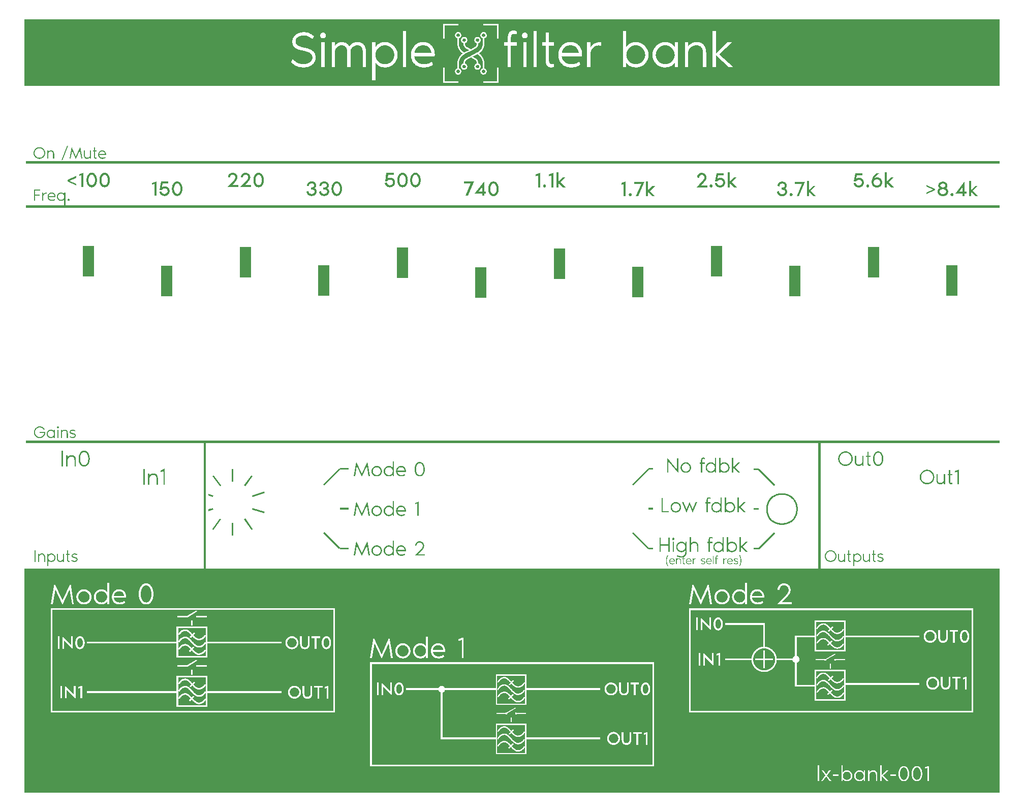
<source format=gbr>
%TF.GenerationSoftware,KiCad,Pcbnew,8.0.1*%
%TF.CreationDate,2024-04-30T18:25:33+02:00*%
%TF.ProjectId,Simple panel,53696d70-6c65-4207-9061-6e656c2e6b69,rev?*%
%TF.SameCoordinates,Original*%
%TF.FileFunction,Legend,Top*%
%TF.FilePolarity,Positive*%
%FSLAX46Y46*%
G04 Gerber Fmt 4.6, Leading zero omitted, Abs format (unit mm)*
G04 Created by KiCad (PCBNEW 8.0.1) date 2024-04-30 18:25:33*
%MOMM*%
%LPD*%
G01*
G04 APERTURE LIST*
%ADD10C,0.000000*%
%ADD11C,0.120000*%
G04 APERTURE END LIST*
D10*
G36*
X168490631Y-108231297D02*
G01*
X168613281Y-108238981D01*
X168735496Y-108251797D01*
X168857038Y-108269754D01*
X168977669Y-108292857D01*
X169097151Y-108321115D01*
X169215246Y-108354536D01*
X169331715Y-108393128D01*
X169446321Y-108436896D01*
X169558826Y-108485851D01*
X169668991Y-108539998D01*
X169776578Y-108599345D01*
X169881349Y-108663901D01*
X169983066Y-108733673D01*
X170081492Y-108808667D01*
X170176387Y-108888893D01*
X170267446Y-108974365D01*
X170354365Y-109065071D01*
X170436902Y-109160976D01*
X170514812Y-109262047D01*
X170587854Y-109368250D01*
X170655785Y-109479551D01*
X170718363Y-109595915D01*
X170775344Y-109717309D01*
X170826486Y-109843699D01*
X170871546Y-109975051D01*
X170910282Y-110111330D01*
X170942451Y-110252504D01*
X170967811Y-110398537D01*
X170986118Y-110549396D01*
X170997130Y-110705047D01*
X171000605Y-110865456D01*
X170997095Y-111025887D01*
X170986057Y-111181599D01*
X170967731Y-111332555D01*
X170942361Y-111478713D01*
X170910187Y-111620034D01*
X170871452Y-111756479D01*
X170826397Y-111888007D01*
X170775263Y-112014579D01*
X170718294Y-112136155D01*
X170655729Y-112252696D01*
X170587811Y-112364162D01*
X170514782Y-112470512D01*
X170436883Y-112571708D01*
X170354357Y-112667710D01*
X170267444Y-112758477D01*
X170176387Y-112843971D01*
X170081493Y-112924197D01*
X169983069Y-112999192D01*
X169881353Y-113068964D01*
X169776582Y-113133519D01*
X169668996Y-113192867D01*
X169558832Y-113247014D01*
X169446328Y-113295968D01*
X169331722Y-113339737D01*
X169215253Y-113378328D01*
X169097158Y-113411749D01*
X168977676Y-113440008D01*
X168857045Y-113463111D01*
X168735503Y-113481067D01*
X168613289Y-113493884D01*
X168490639Y-113501568D01*
X168367793Y-113504128D01*
X168244948Y-113501568D01*
X168122299Y-113493884D01*
X168000086Y-113481067D01*
X167878544Y-113463111D01*
X167757914Y-113440008D01*
X167638433Y-113411749D01*
X167520338Y-113378328D01*
X167403869Y-113339737D01*
X167289264Y-113295968D01*
X167176759Y-113247014D01*
X167066595Y-113192867D01*
X166959008Y-113133519D01*
X166854236Y-113068964D01*
X166752519Y-112999192D01*
X166654094Y-112924197D01*
X166559199Y-112843971D01*
X166468138Y-112758477D01*
X166381218Y-112667710D01*
X166298681Y-112571708D01*
X166220770Y-112470512D01*
X166147728Y-112364162D01*
X166079797Y-112252696D01*
X166017220Y-112136155D01*
X165960239Y-112014579D01*
X165909097Y-111888007D01*
X165864038Y-111756479D01*
X165825302Y-111620034D01*
X165793133Y-111478713D01*
X165767774Y-111332555D01*
X165749467Y-111181599D01*
X165738455Y-111025887D01*
X165734980Y-110865456D01*
X166000613Y-110865456D01*
X166003734Y-111013298D01*
X166013575Y-111156115D01*
X166029919Y-111293939D01*
X166052548Y-111426805D01*
X166081243Y-111554746D01*
X166115788Y-111677796D01*
X166155963Y-111795988D01*
X166201551Y-111909357D01*
X166252335Y-112017936D01*
X166308095Y-112121759D01*
X166368615Y-112220860D01*
X166433677Y-112315271D01*
X166503062Y-112405028D01*
X166576553Y-112490164D01*
X166653932Y-112570712D01*
X166734980Y-112646706D01*
X166819549Y-112718152D01*
X166907483Y-112785031D01*
X166998561Y-112847337D01*
X167092560Y-112905063D01*
X167189260Y-112958205D01*
X167288438Y-113006755D01*
X167389874Y-113050709D01*
X167493345Y-113090061D01*
X167598630Y-113124805D01*
X167705507Y-113154935D01*
X167813754Y-113180446D01*
X167923151Y-113201331D01*
X168033474Y-113217585D01*
X168144504Y-113229202D01*
X168256017Y-113236176D01*
X168367793Y-113238503D01*
X168479569Y-113236176D01*
X168591082Y-113229202D01*
X168702111Y-113217585D01*
X168812435Y-113201331D01*
X168921832Y-113180446D01*
X169030079Y-113154935D01*
X169136956Y-113124805D01*
X169242242Y-113090061D01*
X169345713Y-113050709D01*
X169447149Y-113006755D01*
X169546328Y-112958205D01*
X169643029Y-112905063D01*
X169737029Y-112847337D01*
X169828108Y-112785031D01*
X169916043Y-112718152D01*
X170000613Y-112646706D01*
X170081665Y-112570712D01*
X170159054Y-112490164D01*
X170232560Y-112405028D01*
X170301963Y-112315271D01*
X170367045Y-112220860D01*
X170427586Y-112121759D01*
X170483367Y-112017936D01*
X170534168Y-111909357D01*
X170579770Y-111795988D01*
X170619953Y-111677796D01*
X170654499Y-111554746D01*
X170683187Y-111426805D01*
X170705798Y-111293939D01*
X170722114Y-111156115D01*
X170731915Y-111013298D01*
X170734980Y-110865456D01*
X170731857Y-110717636D01*
X170722013Y-110574883D01*
X170705668Y-110437155D01*
X170683039Y-110304415D01*
X170654343Y-110176622D01*
X170619799Y-110053737D01*
X170579624Y-109935721D01*
X170534036Y-109822534D01*
X170483254Y-109714136D01*
X170427494Y-109610490D01*
X170366975Y-109511554D01*
X170301914Y-109417289D01*
X170232530Y-109327657D01*
X170159039Y-109242617D01*
X170081661Y-109162131D01*
X170000613Y-109086159D01*
X169916043Y-109014690D01*
X169828108Y-108947749D01*
X169737029Y-108885347D01*
X169643029Y-108827496D01*
X169546328Y-108774207D01*
X169447149Y-108725491D01*
X169345713Y-108681361D01*
X169242242Y-108641827D01*
X169136956Y-108606901D01*
X169030079Y-108576594D01*
X168921832Y-108550919D01*
X168812435Y-108529886D01*
X168702111Y-108513507D01*
X168591082Y-108501793D01*
X168479569Y-108494757D01*
X168367793Y-108492409D01*
X168256017Y-108494757D01*
X168144503Y-108501793D01*
X168033474Y-108513507D01*
X167923149Y-108529886D01*
X167813753Y-108550919D01*
X167705505Y-108576594D01*
X167598627Y-108606901D01*
X167493342Y-108641827D01*
X167389871Y-108681361D01*
X167288435Y-108725491D01*
X167189257Y-108774207D01*
X167092557Y-108827496D01*
X166998558Y-108885347D01*
X166907481Y-108947749D01*
X166819548Y-109014690D01*
X166734980Y-109086159D01*
X166653928Y-109162131D01*
X166576539Y-109242617D01*
X166503033Y-109327657D01*
X166433630Y-109417289D01*
X166368548Y-109511554D01*
X166308007Y-109610490D01*
X166252226Y-109714136D01*
X166201425Y-109822534D01*
X166155823Y-109935721D01*
X166115640Y-110053737D01*
X166081095Y-110176622D01*
X166052406Y-110304415D01*
X166029795Y-110437155D01*
X166013479Y-110574883D01*
X166003679Y-110717636D01*
X166000613Y-110865456D01*
X165734980Y-110865456D01*
X165738489Y-110705047D01*
X165749526Y-110549396D01*
X165767851Y-110398537D01*
X165793220Y-110252504D01*
X165825393Y-110111330D01*
X165864128Y-109975051D01*
X165909183Y-109843699D01*
X165960316Y-109717309D01*
X166017286Y-109595915D01*
X166079851Y-109479551D01*
X166147769Y-109368250D01*
X166220799Y-109262047D01*
X166298699Y-109160976D01*
X166381226Y-109065071D01*
X166468140Y-108974365D01*
X166559199Y-108888893D01*
X166654095Y-108808667D01*
X166752521Y-108733673D01*
X166854239Y-108663901D01*
X166959011Y-108599345D01*
X167066598Y-108539998D01*
X167176763Y-108485851D01*
X167289267Y-108436896D01*
X167403872Y-108393128D01*
X167520341Y-108354536D01*
X167638435Y-108321115D01*
X167757916Y-108292857D01*
X167878545Y-108269754D01*
X168000086Y-108251797D01*
X168122300Y-108238981D01*
X168244948Y-108231297D01*
X168367789Y-108228737D01*
X168490631Y-108231297D01*
G37*
G36*
X72396576Y-140066918D02*
G01*
X72185221Y-139978554D01*
X72171350Y-140008464D01*
X72128833Y-140087317D01*
X72096407Y-140139999D01*
X72056311Y-140198799D01*
X72008374Y-140261678D01*
X71952427Y-140326595D01*
X71888301Y-140391513D01*
X71815825Y-140454392D01*
X71776403Y-140484429D01*
X71734830Y-140513192D01*
X71691085Y-140540425D01*
X71645147Y-140565874D01*
X71596994Y-140589284D01*
X71546605Y-140610399D01*
X71493960Y-140628965D01*
X71439035Y-140644727D01*
X71381812Y-140657430D01*
X71322268Y-140666820D01*
X71260382Y-140672640D01*
X71196133Y-140674637D01*
X71167417Y-140673731D01*
X71138503Y-140671033D01*
X71109388Y-140666570D01*
X71080070Y-140660370D01*
X71050542Y-140652461D01*
X71020803Y-140642872D01*
X70990847Y-140631630D01*
X70960671Y-140618763D01*
X70930272Y-140604299D01*
X70899646Y-140588267D01*
X70868788Y-140570693D01*
X70837694Y-140551607D01*
X70806362Y-140531036D01*
X70774787Y-140509008D01*
X70742966Y-140485551D01*
X70710894Y-140460693D01*
X70687585Y-140441744D01*
X70664169Y-140421847D01*
X70617045Y-140379502D01*
X70569589Y-140334240D01*
X70521862Y-140286641D01*
X70473928Y-140237286D01*
X70425851Y-140186755D01*
X70329522Y-140084488D01*
X70624077Y-139789932D01*
X70435975Y-139602867D01*
X70140389Y-139898453D01*
X70015137Y-139763473D01*
X69951958Y-139696782D01*
X69888232Y-139631297D01*
X69823824Y-139567522D01*
X69758601Y-139505963D01*
X69725642Y-139476172D01*
X69692428Y-139447124D01*
X69658944Y-139418882D01*
X69625172Y-139391510D01*
X69588254Y-139362869D01*
X69550890Y-139335261D01*
X69513070Y-139308800D01*
X69474784Y-139283597D01*
X69436021Y-139259765D01*
X69396770Y-139237417D01*
X69357020Y-139216663D01*
X69316761Y-139197618D01*
X69275982Y-139180392D01*
X69234673Y-139165099D01*
X69192823Y-139151850D01*
X69150421Y-139140759D01*
X69107457Y-139131937D01*
X69063919Y-139125496D01*
X69019798Y-139121549D01*
X68975083Y-139120209D01*
X68899342Y-139122283D01*
X68826407Y-139128339D01*
X68756245Y-139138128D01*
X68688823Y-139151403D01*
X68624105Y-139167915D01*
X68562057Y-139187415D01*
X68502646Y-139209655D01*
X68445838Y-139234387D01*
X68391598Y-139261361D01*
X68339893Y-139290331D01*
X68290688Y-139321046D01*
X68243949Y-139353259D01*
X68199643Y-139386722D01*
X68157735Y-139421185D01*
X68118190Y-139456401D01*
X68080976Y-139492121D01*
X68046058Y-139528096D01*
X68013402Y-139564079D01*
X67954739Y-139635071D01*
X67904715Y-139703112D01*
X67863057Y-139766211D01*
X67829493Y-139822384D01*
X67803751Y-139869640D01*
X67774640Y-139929459D01*
X67774640Y-138940376D01*
X72396576Y-138940376D01*
X72396576Y-140066918D01*
G37*
G36*
X158671343Y-55229525D02*
G01*
X157757647Y-55229525D01*
X157665949Y-55836304D01*
X157689652Y-55817507D01*
X157714016Y-55799923D01*
X157739041Y-55783552D01*
X157764728Y-55768393D01*
X157791076Y-55754447D01*
X157818085Y-55741714D01*
X157845756Y-55730194D01*
X157874089Y-55719886D01*
X157903083Y-55710791D01*
X157932738Y-55702908D01*
X157963055Y-55696238D01*
X157994033Y-55690781D01*
X158025673Y-55686537D01*
X158057974Y-55683505D01*
X158090936Y-55681686D01*
X158124560Y-55681080D01*
X158124537Y-55681090D01*
X158163026Y-55681916D01*
X158200880Y-55684397D01*
X158238101Y-55688531D01*
X158274688Y-55694319D01*
X158310641Y-55701760D01*
X158345960Y-55710855D01*
X158380645Y-55721604D01*
X158414696Y-55734006D01*
X158448114Y-55748062D01*
X158480897Y-55763771D01*
X158513047Y-55781135D01*
X158544562Y-55800151D01*
X158575444Y-55820822D01*
X158605692Y-55843146D01*
X158635306Y-55867124D01*
X158664286Y-55892756D01*
X158692482Y-55919366D01*
X158718859Y-55947161D01*
X158743416Y-55976141D01*
X158766154Y-56006306D01*
X158787074Y-56037656D01*
X158806174Y-56070192D01*
X158823455Y-56103912D01*
X158838917Y-56138818D01*
X158852560Y-56174909D01*
X158864384Y-56212185D01*
X158874389Y-56250646D01*
X158882575Y-56290292D01*
X158888942Y-56331123D01*
X158893490Y-56373140D01*
X158896218Y-56416341D01*
X158897128Y-56460728D01*
X158896149Y-56505225D01*
X158893214Y-56548757D01*
X158888322Y-56591325D01*
X158881472Y-56632927D01*
X158872666Y-56673566D01*
X158861903Y-56713239D01*
X158849183Y-56751948D01*
X158834507Y-56789693D01*
X158817873Y-56826472D01*
X158799283Y-56862288D01*
X158778735Y-56897138D01*
X158756231Y-56931024D01*
X158731770Y-56963945D01*
X158705353Y-56995902D01*
X158676978Y-57026894D01*
X158646647Y-57056921D01*
X158614965Y-57085116D01*
X158582540Y-57111491D01*
X158549370Y-57136048D01*
X158515456Y-57158786D01*
X158480799Y-57179704D01*
X158445397Y-57198804D01*
X158409251Y-57216085D01*
X158372361Y-57231546D01*
X158334727Y-57245189D01*
X158296349Y-57257013D01*
X158257227Y-57267017D01*
X158217361Y-57275203D01*
X158176750Y-57281569D01*
X158135396Y-57286117D01*
X158093298Y-57288845D01*
X158050456Y-57289755D01*
X158007655Y-57288928D01*
X157965680Y-57286448D01*
X157924533Y-57282314D01*
X157884212Y-57276526D01*
X157844718Y-57269085D01*
X157806050Y-57259990D01*
X157768209Y-57249241D01*
X157731195Y-57236839D01*
X157695008Y-57222783D01*
X157659647Y-57207073D01*
X157625113Y-57189710D01*
X157591406Y-57170693D01*
X157558526Y-57150023D01*
X157526473Y-57127698D01*
X157495246Y-57103720D01*
X157464846Y-57078089D01*
X157435714Y-57050831D01*
X157408291Y-57022857D01*
X157382576Y-56994166D01*
X157358571Y-56964759D01*
X157336274Y-56934635D01*
X157315685Y-56903794D01*
X157296806Y-56872237D01*
X157279635Y-56839963D01*
X157264173Y-56806973D01*
X157250420Y-56773266D01*
X157238375Y-56738843D01*
X157228039Y-56703703D01*
X157219412Y-56667846D01*
X157212494Y-56631273D01*
X157207284Y-56593983D01*
X157203784Y-56555977D01*
X157556567Y-56520697D01*
X157559236Y-56542139D01*
X157562842Y-56563250D01*
X157567387Y-56584031D01*
X157572869Y-56604481D01*
X157579289Y-56624600D01*
X157586646Y-56644389D01*
X157594941Y-56663847D01*
X157604173Y-56682974D01*
X157614344Y-56701770D01*
X157625451Y-56720236D01*
X157637497Y-56738371D01*
X157650480Y-56756175D01*
X157664400Y-56773649D01*
X157679258Y-56790792D01*
X157695054Y-56807604D01*
X157711787Y-56824085D01*
X157729234Y-56839464D01*
X157747177Y-56853851D01*
X157765615Y-56867246D01*
X157784550Y-56879648D01*
X157803981Y-56891058D01*
X157823907Y-56901476D01*
X157844330Y-56910902D01*
X157865248Y-56919336D01*
X157886663Y-56926777D01*
X157908574Y-56933227D01*
X157930980Y-56938684D01*
X157953883Y-56943149D01*
X157977282Y-56946621D01*
X158001177Y-56949102D01*
X158025568Y-56950590D01*
X158050456Y-56951086D01*
X158076238Y-56950549D01*
X158101552Y-56948936D01*
X158126398Y-56946249D01*
X158150776Y-56942487D01*
X158174685Y-56937650D01*
X158198126Y-56931739D01*
X158221098Y-56924752D01*
X158243601Y-56916691D01*
X158265637Y-56907554D01*
X158287203Y-56897343D01*
X158308302Y-56886057D01*
X158328931Y-56873696D01*
X158349092Y-56860260D01*
X158368785Y-56845750D01*
X158388009Y-56830164D01*
X158406764Y-56813503D01*
X158425133Y-56795630D01*
X158442316Y-56777288D01*
X158458315Y-56758478D01*
X158473128Y-56739199D01*
X158486756Y-56719452D01*
X158499199Y-56699236D01*
X158510457Y-56678552D01*
X158520530Y-56657399D01*
X158529418Y-56635777D01*
X158537121Y-56613687D01*
X158543639Y-56591129D01*
X158548971Y-56568102D01*
X158553119Y-56544606D01*
X158556081Y-56520642D01*
X158557859Y-56496209D01*
X158558451Y-56471308D01*
X158557955Y-56446889D01*
X158556467Y-56423021D01*
X158553986Y-56399705D01*
X158550514Y-56376940D01*
X158546049Y-56354725D01*
X158540591Y-56333063D01*
X158534142Y-56311951D01*
X158526701Y-56291391D01*
X158518267Y-56271382D01*
X158508841Y-56251924D01*
X158498423Y-56233017D01*
X158487013Y-56214662D01*
X158474611Y-56196857D01*
X158461217Y-56179604D01*
X158446831Y-56162902D01*
X158431452Y-56146752D01*
X158415289Y-56131373D01*
X158398546Y-56116986D01*
X158381225Y-56103591D01*
X158363324Y-56091189D01*
X158344845Y-56079778D01*
X158325787Y-56069360D01*
X158306151Y-56059935D01*
X158285935Y-56051501D01*
X158265141Y-56044059D01*
X158243768Y-56037610D01*
X158221816Y-56032153D01*
X158199285Y-56027688D01*
X158176175Y-56024216D01*
X158152487Y-56021735D01*
X158128219Y-56020247D01*
X158103373Y-56019751D01*
X158085307Y-56020040D01*
X158067268Y-56020908D01*
X158049257Y-56022355D01*
X158031274Y-56024381D01*
X158013318Y-56026985D01*
X157995390Y-56030168D01*
X157977489Y-56033930D01*
X157959616Y-56038270D01*
X157941771Y-56043190D01*
X157923953Y-56048688D01*
X157906162Y-56054765D01*
X157888400Y-56061420D01*
X157870664Y-56068655D01*
X157852956Y-56076468D01*
X157835275Y-56084860D01*
X157817622Y-56093830D01*
X157800657Y-56103325D01*
X157784161Y-56113288D01*
X157768134Y-56123719D01*
X157752575Y-56134619D01*
X157737485Y-56145988D01*
X157722863Y-56157825D01*
X157708710Y-56170131D01*
X157695026Y-56182905D01*
X157681810Y-56196148D01*
X157669063Y-56209860D01*
X157656785Y-56224040D01*
X157644974Y-56238689D01*
X157633633Y-56253806D01*
X157622760Y-56269392D01*
X157612355Y-56285447D01*
X157602420Y-56301970D01*
X157256701Y-56301970D01*
X157468371Y-54890858D01*
X158671343Y-54890858D01*
X158671343Y-55229525D01*
G37*
G36*
X82161353Y-111349846D02*
G01*
X82079188Y-111602020D01*
X80065360Y-110947800D01*
X80147528Y-110695618D01*
X82161353Y-111349846D01*
G37*
G36*
X152398932Y-103083548D02*
G01*
X152443072Y-103086566D01*
X152486358Y-103091596D01*
X152528789Y-103098637D01*
X152570366Y-103107691D01*
X152611088Y-103118756D01*
X152650956Y-103131833D01*
X152689969Y-103146922D01*
X152728127Y-103164023D01*
X152765431Y-103183136D01*
X152801881Y-103204261D01*
X152837476Y-103227398D01*
X152872216Y-103252547D01*
X152906101Y-103279708D01*
X152939132Y-103308880D01*
X152971308Y-103340065D01*
X153002494Y-103372243D01*
X153031668Y-103405274D01*
X153058830Y-103439160D01*
X153083979Y-103473901D01*
X153107116Y-103509496D01*
X153128241Y-103545945D01*
X153147353Y-103583249D01*
X153164454Y-103621407D01*
X153179543Y-103660419D01*
X153192620Y-103700286D01*
X153203684Y-103741007D01*
X153212737Y-103782582D01*
X153219778Y-103825012D01*
X153224808Y-103868297D01*
X153227825Y-103912435D01*
X153228831Y-103957428D01*
X153227825Y-104002436D01*
X153224808Y-104046617D01*
X153219778Y-104089971D01*
X153212737Y-104132498D01*
X153203684Y-104174198D01*
X153192620Y-104215071D01*
X153179543Y-104255117D01*
X153164454Y-104294336D01*
X153147353Y-104332728D01*
X153128241Y-104370293D01*
X153107116Y-104407031D01*
X153083979Y-104442942D01*
X153058830Y-104478026D01*
X153031668Y-104512283D01*
X153002494Y-104545713D01*
X152971308Y-104578316D01*
X152939132Y-104609074D01*
X152906101Y-104637847D01*
X152872216Y-104664636D01*
X152837476Y-104689441D01*
X152801881Y-104712261D01*
X152765431Y-104733097D01*
X152728127Y-104751948D01*
X152689969Y-104768815D01*
X152650956Y-104783698D01*
X152611088Y-104796596D01*
X152570366Y-104807510D01*
X152528789Y-104816439D01*
X152486358Y-104823384D01*
X152443072Y-104828345D01*
X152398932Y-104831322D01*
X152353938Y-104832314D01*
X152308932Y-104831322D01*
X152264754Y-104828345D01*
X152221402Y-104823384D01*
X152178877Y-104816439D01*
X152137179Y-104807510D01*
X152096308Y-104796596D01*
X152056263Y-104783698D01*
X152017045Y-104768815D01*
X151978653Y-104751948D01*
X151941088Y-104733097D01*
X151904350Y-104712261D01*
X151868439Y-104689441D01*
X151833354Y-104664636D01*
X151799095Y-104637847D01*
X151765663Y-104609074D01*
X151733058Y-104578316D01*
X151702301Y-104545712D01*
X151673528Y-104512281D01*
X151646740Y-104478023D01*
X151621936Y-104442938D01*
X151599116Y-104407026D01*
X151578280Y-104370288D01*
X151559428Y-104332723D01*
X151542561Y-104294331D01*
X151527678Y-104255112D01*
X151514780Y-104215066D01*
X151503865Y-104174193D01*
X151494935Y-104132494D01*
X151487990Y-104089968D01*
X151483029Y-104046615D01*
X151480052Y-104002435D01*
X151479060Y-103957428D01*
X151704829Y-103957428D01*
X151705573Y-103990226D01*
X151707806Y-104022472D01*
X151711527Y-104054168D01*
X151716736Y-104085312D01*
X151723434Y-104115904D01*
X151731620Y-104145946D01*
X151741295Y-104175436D01*
X151752457Y-104204375D01*
X151765108Y-104232763D01*
X151779248Y-104260600D01*
X151794875Y-104287886D01*
X151811991Y-104314620D01*
X151830594Y-104340803D01*
X151850686Y-104366435D01*
X151872267Y-104391516D01*
X151895335Y-104416046D01*
X151919863Y-104439114D01*
X151944944Y-104460694D01*
X151970575Y-104480786D01*
X151996758Y-104499389D01*
X152023492Y-104516504D01*
X152050777Y-104532131D01*
X152078613Y-104546270D01*
X152107001Y-104558920D01*
X152135940Y-104570082D01*
X152165429Y-104579756D01*
X152195470Y-104587941D01*
X152226062Y-104594638D01*
X152257205Y-104599847D01*
X152288898Y-104603568D01*
X152321143Y-104605800D01*
X152353938Y-104606545D01*
X152386722Y-104605800D01*
X152418927Y-104603568D01*
X152450554Y-104599847D01*
X152481602Y-104594638D01*
X152512071Y-104587941D01*
X152541962Y-104579756D01*
X152571274Y-104570082D01*
X152600007Y-104558920D01*
X152628161Y-104546270D01*
X152655736Y-104532131D01*
X152682733Y-104516504D01*
X152709150Y-104499389D01*
X152734989Y-104480786D01*
X152760249Y-104460694D01*
X152784929Y-104439114D01*
X152809031Y-104416046D01*
X152832529Y-104391516D01*
X152854510Y-104366435D01*
X152874975Y-104340803D01*
X152893924Y-104314620D01*
X152911357Y-104287886D01*
X152927273Y-104260600D01*
X152941674Y-104232763D01*
X152954558Y-104204375D01*
X152965927Y-104175436D01*
X152975779Y-104145946D01*
X152984116Y-104115904D01*
X152990936Y-104085312D01*
X152996241Y-104054168D01*
X153000031Y-104022472D01*
X153002304Y-103990226D01*
X153003062Y-103957428D01*
X153002304Y-103924645D01*
X153000031Y-103892441D01*
X152996241Y-103860816D01*
X152990936Y-103829769D01*
X152984116Y-103799301D01*
X152975779Y-103769412D01*
X152965927Y-103740101D01*
X152954558Y-103711370D01*
X152941674Y-103683216D01*
X152927273Y-103655642D01*
X152911357Y-103628646D01*
X152893924Y-103602230D01*
X152874975Y-103576391D01*
X152854510Y-103551132D01*
X152832529Y-103526452D01*
X152809031Y-103502350D01*
X152784930Y-103478854D01*
X152760249Y-103456873D01*
X152734990Y-103436409D01*
X152709152Y-103417460D01*
X152682736Y-103400028D01*
X152655740Y-103384111D01*
X152628166Y-103369711D01*
X152600012Y-103356826D01*
X152571280Y-103345457D01*
X152541969Y-103335604D01*
X152512078Y-103327267D01*
X152481609Y-103320446D01*
X152450560Y-103315140D01*
X152418932Y-103311351D01*
X152386724Y-103309077D01*
X152353938Y-103308319D01*
X152321143Y-103309077D01*
X152288898Y-103311351D01*
X152257205Y-103315140D01*
X152226062Y-103320446D01*
X152195470Y-103327267D01*
X152165429Y-103335604D01*
X152135940Y-103345457D01*
X152107001Y-103356826D01*
X152078613Y-103369711D01*
X152050777Y-103384111D01*
X152023492Y-103400028D01*
X151996758Y-103417460D01*
X151970575Y-103436409D01*
X151944944Y-103456873D01*
X151919863Y-103478854D01*
X151895335Y-103502350D01*
X151872267Y-103526452D01*
X151850686Y-103551132D01*
X151830594Y-103576391D01*
X151811991Y-103602230D01*
X151794875Y-103628646D01*
X151779248Y-103655642D01*
X151765108Y-103683216D01*
X151752457Y-103711370D01*
X151741295Y-103740101D01*
X151731620Y-103769412D01*
X151723434Y-103799301D01*
X151716736Y-103829769D01*
X151711527Y-103860816D01*
X151707806Y-103892441D01*
X151705573Y-103924645D01*
X151704829Y-103957428D01*
X151479060Y-103957428D01*
X151480052Y-103912435D01*
X151483029Y-103868297D01*
X151487990Y-103825012D01*
X151494935Y-103782582D01*
X151503865Y-103741007D01*
X151514780Y-103700286D01*
X151527678Y-103660419D01*
X151542561Y-103621407D01*
X151559428Y-103583249D01*
X151578280Y-103545945D01*
X151599116Y-103509496D01*
X151621936Y-103473901D01*
X151646740Y-103439160D01*
X151673528Y-103405274D01*
X151702301Y-103372243D01*
X151733058Y-103340065D01*
X151765663Y-103308880D01*
X151799095Y-103279708D01*
X151833354Y-103252547D01*
X151868439Y-103227398D01*
X151904350Y-103204261D01*
X151941088Y-103183136D01*
X151978653Y-103164023D01*
X152017045Y-103146922D01*
X152056263Y-103131833D01*
X152096308Y-103118756D01*
X152137179Y-103107691D01*
X152178877Y-103098637D01*
X152221402Y-103091596D01*
X152264754Y-103086566D01*
X152308932Y-103083548D01*
X152353938Y-103082543D01*
X152398932Y-103083548D01*
G37*
G36*
X108063086Y-103017696D02*
G01*
X108108010Y-103021687D01*
X108151864Y-103028340D01*
X108194648Y-103037654D01*
X108236361Y-103049629D01*
X108277005Y-103064265D01*
X108316579Y-103081562D01*
X108355083Y-103101521D01*
X108392517Y-103124140D01*
X108428881Y-103149421D01*
X108464175Y-103177362D01*
X108498400Y-103207965D01*
X108531554Y-103241229D01*
X108563639Y-103277154D01*
X108594653Y-103315740D01*
X108624598Y-103356987D01*
X108653089Y-103399882D01*
X108679742Y-103444285D01*
X108704557Y-103490197D01*
X108727533Y-103537618D01*
X108748672Y-103586548D01*
X108767973Y-103636986D01*
X108785435Y-103688934D01*
X108801059Y-103742390D01*
X108814846Y-103797355D01*
X108826794Y-103853829D01*
X108836904Y-103911812D01*
X108845176Y-103971303D01*
X108851609Y-104032304D01*
X108856205Y-104094813D01*
X108858962Y-104158831D01*
X108859881Y-104224358D01*
X108858962Y-104289900D01*
X108856205Y-104353960D01*
X108851609Y-104416539D01*
X108845176Y-104477636D01*
X108836904Y-104537251D01*
X108826794Y-104595385D01*
X108814846Y-104652038D01*
X108801059Y-104707209D01*
X108785435Y-104760898D01*
X108767973Y-104813106D01*
X108748672Y-104863833D01*
X108727533Y-104913078D01*
X108704557Y-104960842D01*
X108679742Y-105007125D01*
X108653089Y-105051926D01*
X108624598Y-105095245D01*
X108594653Y-105136067D01*
X108563639Y-105174256D01*
X108531554Y-105209811D01*
X108498400Y-105242732D01*
X108464175Y-105273020D01*
X108428881Y-105300675D01*
X108392517Y-105325695D01*
X108355083Y-105348083D01*
X108316579Y-105367836D01*
X108277005Y-105384956D01*
X108236361Y-105399442D01*
X108194648Y-105411294D01*
X108151864Y-105420513D01*
X108108010Y-105427098D01*
X108063086Y-105431049D01*
X108017092Y-105432366D01*
X107970673Y-105431049D01*
X107925351Y-105427098D01*
X107881127Y-105420513D01*
X107837999Y-105411294D01*
X107795970Y-105399442D01*
X107755037Y-105384956D01*
X107715202Y-105367836D01*
X107676465Y-105348083D01*
X107638824Y-105325695D01*
X107602282Y-105300675D01*
X107566836Y-105273020D01*
X107532488Y-105242732D01*
X107499237Y-105209811D01*
X107467084Y-105174256D01*
X107436028Y-105136067D01*
X107406069Y-105095245D01*
X107378004Y-105051926D01*
X107351749Y-105007125D01*
X107327305Y-104960842D01*
X107304671Y-104913078D01*
X107283847Y-104863833D01*
X107264835Y-104813106D01*
X107247633Y-104760898D01*
X107232241Y-104707209D01*
X107218661Y-104652038D01*
X107206891Y-104595385D01*
X107196931Y-104537251D01*
X107188783Y-104477636D01*
X107182445Y-104416539D01*
X107177918Y-104353960D01*
X107175201Y-104289900D01*
X107174296Y-104224358D01*
X107399043Y-104224358D01*
X107399742Y-104277321D01*
X107401841Y-104329104D01*
X107405339Y-104379707D01*
X107410236Y-104429131D01*
X107416533Y-104477375D01*
X107424228Y-104524440D01*
X107433323Y-104570324D01*
X107443817Y-104615029D01*
X107455710Y-104658555D01*
X107469002Y-104700900D01*
X107483693Y-104742066D01*
X107499783Y-104782052D01*
X107517273Y-104820859D01*
X107536161Y-104858485D01*
X107556449Y-104894932D01*
X107578135Y-104930199D01*
X107600838Y-104963792D01*
X107624172Y-104995218D01*
X107648137Y-105024477D01*
X107672732Y-105051569D01*
X107697959Y-105076493D01*
X107723816Y-105099251D01*
X107750304Y-105119840D01*
X107777424Y-105138263D01*
X107805174Y-105154518D01*
X107819285Y-105161833D01*
X107833555Y-105168606D01*
X107847982Y-105174837D01*
X107862567Y-105180527D01*
X107877310Y-105185674D01*
X107892210Y-105190280D01*
X107907268Y-105194344D01*
X107922484Y-105197866D01*
X107937858Y-105200846D01*
X107953389Y-105203284D01*
X107969078Y-105205181D01*
X107984925Y-105206535D01*
X108017092Y-105207619D01*
X108049259Y-105206535D01*
X108080796Y-105203284D01*
X108111701Y-105197866D01*
X108141975Y-105190280D01*
X108171618Y-105180527D01*
X108200629Y-105168606D01*
X108229010Y-105154518D01*
X108256760Y-105138263D01*
X108283879Y-105119840D01*
X108310367Y-105099251D01*
X108336224Y-105076493D01*
X108361449Y-105051569D01*
X108386044Y-105024477D01*
X108410008Y-104995218D01*
X108433340Y-104963792D01*
X108456042Y-104930199D01*
X108477730Y-104894932D01*
X108498018Y-104858485D01*
X108516907Y-104820859D01*
X108534397Y-104782052D01*
X108550487Y-104742066D01*
X108565179Y-104700900D01*
X108578471Y-104658555D01*
X108590363Y-104615029D01*
X108600857Y-104570324D01*
X108609951Y-104524440D01*
X108617646Y-104477375D01*
X108623942Y-104429131D01*
X108628839Y-104379707D01*
X108632336Y-104329104D01*
X108634435Y-104277321D01*
X108635134Y-104224358D01*
X108634435Y-104171395D01*
X108632336Y-104119612D01*
X108628839Y-104069009D01*
X108623942Y-104019586D01*
X108617646Y-103971342D01*
X108609951Y-103924278D01*
X108600857Y-103878394D01*
X108590363Y-103833690D01*
X108578471Y-103790165D01*
X108565179Y-103747820D01*
X108550487Y-103706655D01*
X108534397Y-103666670D01*
X108516907Y-103627864D01*
X108498018Y-103590238D01*
X108477730Y-103553791D01*
X108456042Y-103518524D01*
X108433340Y-103484931D01*
X108410008Y-103453505D01*
X108386044Y-103424246D01*
X108361449Y-103397154D01*
X108336224Y-103372230D01*
X108310367Y-103349473D01*
X108283879Y-103328883D01*
X108256760Y-103310460D01*
X108229010Y-103294205D01*
X108214899Y-103286890D01*
X108200629Y-103280117D01*
X108186202Y-103273886D01*
X108171618Y-103268197D01*
X108156875Y-103263049D01*
X108141975Y-103258443D01*
X108126916Y-103254380D01*
X108111701Y-103250858D01*
X108096327Y-103247877D01*
X108080796Y-103245439D01*
X108065106Y-103243543D01*
X108049259Y-103242188D01*
X108017092Y-103241104D01*
X107984925Y-103242188D01*
X107953389Y-103245439D01*
X107922484Y-103250858D01*
X107892210Y-103258443D01*
X107862567Y-103268197D01*
X107833555Y-103280117D01*
X107805174Y-103294205D01*
X107777424Y-103310460D01*
X107750304Y-103328883D01*
X107723816Y-103349473D01*
X107697959Y-103372230D01*
X107672732Y-103397154D01*
X107648137Y-103424246D01*
X107624172Y-103453505D01*
X107600838Y-103484931D01*
X107578135Y-103518524D01*
X107556449Y-103553791D01*
X107536161Y-103590238D01*
X107517273Y-103627864D01*
X107499783Y-103666670D01*
X107483693Y-103706655D01*
X107469002Y-103747820D01*
X107455710Y-103790165D01*
X107443817Y-103833690D01*
X107433323Y-103878394D01*
X107424228Y-103924278D01*
X107416533Y-103971342D01*
X107410236Y-104019586D01*
X107405339Y-104069009D01*
X107401841Y-104119612D01*
X107399742Y-104171395D01*
X107399043Y-104224358D01*
X107174296Y-104224358D01*
X107175201Y-104158831D01*
X107177918Y-104094813D01*
X107182445Y-104032304D01*
X107188783Y-103971303D01*
X107196931Y-103911812D01*
X107206891Y-103853829D01*
X107218661Y-103797355D01*
X107232241Y-103742390D01*
X107247633Y-103688934D01*
X107264835Y-103636986D01*
X107283847Y-103586548D01*
X107304671Y-103537618D01*
X107327305Y-103490197D01*
X107351749Y-103444285D01*
X107378004Y-103399882D01*
X107406069Y-103356987D01*
X107436028Y-103315740D01*
X107467084Y-103277154D01*
X107499237Y-103241229D01*
X107532488Y-103207965D01*
X107566836Y-103177362D01*
X107602282Y-103149421D01*
X107638824Y-103124140D01*
X107676465Y-103101521D01*
X107715202Y-103081562D01*
X107755037Y-103064265D01*
X107795970Y-103049629D01*
X107837999Y-103037654D01*
X107881127Y-103028340D01*
X107925351Y-103021687D01*
X107970673Y-103017696D01*
X108017092Y-103016365D01*
X108063086Y-103017696D01*
G37*
G36*
X139880548Y-140067885D02*
G01*
X139890650Y-140067940D01*
X139931021Y-140068822D01*
X139970609Y-140071470D01*
X140009414Y-140075883D01*
X140047435Y-140082060D01*
X140084673Y-140090002D01*
X140121127Y-140099708D01*
X140156798Y-140111178D01*
X140191684Y-140124412D01*
X140225787Y-140139409D01*
X140259107Y-140156171D01*
X140291642Y-140174695D01*
X140323393Y-140194983D01*
X140354359Y-140217034D01*
X140384542Y-140240848D01*
X140413940Y-140266424D01*
X140442553Y-140293762D01*
X140469892Y-140322374D01*
X140495468Y-140351771D01*
X140519282Y-140381953D01*
X140541332Y-140412920D01*
X140561620Y-140444670D01*
X140580145Y-140477206D01*
X140596906Y-140510525D01*
X140611904Y-140544628D01*
X140625138Y-140579516D01*
X140636608Y-140615187D01*
X140646314Y-140651641D01*
X140654256Y-140688880D01*
X140660433Y-140726901D01*
X140664845Y-140765706D01*
X140667493Y-140805294D01*
X140668376Y-140845665D01*
X140667493Y-140886037D01*
X140664845Y-140925626D01*
X140660433Y-140964432D01*
X140654256Y-141002454D01*
X140646314Y-141039692D01*
X140636608Y-141076147D01*
X140625138Y-141111818D01*
X140611904Y-141146705D01*
X140596906Y-141180808D01*
X140580145Y-141214127D01*
X140561620Y-141246661D01*
X140541332Y-141278412D01*
X140519282Y-141309378D01*
X140495468Y-141339559D01*
X140469892Y-141368956D01*
X140442553Y-141397568D01*
X140413940Y-141424908D01*
X140384542Y-141450485D01*
X140354359Y-141474300D01*
X140323393Y-141496351D01*
X140291642Y-141516640D01*
X140259107Y-141535165D01*
X140225787Y-141551927D01*
X140191684Y-141566925D01*
X140156798Y-141580160D01*
X140121127Y-141591630D01*
X140084673Y-141601336D01*
X140047435Y-141609278D01*
X140009414Y-141615455D01*
X139970609Y-141619868D01*
X139931021Y-141622515D01*
X139890650Y-141623398D01*
X139850278Y-141622515D01*
X139810689Y-141619868D01*
X139771884Y-141615455D01*
X139733862Y-141609278D01*
X139696623Y-141601336D01*
X139660168Y-141591630D01*
X139624497Y-141580160D01*
X139589610Y-141566925D01*
X139555506Y-141551927D01*
X139522187Y-141535165D01*
X139489652Y-141516640D01*
X139457901Y-141496351D01*
X139426934Y-141474300D01*
X139396751Y-141450485D01*
X139367354Y-141424908D01*
X139338740Y-141397568D01*
X139311401Y-141368956D01*
X139285825Y-141339559D01*
X139262012Y-141309377D01*
X139239961Y-141278411D01*
X139219673Y-141246660D01*
X139201148Y-141214125D01*
X139184387Y-141180805D01*
X139169389Y-141146702D01*
X139156155Y-141111815D01*
X139144685Y-141076144D01*
X139134979Y-141039689D01*
X139127038Y-141002451D01*
X139120860Y-140964429D01*
X139116448Y-140925624D01*
X139113800Y-140886036D01*
X139112918Y-140845665D01*
X139113800Y-140805294D01*
X139116448Y-140765706D01*
X139120860Y-140726901D01*
X139127038Y-140688880D01*
X139134979Y-140651641D01*
X139144685Y-140615187D01*
X139156155Y-140579516D01*
X139169389Y-140544628D01*
X139184387Y-140510525D01*
X139201148Y-140477206D01*
X139219673Y-140444670D01*
X139239961Y-140412920D01*
X139262012Y-140381953D01*
X139285825Y-140351771D01*
X139311401Y-140322374D01*
X139338740Y-140293762D01*
X139366449Y-140267250D01*
X139394898Y-140242386D01*
X139424084Y-140219172D01*
X139454009Y-140197609D01*
X139484671Y-140177697D01*
X139516069Y-140159438D01*
X139548205Y-140142833D01*
X139581076Y-140127882D01*
X139614683Y-140114586D01*
X139649026Y-140102947D01*
X139684103Y-140092965D01*
X139719914Y-140084640D01*
X139756459Y-140077975D01*
X139793738Y-140072969D01*
X139831750Y-140069624D01*
X139870494Y-140067940D01*
X139870486Y-140067940D01*
X139875528Y-140067879D01*
X139880548Y-140067885D01*
G37*
G36*
X115437885Y-36864194D02*
G01*
X115444637Y-36864613D01*
X115451417Y-36865210D01*
X115458221Y-36865986D01*
X115465047Y-36866946D01*
X115471891Y-36868090D01*
X115478751Y-36869422D01*
X115485623Y-36870944D01*
X115492505Y-36872660D01*
X115499395Y-36874572D01*
X115506288Y-36876682D01*
X115513182Y-36878993D01*
X115520075Y-36881508D01*
X115526963Y-36884230D01*
X115533843Y-36887161D01*
X115540713Y-36890303D01*
X115540713Y-36890832D01*
X115556999Y-36899140D01*
X115572457Y-36908227D01*
X115587081Y-36918054D01*
X115600864Y-36928580D01*
X115613799Y-36939761D01*
X115625878Y-36951559D01*
X115637096Y-36963931D01*
X115647445Y-36976836D01*
X115656919Y-36990234D01*
X115665510Y-37004082D01*
X115673211Y-37018339D01*
X115680016Y-37032966D01*
X115685917Y-37047919D01*
X115690908Y-37063158D01*
X115694982Y-37078642D01*
X115698131Y-37094330D01*
X115700350Y-37110180D01*
X115701630Y-37126151D01*
X115701966Y-37142202D01*
X115701350Y-37158291D01*
X115699775Y-37174378D01*
X115697235Y-37190421D01*
X115693721Y-37206380D01*
X115689229Y-37222212D01*
X115683750Y-37237877D01*
X115677278Y-37253333D01*
X115669805Y-37268540D01*
X115661326Y-37283455D01*
X115651832Y-37298039D01*
X115641318Y-37312249D01*
X115629775Y-37326044D01*
X115617198Y-37339383D01*
X115604596Y-37351236D01*
X115591502Y-37362115D01*
X115577958Y-37372027D01*
X115564006Y-37380980D01*
X115549688Y-37388979D01*
X115535045Y-37396031D01*
X115520120Y-37402144D01*
X115504955Y-37407324D01*
X115489591Y-37411577D01*
X115474071Y-37414910D01*
X115458436Y-37417331D01*
X115442728Y-37418845D01*
X115426990Y-37419459D01*
X115411264Y-37419181D01*
X115395590Y-37418016D01*
X115380012Y-37415971D01*
X115364571Y-37413054D01*
X115349309Y-37409270D01*
X115334268Y-37404628D01*
X115319491Y-37399132D01*
X115305018Y-37392790D01*
X115290892Y-37385609D01*
X115277155Y-37377595D01*
X115263849Y-37368755D01*
X115251015Y-37359096D01*
X115238697Y-37348624D01*
X115226935Y-37337346D01*
X115215771Y-37325269D01*
X115205248Y-37312400D01*
X115195408Y-37298745D01*
X115186292Y-37284311D01*
X115177943Y-37269104D01*
X115169336Y-37250708D01*
X115162209Y-37232248D01*
X115156522Y-37213768D01*
X115152232Y-37195312D01*
X115149298Y-37176921D01*
X115147679Y-37158641D01*
X115147333Y-37140514D01*
X115148218Y-37122583D01*
X115150294Y-37104893D01*
X115153519Y-37087486D01*
X115157851Y-37070405D01*
X115163249Y-37053695D01*
X115169671Y-37037398D01*
X115177076Y-37021557D01*
X115185423Y-37006217D01*
X115194669Y-36991420D01*
X115204774Y-36977210D01*
X115215696Y-36963630D01*
X115227394Y-36950724D01*
X115239825Y-36938535D01*
X115252949Y-36927106D01*
X115266724Y-36916480D01*
X115281109Y-36906701D01*
X115296062Y-36897813D01*
X115311542Y-36889859D01*
X115327506Y-36882881D01*
X115343915Y-36876924D01*
X115360726Y-36872030D01*
X115377898Y-36868244D01*
X115395389Y-36865608D01*
X115413157Y-36864166D01*
X115431163Y-36863961D01*
X115431163Y-36863948D01*
X115437885Y-36864194D01*
G37*
G36*
X156239225Y-119082017D02*
G01*
X156263090Y-119083600D01*
X156286404Y-119086237D01*
X156309168Y-119089930D01*
X156331380Y-119094678D01*
X156353041Y-119100481D01*
X156374150Y-119107339D01*
X156394709Y-119115252D01*
X156414717Y-119124220D01*
X156434173Y-119134244D01*
X156453079Y-119145322D01*
X156471433Y-119157456D01*
X156489237Y-119170646D01*
X156506489Y-119184890D01*
X156523190Y-119200190D01*
X156539340Y-119216545D01*
X156554962Y-119233546D01*
X156569576Y-119251287D01*
X156583182Y-119269768D01*
X156595781Y-119288989D01*
X156607371Y-119308950D01*
X156617953Y-119329652D01*
X156627528Y-119351093D01*
X156636095Y-119373274D01*
X156643653Y-119396195D01*
X156650204Y-119419857D01*
X156655747Y-119444258D01*
X156660283Y-119469400D01*
X156663810Y-119495282D01*
X156666330Y-119521905D01*
X156667841Y-119549267D01*
X156668345Y-119577370D01*
X156668299Y-119577385D01*
X156668206Y-119586396D01*
X156667925Y-119595278D01*
X156667456Y-119604032D01*
X156666800Y-119612658D01*
X156665957Y-119621155D01*
X156664926Y-119629525D01*
X156663708Y-119637767D01*
X156662303Y-119645882D01*
X155866076Y-119645882D01*
X155868194Y-119662812D01*
X155871021Y-119679331D01*
X155874557Y-119695442D01*
X155878801Y-119711142D01*
X155883753Y-119726433D01*
X155889415Y-119741314D01*
X155895785Y-119755786D01*
X155902864Y-119769848D01*
X155910652Y-119783501D01*
X155919148Y-119796744D01*
X155928353Y-119809578D01*
X155938267Y-119822002D01*
X155948890Y-119834017D01*
X155960221Y-119845623D01*
X155972262Y-119856820D01*
X155985011Y-119867607D01*
X155998310Y-119877865D01*
X156012002Y-119887461D01*
X156026089Y-119896394D01*
X156040569Y-119904666D01*
X156055443Y-119912276D01*
X156070710Y-119919224D01*
X156086371Y-119925511D01*
X156102426Y-119931135D01*
X156118875Y-119936098D01*
X156135717Y-119940399D01*
X156152953Y-119944038D01*
X156170582Y-119947016D01*
X156188605Y-119949331D01*
X156207022Y-119950986D01*
X156225832Y-119951978D01*
X156245036Y-119952309D01*
X156266800Y-119951899D01*
X156288248Y-119950671D01*
X156309382Y-119948624D01*
X156330201Y-119945757D01*
X156350705Y-119942072D01*
X156370894Y-119937568D01*
X156390768Y-119932245D01*
X156410328Y-119926104D01*
X156429572Y-119919143D01*
X156448501Y-119911364D01*
X156467115Y-119902766D01*
X156485414Y-119893350D01*
X156503398Y-119883114D01*
X156521068Y-119872060D01*
X156538422Y-119860187D01*
X156555461Y-119847496D01*
X156603846Y-119964409D01*
X156586129Y-119978566D01*
X156567751Y-119991810D01*
X156548711Y-120004141D01*
X156529010Y-120015558D01*
X156508648Y-120026062D01*
X156487624Y-120035653D01*
X156465939Y-120044330D01*
X156443593Y-120052094D01*
X156420585Y-120058944D01*
X156396915Y-120064881D01*
X156372585Y-120069905D01*
X156347592Y-120074015D01*
X156321938Y-120077212D01*
X156295623Y-120079495D01*
X156268646Y-120080865D01*
X156241007Y-120081322D01*
X156212393Y-120080763D01*
X156184504Y-120079085D01*
X156157339Y-120076290D01*
X156130898Y-120072376D01*
X156105182Y-120067344D01*
X156080190Y-120061193D01*
X156055923Y-120053925D01*
X156032380Y-120045538D01*
X156009561Y-120036033D01*
X155987467Y-120025410D01*
X155966097Y-120013670D01*
X155945452Y-120000811D01*
X155925530Y-119986833D01*
X155906333Y-119971738D01*
X155887861Y-119955525D01*
X155870112Y-119938194D01*
X155853513Y-119919793D01*
X155837985Y-119900872D01*
X155823528Y-119881431D01*
X155810142Y-119861470D01*
X155797827Y-119840990D01*
X155786583Y-119819991D01*
X155776410Y-119798471D01*
X155767308Y-119776432D01*
X155759277Y-119753874D01*
X155752316Y-119730795D01*
X155746427Y-119707197D01*
X155741609Y-119683080D01*
X155737861Y-119658443D01*
X155735184Y-119633286D01*
X155733578Y-119607609D01*
X155733042Y-119581413D01*
X155733554Y-119554745D01*
X155735089Y-119528659D01*
X155736271Y-119516884D01*
X155866030Y-119516884D01*
X156537272Y-119516884D01*
X156536223Y-119502356D01*
X156534575Y-119488002D01*
X156532327Y-119473821D01*
X156529480Y-119459813D01*
X156526034Y-119445978D01*
X156521989Y-119432316D01*
X156517345Y-119418827D01*
X156512102Y-119405512D01*
X156506259Y-119392370D01*
X156499818Y-119379401D01*
X156492777Y-119366606D01*
X156485137Y-119353984D01*
X156476899Y-119341535D01*
X156468061Y-119329260D01*
X156458624Y-119317158D01*
X156448588Y-119305229D01*
X156437966Y-119293763D01*
X156426761Y-119283036D01*
X156414973Y-119273049D01*
X156402603Y-119263802D01*
X156389650Y-119255294D01*
X156376114Y-119247526D01*
X156361996Y-119240498D01*
X156347294Y-119234209D01*
X156332011Y-119228660D01*
X156316144Y-119223851D01*
X156299695Y-119219782D01*
X156282662Y-119216452D01*
X156265047Y-119213863D01*
X156246849Y-119212013D01*
X156228068Y-119210903D01*
X156208705Y-119210533D01*
X156189076Y-119210903D01*
X156169998Y-119212013D01*
X156151471Y-119213863D01*
X156133496Y-119216452D01*
X156116071Y-119219782D01*
X156099197Y-119223851D01*
X156082875Y-119228660D01*
X156067103Y-119234209D01*
X156051883Y-119240498D01*
X156037213Y-119247526D01*
X156023095Y-119255294D01*
X156009528Y-119263802D01*
X155996512Y-119273049D01*
X155984048Y-119283036D01*
X155972134Y-119293763D01*
X155960772Y-119305229D01*
X155950009Y-119317152D01*
X155939891Y-119329250D01*
X155930418Y-119341521D01*
X155921592Y-119353967D01*
X155913411Y-119366586D01*
X155905876Y-119379380D01*
X155898986Y-119392347D01*
X155892742Y-119405489D01*
X155887143Y-119418805D01*
X155882191Y-119432294D01*
X155877883Y-119445958D01*
X155874222Y-119459795D01*
X155871205Y-119473807D01*
X155868835Y-119487992D01*
X155867110Y-119502351D01*
X155866030Y-119516884D01*
X155736271Y-119516884D01*
X155737648Y-119503155D01*
X155741231Y-119478234D01*
X155745837Y-119453895D01*
X155751467Y-119430138D01*
X155758120Y-119406964D01*
X155765797Y-119384373D01*
X155774498Y-119362364D01*
X155784223Y-119340938D01*
X155794971Y-119320094D01*
X155806743Y-119299833D01*
X155819539Y-119280155D01*
X155833359Y-119261059D01*
X155848202Y-119242547D01*
X155864070Y-119224617D01*
X155881029Y-119207286D01*
X155898649Y-119191073D01*
X155916932Y-119175978D01*
X155935876Y-119162001D01*
X155955481Y-119149142D01*
X155975748Y-119137401D01*
X155996677Y-119126778D01*
X156018267Y-119117273D01*
X156040519Y-119108887D01*
X156063433Y-119101618D01*
X156087008Y-119095468D01*
X156111245Y-119090436D01*
X156136143Y-119086522D01*
X156161703Y-119083726D01*
X156187925Y-119082049D01*
X156214808Y-119081490D01*
X156239225Y-119082017D01*
G37*
G36*
X159042590Y-110024887D02*
G01*
X159073238Y-109985158D01*
X159105208Y-109947991D01*
X159138502Y-109913388D01*
X159173118Y-109881348D01*
X159209058Y-109851872D01*
X159246320Y-109824958D01*
X159284905Y-109800608D01*
X159324813Y-109778821D01*
X159366043Y-109759597D01*
X159408597Y-109742937D01*
X159452473Y-109728840D01*
X159497673Y-109717305D01*
X159544195Y-109708334D01*
X159592040Y-109701927D01*
X159641208Y-109698082D01*
X159691699Y-109696800D01*
X159736693Y-109697806D01*
X159780833Y-109700824D01*
X159824118Y-109705854D01*
X159866549Y-109712896D01*
X159908125Y-109721950D01*
X159948847Y-109733016D01*
X159988714Y-109746094D01*
X160027727Y-109761184D01*
X160065885Y-109778286D01*
X160103189Y-109797399D01*
X160139638Y-109818525D01*
X160175233Y-109841662D01*
X160209974Y-109866811D01*
X160243860Y-109893973D01*
X160276892Y-109923146D01*
X160309069Y-109954331D01*
X160340254Y-109986508D01*
X160369427Y-110019540D01*
X160396588Y-110053426D01*
X160421737Y-110088166D01*
X160444873Y-110123761D01*
X160465998Y-110160210D01*
X160485111Y-110197514D01*
X160502212Y-110235672D01*
X160517301Y-110274684D01*
X160530378Y-110314551D01*
X160541444Y-110355272D01*
X160550497Y-110396848D01*
X160557539Y-110439278D01*
X160562568Y-110482562D01*
X160565586Y-110526701D01*
X160566592Y-110571694D01*
X160565586Y-110616700D01*
X160562568Y-110660880D01*
X160557539Y-110704233D01*
X160550497Y-110746760D01*
X160541444Y-110788459D01*
X160530378Y-110829332D01*
X160517301Y-110869377D01*
X160502212Y-110908596D01*
X160485111Y-110946988D01*
X160465998Y-110984553D01*
X160444873Y-111021292D01*
X160421737Y-111057203D01*
X160396588Y-111092288D01*
X160369427Y-111126546D01*
X160340254Y-111159977D01*
X160309069Y-111192581D01*
X160276892Y-111223339D01*
X160243860Y-111252113D01*
X160209974Y-111278902D01*
X160175233Y-111303706D01*
X160139638Y-111326527D01*
X160103189Y-111347362D01*
X160065885Y-111366214D01*
X160027727Y-111383081D01*
X159988714Y-111397963D01*
X159948847Y-111410861D01*
X159908125Y-111421775D01*
X159866549Y-111430705D01*
X159824118Y-111437650D01*
X159780833Y-111442610D01*
X159736693Y-111445587D01*
X159691699Y-111446579D01*
X159641208Y-111445298D01*
X159592040Y-111441453D01*
X159544195Y-111435045D01*
X159497673Y-111426074D01*
X159452473Y-111414540D01*
X159408597Y-111400443D01*
X159366043Y-111383783D01*
X159324813Y-111364559D01*
X159284905Y-111342773D01*
X159246320Y-111318423D01*
X159209058Y-111291510D01*
X159173118Y-111262035D01*
X159138502Y-111229996D01*
X159105208Y-111195393D01*
X159073238Y-111158228D01*
X159042590Y-111118500D01*
X159042590Y-111418358D01*
X158816821Y-111418358D01*
X158816821Y-110571686D01*
X159042590Y-110571686D01*
X159043334Y-110604897D01*
X159045566Y-110637501D01*
X159049287Y-110669499D01*
X159054496Y-110700891D01*
X159061193Y-110731677D01*
X159069379Y-110761856D01*
X159079052Y-110791428D01*
X159090214Y-110820395D01*
X159102865Y-110848755D01*
X159117003Y-110876508D01*
X159132630Y-110903655D01*
X159149745Y-110930196D01*
X159168348Y-110956131D01*
X159188440Y-110981459D01*
X159210020Y-111006181D01*
X159233088Y-111030296D01*
X159257204Y-111053365D01*
X159281925Y-111074944D01*
X159307254Y-111095036D01*
X159333188Y-111113639D01*
X159359729Y-111130755D01*
X159386876Y-111146381D01*
X159414630Y-111160520D01*
X159442990Y-111173170D01*
X159471956Y-111184332D01*
X159501529Y-111194006D01*
X159531708Y-111202191D01*
X159562493Y-111208889D01*
X159593885Y-111214098D01*
X159625883Y-111217818D01*
X159658488Y-111220051D01*
X159691699Y-111220795D01*
X159724911Y-111220051D01*
X159757517Y-111217818D01*
X159789516Y-111214098D01*
X159820908Y-111208889D01*
X159851694Y-111202191D01*
X159881874Y-111194006D01*
X159911447Y-111184332D01*
X159940414Y-111173170D01*
X159968774Y-111160520D01*
X159996528Y-111146381D01*
X160023676Y-111130755D01*
X160050217Y-111113639D01*
X160076151Y-111095036D01*
X160101480Y-111074944D01*
X160126201Y-111053365D01*
X160150317Y-111030296D01*
X160173385Y-111006181D01*
X160194965Y-110981459D01*
X160215057Y-110956131D01*
X160233660Y-110930196D01*
X160250775Y-110903655D01*
X160266402Y-110876508D01*
X160280540Y-110848755D01*
X160293191Y-110820395D01*
X160304353Y-110791428D01*
X160314026Y-110761856D01*
X160322212Y-110731677D01*
X160328909Y-110700891D01*
X160334118Y-110669499D01*
X160337839Y-110637501D01*
X160340071Y-110604897D01*
X160340815Y-110571686D01*
X160340071Y-110538475D01*
X160337839Y-110505871D01*
X160334118Y-110473872D01*
X160328909Y-110442481D01*
X160322212Y-110411695D01*
X160314026Y-110381516D01*
X160304353Y-110351944D01*
X160293191Y-110322977D01*
X160280540Y-110294617D01*
X160266402Y-110266864D01*
X160250775Y-110239716D01*
X160233660Y-110213175D01*
X160215057Y-110187241D01*
X160194965Y-110161913D01*
X160173385Y-110137191D01*
X160150317Y-110113075D01*
X160126201Y-110090007D01*
X160101480Y-110068427D01*
X160076151Y-110048336D01*
X160050217Y-110029732D01*
X160023676Y-110012617D01*
X159996528Y-109996990D01*
X159968774Y-109982852D01*
X159940414Y-109970202D01*
X159911447Y-109959040D01*
X159881874Y-109949366D01*
X159851694Y-109941180D01*
X159820908Y-109934483D01*
X159789516Y-109929274D01*
X159757517Y-109925554D01*
X159724911Y-109923321D01*
X159691699Y-109922577D01*
X159658488Y-109923321D01*
X159625883Y-109925554D01*
X159593885Y-109929274D01*
X159562493Y-109934483D01*
X159531708Y-109941180D01*
X159501529Y-109949366D01*
X159471956Y-109959040D01*
X159442990Y-109970202D01*
X159414630Y-109982852D01*
X159386876Y-109996990D01*
X159359729Y-110012617D01*
X159333188Y-110029732D01*
X159307254Y-110048336D01*
X159281925Y-110068427D01*
X159257204Y-110090007D01*
X159233088Y-110113075D01*
X159210020Y-110137191D01*
X159188440Y-110161913D01*
X159168348Y-110187241D01*
X159149745Y-110213175D01*
X159132630Y-110239716D01*
X159117003Y-110266864D01*
X159102865Y-110294617D01*
X159090214Y-110322977D01*
X159079052Y-110351944D01*
X159069379Y-110381516D01*
X159061193Y-110411695D01*
X159054496Y-110442481D01*
X159049287Y-110473872D01*
X159045566Y-110505871D01*
X159043334Y-110538475D01*
X159042590Y-110571686D01*
X158816821Y-110571686D01*
X158816821Y-108934799D01*
X159042590Y-108934799D01*
X159042590Y-110024887D01*
G37*
G36*
X171209956Y-58708981D02*
G01*
X170814829Y-58708981D01*
X171689723Y-56676979D01*
X170532618Y-56676979D01*
X170532618Y-56338312D01*
X172225962Y-56338312D01*
X171209956Y-58708981D01*
G37*
G36*
X155281518Y-102292506D02*
G01*
X155295188Y-102293085D01*
X155308858Y-102294049D01*
X155322528Y-102295400D01*
X155336198Y-102297136D01*
X155349867Y-102299259D01*
X155363537Y-102301767D01*
X155377207Y-102304662D01*
X155390877Y-102307942D01*
X155404547Y-102311609D01*
X155418217Y-102315661D01*
X155431887Y-102320099D01*
X155445557Y-102324924D01*
X155459227Y-102330134D01*
X155472897Y-102335731D01*
X155486567Y-102341713D01*
X155486567Y-102560433D01*
X155475926Y-102555311D01*
X155465175Y-102550519D01*
X155454314Y-102546058D01*
X155443343Y-102541927D01*
X155432262Y-102538127D01*
X155421071Y-102534658D01*
X155409771Y-102531518D01*
X155398360Y-102528710D01*
X155386839Y-102526231D01*
X155375209Y-102524083D01*
X155363469Y-102522266D01*
X155351620Y-102520779D01*
X155339661Y-102519622D01*
X155327592Y-102518796D01*
X155315414Y-102518300D01*
X155303126Y-102518135D01*
X155289263Y-102518411D01*
X155275897Y-102519238D01*
X155263026Y-102520618D01*
X155250652Y-102522548D01*
X155238774Y-102525030D01*
X155227391Y-102528064D01*
X155216505Y-102531650D01*
X155206114Y-102535787D01*
X155196220Y-102540475D01*
X155186822Y-102545715D01*
X155177920Y-102551507D01*
X155169513Y-102557850D01*
X155161603Y-102564745D01*
X155154189Y-102572191D01*
X155147271Y-102580189D01*
X155140849Y-102588738D01*
X155134868Y-102597951D01*
X155129272Y-102607964D01*
X155124063Y-102618777D01*
X155119239Y-102630390D01*
X155114802Y-102642803D01*
X155110750Y-102656016D01*
X155107084Y-102670029D01*
X155103804Y-102684841D01*
X155100910Y-102700454D01*
X155098402Y-102716867D01*
X155096280Y-102734080D01*
X155094543Y-102752093D01*
X155093193Y-102770906D01*
X155092228Y-102790519D01*
X155091649Y-102810932D01*
X155091456Y-102832146D01*
X155091456Y-103110848D01*
X155486567Y-103110848D01*
X155486567Y-103336624D01*
X155091456Y-103336624D01*
X155091456Y-104804176D01*
X154865672Y-104804176D01*
X154865672Y-103336624D01*
X154639903Y-103336624D01*
X154639933Y-103110764D01*
X154865718Y-103110764D01*
X154865718Y-102934372D01*
X154867150Y-102852627D01*
X154868941Y-102813946D01*
X154871448Y-102776725D01*
X154874672Y-102740966D01*
X154878611Y-102706666D01*
X154883268Y-102673828D01*
X154888640Y-102642450D01*
X154894729Y-102612534D01*
X154901534Y-102584077D01*
X154909055Y-102557082D01*
X154917293Y-102531547D01*
X154926247Y-102507473D01*
X154935918Y-102484860D01*
X154946305Y-102463707D01*
X154957408Y-102444016D01*
X154963264Y-102434682D01*
X154969368Y-102425645D01*
X154975720Y-102416905D01*
X154982320Y-102408460D01*
X154989168Y-102400312D01*
X154996264Y-102392460D01*
X155003609Y-102384905D01*
X155011201Y-102377646D01*
X155019041Y-102370683D01*
X155027130Y-102364016D01*
X155035466Y-102357646D01*
X155044051Y-102351572D01*
X155052884Y-102345794D01*
X155061964Y-102340312D01*
X155071293Y-102335127D01*
X155080870Y-102330238D01*
X155090695Y-102325646D01*
X155100769Y-102321350D01*
X155111090Y-102317350D01*
X155121659Y-102313646D01*
X155132477Y-102310239D01*
X155143542Y-102307127D01*
X155154856Y-102304313D01*
X155166418Y-102301794D01*
X155178228Y-102299572D01*
X155190287Y-102297646D01*
X155215148Y-102294683D01*
X155241001Y-102292905D01*
X155267848Y-102292313D01*
X155281518Y-102292506D01*
G37*
G36*
X120350748Y-56294570D02*
G01*
X120397161Y-56298704D01*
X120442471Y-56305594D01*
X120486679Y-56315241D01*
X120529784Y-56327643D01*
X120571787Y-56342801D01*
X120612687Y-56360716D01*
X120652485Y-56381386D01*
X120691180Y-56404813D01*
X120728773Y-56430995D01*
X120765263Y-56459934D01*
X120800651Y-56491629D01*
X120834936Y-56526080D01*
X120868119Y-56563287D01*
X120900200Y-56603250D01*
X120931178Y-56645970D01*
X120961081Y-56690260D01*
X120989054Y-56735818D01*
X121015099Y-56782644D01*
X121039214Y-56830737D01*
X121061400Y-56880099D01*
X121081657Y-56930728D01*
X121099985Y-56982625D01*
X121116383Y-57035790D01*
X121130852Y-57090222D01*
X121143392Y-57145923D01*
X121154003Y-57202891D01*
X121162685Y-57261127D01*
X121169437Y-57320630D01*
X121174260Y-57381402D01*
X121177154Y-57443441D01*
X121178118Y-57506748D01*
X121177154Y-57570069D01*
X121174260Y-57632150D01*
X121169437Y-57692990D01*
X121162685Y-57752590D01*
X121154003Y-57810950D01*
X121143392Y-57868070D01*
X121130852Y-57923949D01*
X121116383Y-57978588D01*
X121099985Y-58031987D01*
X121081657Y-58084146D01*
X121061400Y-58135065D01*
X121039214Y-58184743D01*
X121015099Y-58233181D01*
X120989054Y-58280379D01*
X120961081Y-58326336D01*
X120931178Y-58371054D01*
X120900200Y-58413346D01*
X120868119Y-58452909D01*
X120834936Y-58489745D01*
X120800651Y-58523851D01*
X120765263Y-58555229D01*
X120728773Y-58583879D01*
X120691180Y-58609799D01*
X120652485Y-58632992D01*
X120612687Y-58653456D01*
X120571787Y-58671191D01*
X120529784Y-58686198D01*
X120486679Y-58698476D01*
X120442471Y-58708026D01*
X120397161Y-58714848D01*
X120350748Y-58718940D01*
X120303233Y-58720305D01*
X120255291Y-58718940D01*
X120208479Y-58714848D01*
X120162797Y-58708026D01*
X120118245Y-58698476D01*
X120074823Y-58686198D01*
X120032531Y-58671191D01*
X119991369Y-58653456D01*
X119951337Y-58632992D01*
X119912436Y-58609799D01*
X119874664Y-58583879D01*
X119838022Y-58555229D01*
X119802511Y-58523851D01*
X119768129Y-58489745D01*
X119734877Y-58452909D01*
X119702755Y-58413346D01*
X119671763Y-58371054D01*
X119642287Y-58326336D01*
X119614713Y-58280379D01*
X119589040Y-58233181D01*
X119565269Y-58184743D01*
X119543399Y-58135064D01*
X119523432Y-58084146D01*
X119505366Y-58031987D01*
X119489201Y-57978588D01*
X119474939Y-57923948D01*
X119462578Y-57868069D01*
X119452118Y-57810949D01*
X119443561Y-57752589D01*
X119436905Y-57692988D01*
X119432151Y-57632148D01*
X119429298Y-57570067D01*
X119428347Y-57506748D01*
X119767016Y-57506748D01*
X119767622Y-57551755D01*
X119769441Y-57595935D01*
X119772473Y-57639288D01*
X119776718Y-57681814D01*
X119782175Y-57723514D01*
X119788845Y-57764386D01*
X119796727Y-57804432D01*
X119805822Y-57843651D01*
X119816130Y-57882043D01*
X119827650Y-57919609D01*
X119840383Y-57956347D01*
X119854328Y-57992259D01*
X119869486Y-58027344D01*
X119885857Y-58061602D01*
X119903440Y-58095033D01*
X119922236Y-58127638D01*
X119942328Y-58158396D01*
X119962916Y-58187169D01*
X119984000Y-58213958D01*
X120005581Y-58238763D01*
X120027657Y-58261583D01*
X120050229Y-58282419D01*
X120073297Y-58301270D01*
X120096862Y-58318138D01*
X120120922Y-58333020D01*
X120145478Y-58345919D01*
X120170531Y-58356833D01*
X120183243Y-58361546D01*
X120196079Y-58365763D01*
X120209039Y-58369483D01*
X120222123Y-58372708D01*
X120235332Y-58375436D01*
X120248664Y-58377669D01*
X120275700Y-58380645D01*
X120303233Y-58381638D01*
X120330753Y-58380645D01*
X120357749Y-58377669D01*
X120384222Y-58372708D01*
X120410171Y-58365763D01*
X120435596Y-58356833D01*
X120460497Y-58345919D01*
X120484875Y-58333020D01*
X120508729Y-58318138D01*
X120532059Y-58301270D01*
X120554865Y-58282419D01*
X120577148Y-58261583D01*
X120598907Y-58238763D01*
X120620142Y-58213958D01*
X120640853Y-58187169D01*
X120661041Y-58158396D01*
X120680705Y-58127638D01*
X120699929Y-58095033D01*
X120717912Y-58061602D01*
X120734656Y-58027344D01*
X120750159Y-57992259D01*
X120764422Y-57956347D01*
X120777445Y-57919609D01*
X120789227Y-57882043D01*
X120799769Y-57843651D01*
X120809071Y-57804432D01*
X120817133Y-57764386D01*
X120823954Y-57723514D01*
X120829535Y-57681814D01*
X120833876Y-57639288D01*
X120836977Y-57595935D01*
X120838837Y-57551755D01*
X120839457Y-57506748D01*
X120838837Y-57461755D01*
X120836977Y-57417617D01*
X120833876Y-57374332D01*
X120829535Y-57331903D01*
X120823954Y-57290327D01*
X120817133Y-57249606D01*
X120809071Y-57209739D01*
X120799769Y-57170727D01*
X120789227Y-57132569D01*
X120777445Y-57095266D01*
X120764422Y-57058817D01*
X120750159Y-57023222D01*
X120734656Y-56988482D01*
X120717912Y-56954596D01*
X120699929Y-56921564D01*
X120680705Y-56889387D01*
X120661041Y-56858202D01*
X120640853Y-56829029D01*
X120620142Y-56801868D01*
X120598907Y-56776718D01*
X120577148Y-56753581D01*
X120554865Y-56732456D01*
X120532059Y-56713342D01*
X120508729Y-56696241D01*
X120484875Y-56681151D01*
X120460497Y-56668074D01*
X120435596Y-56657008D01*
X120422949Y-56652230D01*
X120410171Y-56647954D01*
X120397262Y-56644182D01*
X120384222Y-56640913D01*
X120371051Y-56638146D01*
X120357749Y-56635883D01*
X120330753Y-56632865D01*
X120303233Y-56631859D01*
X120275699Y-56632865D01*
X120248661Y-56635883D01*
X120222120Y-56640913D01*
X120196075Y-56647954D01*
X120170526Y-56657008D01*
X120145473Y-56668074D01*
X120120916Y-56681151D01*
X120096856Y-56696241D01*
X120073292Y-56713342D01*
X120050224Y-56732456D01*
X120027652Y-56753581D01*
X120005576Y-56776718D01*
X119983997Y-56801868D01*
X119962914Y-56829029D01*
X119942327Y-56858202D01*
X119922236Y-56889387D01*
X119903440Y-56921564D01*
X119885857Y-56954596D01*
X119869486Y-56988482D01*
X119854328Y-57023222D01*
X119840383Y-57058817D01*
X119827650Y-57095266D01*
X119816130Y-57132569D01*
X119805822Y-57170727D01*
X119796727Y-57209739D01*
X119788845Y-57249606D01*
X119782175Y-57290327D01*
X119776718Y-57331903D01*
X119772473Y-57374332D01*
X119769441Y-57417617D01*
X119767622Y-57461755D01*
X119767016Y-57506748D01*
X119428347Y-57506748D01*
X119428347Y-57506746D01*
X119429298Y-57443439D01*
X119432151Y-57381400D01*
X119436905Y-57320628D01*
X119443561Y-57261125D01*
X119452118Y-57202889D01*
X119462578Y-57145921D01*
X119474939Y-57090220D01*
X119489201Y-57035788D01*
X119505366Y-56982623D01*
X119523432Y-56930726D01*
X119543399Y-56880097D01*
X119565269Y-56830735D01*
X119589040Y-56782642D01*
X119614713Y-56735816D01*
X119642287Y-56690258D01*
X119671763Y-56645968D01*
X119671763Y-56645970D01*
X119703169Y-56603250D01*
X119735650Y-56563287D01*
X119769206Y-56526080D01*
X119803837Y-56491629D01*
X119839542Y-56459934D01*
X119876322Y-56430995D01*
X119914176Y-56404813D01*
X119953106Y-56381386D01*
X119993110Y-56360716D01*
X120034189Y-56342801D01*
X120076342Y-56327643D01*
X120119571Y-56315241D01*
X120163874Y-56305594D01*
X120209252Y-56298704D01*
X120255705Y-56294570D01*
X120303233Y-56293192D01*
X120350748Y-56294570D01*
G37*
G36*
X55157851Y-51120579D02*
G01*
X55191265Y-51122795D01*
X55223908Y-51126488D01*
X55255779Y-51131658D01*
X55286879Y-51138306D01*
X55317207Y-51146430D01*
X55346763Y-51156032D01*
X55375547Y-51167112D01*
X55403560Y-51179668D01*
X55430801Y-51193702D01*
X55457270Y-51209213D01*
X55482968Y-51226201D01*
X55507894Y-51244667D01*
X55532048Y-51264610D01*
X55555431Y-51286030D01*
X55578042Y-51308928D01*
X55599914Y-51332730D01*
X55620375Y-51357569D01*
X55639425Y-51383443D01*
X55657064Y-51410354D01*
X55673292Y-51438301D01*
X55688108Y-51467284D01*
X55701514Y-51497303D01*
X55713508Y-51528359D01*
X55724092Y-51560450D01*
X55733264Y-51593578D01*
X55741025Y-51627742D01*
X55747375Y-51662943D01*
X55752314Y-51699180D01*
X55755842Y-51736453D01*
X55757958Y-51774762D01*
X55758664Y-51814108D01*
X55758664Y-51814102D01*
X55758665Y-51814095D01*
X55758666Y-51814081D01*
X55758668Y-51814055D01*
X55758535Y-51826667D01*
X55758138Y-51839104D01*
X55757477Y-51851367D01*
X55756550Y-51863454D01*
X55755359Y-51875366D01*
X55753904Y-51887104D01*
X55752183Y-51898667D01*
X55750198Y-51910055D01*
X54635421Y-51910055D01*
X54638387Y-51933757D01*
X54642345Y-51956886D01*
X54647295Y-51979441D01*
X54653237Y-52001423D01*
X54660171Y-52022833D01*
X54668098Y-52043669D01*
X54677016Y-52063931D01*
X54686927Y-52083621D01*
X54697830Y-52102738D01*
X54709725Y-52121281D01*
X54722613Y-52139251D01*
X54736492Y-52156648D01*
X54751364Y-52173472D01*
X54767228Y-52189722D01*
X54784084Y-52205399D01*
X54801932Y-52220503D01*
X54820552Y-52234856D01*
X54839723Y-52248283D01*
X54859446Y-52260784D01*
X54879719Y-52272359D01*
X54900544Y-52283008D01*
X54921920Y-52292731D01*
X54943848Y-52301528D01*
X54966326Y-52309400D01*
X54989356Y-52316345D01*
X55012937Y-52322364D01*
X55037069Y-52327458D01*
X55061752Y-52331625D01*
X55086987Y-52334866D01*
X55112773Y-52337181D01*
X55139110Y-52338570D01*
X55165998Y-52339033D01*
X55196469Y-52338460D01*
X55226499Y-52336740D01*
X55256089Y-52333874D01*
X55285237Y-52329861D01*
X55313944Y-52324701D01*
X55342210Y-52318395D01*
X55370036Y-52310943D01*
X55397420Y-52302343D01*
X55424363Y-52292598D01*
X55450866Y-52281705D01*
X55476927Y-52269667D01*
X55502548Y-52256481D01*
X55527727Y-52242149D01*
X55552466Y-52226671D01*
X55576763Y-52210046D01*
X55600620Y-52192274D01*
X55668353Y-52355963D01*
X55643548Y-52375784D01*
X55617817Y-52394327D01*
X55591161Y-52411590D01*
X55563578Y-52427576D01*
X55535069Y-52442282D01*
X55505634Y-52455710D01*
X55475273Y-52467858D01*
X55443986Y-52478728D01*
X55411773Y-52488320D01*
X55378634Y-52496632D01*
X55344569Y-52503666D01*
X55309578Y-52509421D01*
X55273661Y-52513897D01*
X55236818Y-52517094D01*
X55199049Y-52519012D01*
X55160353Y-52519652D01*
X55120291Y-52518869D01*
X55081243Y-52516521D01*
X55043209Y-52512607D01*
X55006189Y-52507128D01*
X54970184Y-52500083D01*
X54935193Y-52491473D01*
X54901216Y-52481297D01*
X54868253Y-52469556D01*
X54836305Y-52456249D01*
X54805371Y-52441378D01*
X54775451Y-52424940D01*
X54746545Y-52406938D01*
X54718654Y-52387370D01*
X54691777Y-52366236D01*
X54665914Y-52343537D01*
X54641065Y-52319273D01*
X54617826Y-52293509D01*
X54596086Y-52267018D01*
X54575846Y-52239799D01*
X54557104Y-52211852D01*
X54539862Y-52183178D01*
X54524120Y-52153776D01*
X54509876Y-52123647D01*
X54497132Y-52092790D01*
X54485888Y-52061205D01*
X54476142Y-52028894D01*
X54467896Y-51995854D01*
X54461149Y-51962088D01*
X54455901Y-51927593D01*
X54452153Y-51892372D01*
X54449904Y-51856423D01*
X54449155Y-51819746D01*
X54449871Y-51782407D01*
X54452021Y-51745884D01*
X54453680Y-51729353D01*
X54635424Y-51729353D01*
X55575224Y-51729353D01*
X55573746Y-51709014D01*
X55571430Y-51688917D01*
X55568277Y-51669062D01*
X55564286Y-51649450D01*
X55559457Y-51630081D01*
X55553791Y-51610954D01*
X55547286Y-51592069D01*
X55539944Y-51573427D01*
X55531764Y-51555028D01*
X55522746Y-51536871D01*
X55512890Y-51518956D01*
X55502197Y-51501284D01*
X55490666Y-51483854D01*
X55478297Y-51466667D01*
X55465090Y-51449722D01*
X55451046Y-51433020D01*
X55436174Y-51416957D01*
X55420486Y-51401930D01*
X55403983Y-51387940D01*
X55386664Y-51374985D01*
X55368529Y-51363068D01*
X55349578Y-51352186D01*
X55329811Y-51342341D01*
X55309229Y-51333531D01*
X55287831Y-51325759D01*
X55265617Y-51319022D01*
X55242587Y-51313322D01*
X55218742Y-51308659D01*
X55194080Y-51305031D01*
X55168603Y-51302440D01*
X55142310Y-51300886D01*
X55115202Y-51300367D01*
X55087718Y-51300886D01*
X55061006Y-51302440D01*
X55035066Y-51305031D01*
X55009898Y-51308659D01*
X54985501Y-51313322D01*
X54961876Y-51319022D01*
X54939022Y-51325759D01*
X54916941Y-51333531D01*
X54895631Y-51342341D01*
X54875093Y-51352186D01*
X54855326Y-51363068D01*
X54836331Y-51374985D01*
X54818108Y-51387940D01*
X54800657Y-51401930D01*
X54783977Y-51416957D01*
X54768069Y-51433020D01*
X54752999Y-51449721D01*
X54738832Y-51466664D01*
X54725570Y-51483851D01*
X54713212Y-51501279D01*
X54701758Y-51518951D01*
X54691207Y-51536865D01*
X54681561Y-51555022D01*
X54672819Y-51573422D01*
X54664981Y-51592064D01*
X54658046Y-51610949D01*
X54652016Y-51630076D01*
X54646890Y-51649446D01*
X54642667Y-51669059D01*
X54639349Y-51688914D01*
X54636935Y-51709012D01*
X54635424Y-51729353D01*
X54453680Y-51729353D01*
X54455604Y-51710176D01*
X54460620Y-51675285D01*
X54467069Y-51641209D01*
X54474951Y-51607949D01*
X54484267Y-51575504D01*
X54495015Y-51543876D01*
X54507197Y-51513063D01*
X54520812Y-51483066D01*
X54535860Y-51453885D01*
X54552342Y-51425520D01*
X54570256Y-51397971D01*
X54589604Y-51371238D01*
X54610385Y-51345321D01*
X54632599Y-51320219D01*
X54656345Y-51295955D01*
X54681017Y-51273256D01*
X54706616Y-51252123D01*
X54733140Y-51232555D01*
X54760591Y-51214552D01*
X54788967Y-51198115D01*
X54818270Y-51183243D01*
X54848498Y-51169936D01*
X54879653Y-51158195D01*
X54911734Y-51148020D01*
X54944741Y-51139409D01*
X54978673Y-51132365D01*
X55013532Y-51126886D01*
X55049317Y-51122972D01*
X55086028Y-51120623D01*
X55123665Y-51119841D01*
X55157851Y-51120579D01*
G37*
G36*
X156212853Y-108906771D02*
G01*
X156226523Y-108907350D01*
X156240193Y-108908315D01*
X156253863Y-108909665D01*
X156267533Y-108911402D01*
X156281203Y-108913524D01*
X156294873Y-108916033D01*
X156308543Y-108918927D01*
X156322213Y-108922208D01*
X156335883Y-108925874D01*
X156349553Y-108929926D01*
X156363223Y-108934365D01*
X156376893Y-108939189D01*
X156390563Y-108944400D01*
X156404233Y-108949996D01*
X156417903Y-108955979D01*
X156417903Y-109174698D01*
X156407261Y-109169576D01*
X156396509Y-109164785D01*
X156385647Y-109160323D01*
X156374676Y-109156193D01*
X156363594Y-109152393D01*
X156352403Y-109148923D01*
X156341103Y-109145784D01*
X156329693Y-109142975D01*
X156318172Y-109140497D01*
X156306543Y-109138349D01*
X156294803Y-109136531D01*
X156282954Y-109135044D01*
X156270996Y-109133888D01*
X156258927Y-109133062D01*
X156246749Y-109132566D01*
X156234461Y-109132401D01*
X156220598Y-109132676D01*
X156207230Y-109133502D01*
X156194358Y-109134879D01*
X156181983Y-109136807D01*
X156170104Y-109139285D01*
X156158721Y-109142314D01*
X156147835Y-109145895D01*
X156137444Y-109150025D01*
X156127550Y-109154707D01*
X156118152Y-109159940D01*
X156109250Y-109165723D01*
X156100845Y-109172058D01*
X156092935Y-109178943D01*
X156085522Y-109186379D01*
X156078605Y-109194366D01*
X156072184Y-109202904D01*
X156066202Y-109212128D01*
X156060605Y-109222151D01*
X156055395Y-109232973D01*
X156050571Y-109244593D01*
X156046132Y-109257012D01*
X156042080Y-109270230D01*
X156038413Y-109284246D01*
X156035133Y-109299061D01*
X156032239Y-109314674D01*
X156029730Y-109331086D01*
X156027608Y-109348297D01*
X156025871Y-109366306D01*
X156024520Y-109385114D01*
X156023556Y-109404720D01*
X156022977Y-109425124D01*
X156022784Y-109446327D01*
X156022784Y-109725029D01*
X156417895Y-109725029D01*
X156417895Y-109950798D01*
X156022784Y-109950798D01*
X156022784Y-111418358D01*
X155797007Y-111418358D01*
X155797007Y-109950798D01*
X155571231Y-109950798D01*
X155571269Y-109725029D01*
X155797045Y-109725029D01*
X155797045Y-109548638D01*
X155798478Y-109466892D01*
X155800269Y-109428211D01*
X155802776Y-109390990D01*
X155806000Y-109355229D01*
X155809940Y-109320929D01*
X155814596Y-109288090D01*
X155819969Y-109256711D01*
X155826058Y-109226793D01*
X155832864Y-109198336D01*
X155840386Y-109171339D01*
X155848624Y-109145803D01*
X155857579Y-109121728D01*
X155867251Y-109099113D01*
X155877639Y-109077959D01*
X155888743Y-109058266D01*
X155894598Y-109048933D01*
X155900702Y-109039897D01*
X155907054Y-109031157D01*
X155913653Y-109022713D01*
X155920501Y-109014566D01*
X155927597Y-109006715D01*
X155934941Y-108999160D01*
X155942533Y-108991901D01*
X155950374Y-108984939D01*
X155958462Y-108978273D01*
X155966798Y-108971903D01*
X155975383Y-108965830D01*
X155984216Y-108960053D01*
X155993297Y-108954572D01*
X156002626Y-108949387D01*
X156012203Y-108944499D01*
X156022028Y-108939907D01*
X156032102Y-108935611D01*
X156042423Y-108931612D01*
X156052993Y-108927909D01*
X156063810Y-108924502D01*
X156074876Y-108921391D01*
X156086190Y-108918576D01*
X156097753Y-108916058D01*
X156109563Y-108913836D01*
X156121621Y-108911911D01*
X156146483Y-108908948D01*
X156172337Y-108907171D01*
X156199183Y-108906578D01*
X156212853Y-108906771D01*
G37*
G36*
X182673746Y-56784639D02*
G01*
X182686961Y-56785507D01*
X182699873Y-56786954D01*
X182712481Y-56788979D01*
X182724787Y-56791584D01*
X182736789Y-56794767D01*
X182748488Y-56798529D01*
X182759885Y-56802869D01*
X182770977Y-56807789D01*
X182781767Y-56813287D01*
X182792254Y-56819363D01*
X182802438Y-56826019D01*
X182812319Y-56833253D01*
X182821897Y-56841067D01*
X182831172Y-56849458D01*
X182840144Y-56858429D01*
X182849116Y-56867401D01*
X182857509Y-56876676D01*
X182865323Y-56886253D01*
X182872559Y-56896134D01*
X182879216Y-56906318D01*
X182885294Y-56916805D01*
X182890794Y-56927595D01*
X182895714Y-56938688D01*
X182900056Y-56950085D01*
X182903819Y-56961784D01*
X182907003Y-56973786D01*
X182909609Y-56986092D01*
X182911635Y-56998701D01*
X182913083Y-57011612D01*
X182913951Y-57024827D01*
X182914241Y-57038345D01*
X182913951Y-57051450D01*
X182913083Y-57064307D01*
X182911635Y-57076916D01*
X182909609Y-57089277D01*
X182907003Y-57101390D01*
X182903819Y-57113255D01*
X182900056Y-57124872D01*
X182895714Y-57136241D01*
X182890794Y-57147362D01*
X182885294Y-57158234D01*
X182879216Y-57168859D01*
X182872559Y-57179236D01*
X182865323Y-57189364D01*
X182857509Y-57199245D01*
X182849116Y-57208877D01*
X182840144Y-57218262D01*
X182831166Y-57227233D01*
X182821887Y-57235624D01*
X182812305Y-57243438D01*
X182802421Y-57250672D01*
X182792235Y-57257327D01*
X182781746Y-57263404D01*
X182770955Y-57268902D01*
X182759862Y-57273822D01*
X182748466Y-57278162D01*
X182736768Y-57281924D01*
X182724767Y-57285107D01*
X182712464Y-57287711D01*
X182699859Y-57289737D01*
X182686951Y-57291184D01*
X182673740Y-57292052D01*
X182660227Y-57292341D01*
X182647122Y-57292052D01*
X182634265Y-57291184D01*
X182621656Y-57289737D01*
X182609295Y-57287711D01*
X182597183Y-57285107D01*
X182585318Y-57281924D01*
X182573701Y-57278162D01*
X182562333Y-57273822D01*
X182551212Y-57268902D01*
X182540340Y-57263404D01*
X182529715Y-57257327D01*
X182519339Y-57250672D01*
X182509210Y-57243438D01*
X182499329Y-57235624D01*
X182489696Y-57227233D01*
X182480311Y-57218262D01*
X182471339Y-57208878D01*
X182462946Y-57199246D01*
X182455132Y-57189365D01*
X182447896Y-57179237D01*
X182441239Y-57168861D01*
X182435161Y-57158236D01*
X182429661Y-57147364D01*
X182424740Y-57136243D01*
X182420399Y-57124874D01*
X182416636Y-57113257D01*
X182413451Y-57101392D01*
X182410846Y-57089279D01*
X182408820Y-57076918D01*
X182407372Y-57064309D01*
X182406504Y-57051451D01*
X182406214Y-57038345D01*
X182406504Y-57024827D01*
X182407372Y-57011611D01*
X182408820Y-56998699D01*
X182410846Y-56986090D01*
X182413451Y-56973784D01*
X182416636Y-56961781D01*
X182420399Y-56950082D01*
X182424740Y-56938686D01*
X182429661Y-56927592D01*
X182435161Y-56916802D01*
X182441239Y-56906316D01*
X182447896Y-56896132D01*
X182455132Y-56886252D01*
X182462946Y-56876674D01*
X182471339Y-56867400D01*
X182480311Y-56858429D01*
X182489696Y-56849458D01*
X182499330Y-56841067D01*
X182509211Y-56833253D01*
X182519341Y-56826019D01*
X182529718Y-56819363D01*
X182540344Y-56813287D01*
X182551217Y-56807789D01*
X182562338Y-56802869D01*
X182573708Y-56798529D01*
X182585325Y-56794767D01*
X182597189Y-56791584D01*
X182609302Y-56788979D01*
X182621662Y-56786954D01*
X182634269Y-56785507D01*
X182647125Y-56784639D01*
X182660227Y-56784350D01*
X182673746Y-56784639D01*
G37*
G36*
X52160704Y-101137014D02*
G01*
X52210348Y-101141425D01*
X52258809Y-101148777D01*
X52306088Y-101159069D01*
X52352185Y-101172302D01*
X52397099Y-101188475D01*
X52440831Y-101207590D01*
X52483381Y-101229645D01*
X52524748Y-101254641D01*
X52564933Y-101282577D01*
X52603936Y-101313455D01*
X52641756Y-101347273D01*
X52678394Y-101384032D01*
X52713849Y-101423732D01*
X52748123Y-101466373D01*
X52781213Y-101511955D01*
X52812697Y-101559355D01*
X52842150Y-101608423D01*
X52869572Y-101659158D01*
X52894962Y-101711560D01*
X52918321Y-101765630D01*
X52939649Y-101821368D01*
X52958945Y-101878773D01*
X52976211Y-101937845D01*
X52991445Y-101998585D01*
X53004648Y-102060993D01*
X53015820Y-102125067D01*
X53024960Y-102190810D01*
X53032069Y-102258219D01*
X53037147Y-102327296D01*
X53040194Y-102398040D01*
X53041210Y-102470451D01*
X53040194Y-102542878D01*
X53037147Y-102613668D01*
X53032069Y-102682821D01*
X53024960Y-102750336D01*
X53015820Y-102816215D01*
X53004648Y-102880457D01*
X52991445Y-102943062D01*
X52976211Y-103004029D01*
X52958945Y-103063360D01*
X52939649Y-103121053D01*
X52918321Y-103177109D01*
X52894962Y-103231528D01*
X52869572Y-103284310D01*
X52842150Y-103335454D01*
X52812697Y-103384961D01*
X52781213Y-103432831D01*
X52748123Y-103477942D01*
X52713849Y-103520143D01*
X52678394Y-103559433D01*
X52641756Y-103595813D01*
X52603936Y-103629283D01*
X52564933Y-103659843D01*
X52524748Y-103687492D01*
X52483381Y-103712231D01*
X52440831Y-103734059D01*
X52397099Y-103752977D01*
X52352185Y-103768985D01*
X52306088Y-103782082D01*
X52258809Y-103792269D01*
X52210348Y-103799546D01*
X52160704Y-103803911D01*
X52109878Y-103805367D01*
X52058582Y-103803911D01*
X52008499Y-103799546D01*
X51959628Y-103792269D01*
X51911970Y-103782082D01*
X51865524Y-103768985D01*
X51820292Y-103752977D01*
X51776271Y-103734059D01*
X51733464Y-103712231D01*
X51691870Y-103687492D01*
X51651488Y-103659843D01*
X51612318Y-103629283D01*
X51574362Y-103595813D01*
X51537618Y-103559433D01*
X51502087Y-103520143D01*
X51467768Y-103477942D01*
X51434662Y-103432831D01*
X51403648Y-103384961D01*
X51374635Y-103335454D01*
X51347623Y-103284310D01*
X51322611Y-103231528D01*
X51299601Y-103177109D01*
X51278591Y-103121053D01*
X51259582Y-103063360D01*
X51242575Y-103004029D01*
X51227568Y-102943062D01*
X51214562Y-102880457D01*
X51203557Y-102816215D01*
X51194553Y-102750336D01*
X51187550Y-102682821D01*
X51182547Y-102613668D01*
X51179546Y-102542878D01*
X51178546Y-102470451D01*
X51426901Y-102470451D01*
X51427674Y-102528979D01*
X51429993Y-102586202D01*
X51433858Y-102642122D01*
X51439270Y-102696738D01*
X51446228Y-102750051D01*
X51454732Y-102802060D01*
X51464782Y-102852766D01*
X51476378Y-102902167D01*
X51489520Y-102950266D01*
X51504209Y-102997060D01*
X51520444Y-103042551D01*
X51538224Y-103086738D01*
X51557551Y-103129622D01*
X51578424Y-103171202D01*
X51600844Y-103211478D01*
X51624809Y-103250450D01*
X51649896Y-103287573D01*
X51675680Y-103322301D01*
X51702162Y-103354634D01*
X51729341Y-103384571D01*
X51757217Y-103412113D01*
X51785791Y-103437260D01*
X51815062Y-103460013D01*
X51845030Y-103480370D01*
X51875695Y-103498332D01*
X51891289Y-103506415D01*
X51907058Y-103513899D01*
X51923001Y-103520784D01*
X51939118Y-103527071D01*
X51955410Y-103532759D01*
X51971876Y-103537848D01*
X51988516Y-103542338D01*
X52005330Y-103546230D01*
X52022319Y-103549523D01*
X52039482Y-103552217D01*
X52056820Y-103554313D01*
X52074332Y-103555810D01*
X52109878Y-103557007D01*
X52145425Y-103555810D01*
X52180274Y-103552217D01*
X52214426Y-103546230D01*
X52247880Y-103537848D01*
X52280638Y-103527071D01*
X52312698Y-103513899D01*
X52344060Y-103498332D01*
X52374726Y-103480370D01*
X52404694Y-103460013D01*
X52433965Y-103437260D01*
X52462538Y-103412113D01*
X52490415Y-103384571D01*
X52517594Y-103354634D01*
X52544075Y-103322301D01*
X52569860Y-103287573D01*
X52594947Y-103250450D01*
X52618912Y-103211478D01*
X52641331Y-103171202D01*
X52662204Y-103129622D01*
X52681531Y-103086738D01*
X52699312Y-103042551D01*
X52715547Y-102997060D01*
X52730235Y-102950266D01*
X52743378Y-102902167D01*
X52754974Y-102852766D01*
X52765024Y-102802060D01*
X52773528Y-102750051D01*
X52780486Y-102696738D01*
X52785897Y-102642122D01*
X52789763Y-102586202D01*
X52792082Y-102528979D01*
X52792855Y-102470451D01*
X52792082Y-102411926D01*
X52789763Y-102354704D01*
X52785897Y-102298785D01*
X52780486Y-102244170D01*
X52773528Y-102190859D01*
X52765024Y-102138851D01*
X52754974Y-102088147D01*
X52743378Y-102038746D01*
X52730235Y-101990649D01*
X52715547Y-101943855D01*
X52699312Y-101898365D01*
X52681531Y-101854179D01*
X52662204Y-101811296D01*
X52641331Y-101769716D01*
X52618912Y-101729440D01*
X52594947Y-101690468D01*
X52569860Y-101653345D01*
X52544075Y-101618617D01*
X52517594Y-101586283D01*
X52490415Y-101556345D01*
X52462538Y-101528801D01*
X52433965Y-101503653D01*
X52404694Y-101480899D01*
X52374726Y-101460541D01*
X52344060Y-101442577D01*
X52328466Y-101434494D01*
X52312698Y-101427009D01*
X52296755Y-101420123D01*
X52280638Y-101413836D01*
X52264346Y-101408147D01*
X52247880Y-101403057D01*
X52231240Y-101398567D01*
X52214426Y-101394674D01*
X52197437Y-101391381D01*
X52180274Y-101388686D01*
X52162936Y-101386591D01*
X52145425Y-101385094D01*
X52109878Y-101383896D01*
X52074332Y-101385094D01*
X52039482Y-101388686D01*
X52005330Y-101394674D01*
X51971876Y-101403057D01*
X51939118Y-101413836D01*
X51907058Y-101427009D01*
X51875695Y-101442577D01*
X51845030Y-101460541D01*
X51815062Y-101480899D01*
X51785791Y-101503653D01*
X51757217Y-101528801D01*
X51729341Y-101556345D01*
X51702162Y-101586283D01*
X51675680Y-101618617D01*
X51649896Y-101653345D01*
X51624809Y-101690468D01*
X51600844Y-101729440D01*
X51578424Y-101769716D01*
X51557551Y-101811296D01*
X51538224Y-101854179D01*
X51520444Y-101898365D01*
X51504209Y-101943855D01*
X51489520Y-101990649D01*
X51476378Y-102038746D01*
X51464782Y-102088147D01*
X51454732Y-102138851D01*
X51446228Y-102190859D01*
X51439270Y-102244170D01*
X51433858Y-102298785D01*
X51429993Y-102354704D01*
X51427674Y-102411926D01*
X51426901Y-102470451D01*
X51178546Y-102470451D01*
X51179546Y-102398040D01*
X51182547Y-102327296D01*
X51187550Y-102258220D01*
X51194553Y-102190811D01*
X51203557Y-102125069D01*
X51214562Y-102060995D01*
X51227568Y-101998588D01*
X51242575Y-101937848D01*
X51259582Y-101878776D01*
X51278591Y-101821371D01*
X51299601Y-101765634D01*
X51322611Y-101711563D01*
X51347623Y-101659160D01*
X51374635Y-101608425D01*
X51403648Y-101559356D01*
X51434662Y-101511955D01*
X51467768Y-101466373D01*
X51502087Y-101423732D01*
X51537618Y-101384032D01*
X51574362Y-101347273D01*
X51612318Y-101313455D01*
X51651488Y-101282577D01*
X51691870Y-101254641D01*
X51733464Y-101229645D01*
X51776271Y-101207590D01*
X51820292Y-101188475D01*
X51865524Y-101172302D01*
X51911970Y-101159069D01*
X51959628Y-101148777D01*
X52008499Y-101141425D01*
X52058582Y-101137014D01*
X52109878Y-101135544D01*
X52160704Y-101137014D01*
G37*
G36*
X157737080Y-129236075D02*
G01*
X157743304Y-129236130D01*
X157767762Y-129237024D01*
X157791752Y-129239707D01*
X157803572Y-129241720D01*
X157815274Y-129244179D01*
X157826860Y-129247086D01*
X157838330Y-129250440D01*
X157849682Y-129254241D01*
X157860918Y-129258489D01*
X157883040Y-129268327D01*
X157904696Y-129279953D01*
X157925886Y-129293368D01*
X157946610Y-129308570D01*
X157966870Y-129325561D01*
X157986665Y-129344341D01*
X158005996Y-129364908D01*
X158024863Y-129387264D01*
X158043267Y-129411407D01*
X158061207Y-129437338D01*
X158078684Y-129465058D01*
X158095770Y-129493658D01*
X158111753Y-129523019D01*
X158126633Y-129553141D01*
X158140410Y-129584024D01*
X158153085Y-129615667D01*
X158164658Y-129648070D01*
X158175128Y-129681233D01*
X158184496Y-129715156D01*
X158192761Y-129749838D01*
X158199924Y-129785280D01*
X158205985Y-129821480D01*
X158210944Y-129858440D01*
X158214801Y-129896158D01*
X158217556Y-129934635D01*
X158219209Y-129973870D01*
X158219760Y-130013863D01*
X158219209Y-130053866D01*
X158217556Y-130093136D01*
X158214801Y-130131670D01*
X158210944Y-130169471D01*
X158205985Y-130206538D01*
X158199924Y-130242869D01*
X158192761Y-130278466D01*
X158184496Y-130313329D01*
X158175128Y-130347456D01*
X158164658Y-130380849D01*
X158153085Y-130413507D01*
X158140410Y-130445429D01*
X158126633Y-130476616D01*
X158111753Y-130507068D01*
X158095770Y-130536785D01*
X158078684Y-130565766D01*
X158061207Y-130593104D01*
X158043267Y-130618680D01*
X158024863Y-130642494D01*
X158005996Y-130664545D01*
X157986665Y-130684832D01*
X157966870Y-130703357D01*
X157946610Y-130720118D01*
X157925886Y-130735116D01*
X157904696Y-130748350D01*
X157883040Y-130759820D01*
X157860918Y-130769526D01*
X157838330Y-130777468D01*
X157815274Y-130783645D01*
X157791752Y-130788058D01*
X157767762Y-130790705D01*
X157743304Y-130791588D01*
X157718828Y-130790705D01*
X157694786Y-130788058D01*
X157682928Y-130786072D01*
X157671178Y-130783645D01*
X157659538Y-130780777D01*
X157648006Y-130777468D01*
X157636584Y-130773718D01*
X157625271Y-130769526D01*
X157602973Y-130759820D01*
X157581114Y-130748350D01*
X157559695Y-130735116D01*
X157538717Y-130720118D01*
X157518181Y-130703357D01*
X157498088Y-130684832D01*
X157478439Y-130664545D01*
X157459235Y-130642494D01*
X157440478Y-130618680D01*
X157422168Y-130593104D01*
X157404307Y-130565766D01*
X157387600Y-130536785D01*
X157371970Y-130507068D01*
X157357418Y-130476616D01*
X157343944Y-130445429D01*
X157331548Y-130413507D01*
X157320229Y-130380849D01*
X157309989Y-130347456D01*
X157300826Y-130313329D01*
X157292741Y-130278466D01*
X157285734Y-130242869D01*
X157279805Y-130206538D01*
X157274954Y-130169471D01*
X157271181Y-130131670D01*
X157268486Y-130093136D01*
X157266868Y-130053866D01*
X157266329Y-130013863D01*
X157266868Y-129973870D01*
X157268486Y-129934635D01*
X157271181Y-129896158D01*
X157274954Y-129858440D01*
X157279805Y-129821480D01*
X157285734Y-129785280D01*
X157292741Y-129749838D01*
X157300826Y-129715156D01*
X157309989Y-129681233D01*
X157320229Y-129648070D01*
X157331548Y-129615667D01*
X157343944Y-129584024D01*
X157357418Y-129553141D01*
X157371970Y-129523019D01*
X157387600Y-129493658D01*
X157404307Y-129465058D01*
X157421602Y-129438176D01*
X157439316Y-129412968D01*
X157457448Y-129389433D01*
X157475998Y-129367573D01*
X157494963Y-129347388D01*
X157514345Y-129328879D01*
X157534142Y-129312047D01*
X157554353Y-129296892D01*
X157574979Y-129283416D01*
X157596018Y-129271618D01*
X157617470Y-129261500D01*
X157639334Y-129253062D01*
X157661610Y-129246306D01*
X157684296Y-129241231D01*
X157707392Y-129237839D01*
X157730898Y-129236130D01*
X157730891Y-129236130D01*
X157732427Y-129236088D01*
X157733972Y-129236069D01*
X157737080Y-129236075D01*
G37*
G36*
X131154086Y-56262232D02*
G01*
X131831423Y-55570788D01*
X132282977Y-55570788D01*
X131436305Y-56389231D01*
X132339419Y-57264120D01*
X131887866Y-57264120D01*
X131154086Y-56544453D01*
X131154086Y-57264120D01*
X130815417Y-57264120D01*
X130815417Y-54780563D01*
X131154086Y-54780563D01*
X131154086Y-56262232D01*
G37*
G36*
X86717386Y-132365028D02*
G01*
X86727488Y-132365082D01*
X86767859Y-132365964D01*
X86807447Y-132368612D01*
X86846252Y-132373025D01*
X86884273Y-132379202D01*
X86921511Y-132387144D01*
X86957966Y-132396850D01*
X86993636Y-132408320D01*
X87028524Y-132421554D01*
X87062627Y-132436551D01*
X87095946Y-132453313D01*
X87128481Y-132471837D01*
X87160232Y-132492125D01*
X87191199Y-132514176D01*
X87221381Y-132537990D01*
X87250778Y-132563566D01*
X87279391Y-132590904D01*
X87306724Y-132619518D01*
X87332285Y-132648916D01*
X87356073Y-132679098D01*
X87378092Y-132710065D01*
X87398341Y-132741816D01*
X87416822Y-132774351D01*
X87433537Y-132807670D01*
X87448487Y-132841773D01*
X87461674Y-132876660D01*
X87473097Y-132912331D01*
X87482760Y-132948785D01*
X87490663Y-132986023D01*
X87496807Y-133024044D01*
X87501194Y-133062848D01*
X87503825Y-133102436D01*
X87504702Y-133142807D01*
X87503825Y-133183157D01*
X87501194Y-133222729D01*
X87496807Y-133261523D01*
X87490663Y-133299538D01*
X87482760Y-133336774D01*
X87473097Y-133373229D01*
X87461674Y-133408903D01*
X87448487Y-133443796D01*
X87433537Y-133477907D01*
X87416822Y-133511234D01*
X87398341Y-133543778D01*
X87378092Y-133575538D01*
X87356073Y-133606512D01*
X87332285Y-133636700D01*
X87306724Y-133666103D01*
X87279391Y-133694718D01*
X87250778Y-133722056D01*
X87221381Y-133747632D01*
X87191199Y-133771446D01*
X87160233Y-133793497D01*
X87128482Y-133813784D01*
X87095947Y-133832309D01*
X87062628Y-133849070D01*
X87028525Y-133864068D01*
X86993638Y-133877302D01*
X86957967Y-133888772D01*
X86921513Y-133898478D01*
X86884275Y-133906420D01*
X86846253Y-133912597D01*
X86807448Y-133917010D01*
X86767860Y-133919657D01*
X86727488Y-133920540D01*
X86687116Y-133919657D01*
X86647528Y-133917010D01*
X86608723Y-133912597D01*
X86570701Y-133906420D01*
X86533463Y-133898478D01*
X86497008Y-133888772D01*
X86461337Y-133877302D01*
X86426449Y-133864068D01*
X86392346Y-133849070D01*
X86359027Y-133832309D01*
X86326491Y-133813784D01*
X86294741Y-133793497D01*
X86263774Y-133771446D01*
X86233592Y-133747632D01*
X86204194Y-133722056D01*
X86175582Y-133694718D01*
X86148242Y-133666103D01*
X86122666Y-133636700D01*
X86098852Y-133606511D01*
X86076800Y-133575536D01*
X86056512Y-133543777D01*
X86037987Y-133511232D01*
X86021226Y-133477904D01*
X86006228Y-133443793D01*
X85992993Y-133408900D01*
X85981523Y-133373226D01*
X85971817Y-133336770D01*
X85963875Y-133299535D01*
X85957698Y-133261520D01*
X85953286Y-133222727D01*
X85950638Y-133183156D01*
X85949755Y-133142807D01*
X85950638Y-133102436D01*
X85953286Y-133062848D01*
X85957698Y-133024044D01*
X85963875Y-132986023D01*
X85971817Y-132948785D01*
X85981523Y-132912331D01*
X85992993Y-132876660D01*
X86006228Y-132841773D01*
X86021226Y-132807670D01*
X86037987Y-132774351D01*
X86056512Y-132741816D01*
X86076800Y-132710065D01*
X86098852Y-132679098D01*
X86122666Y-132648916D01*
X86148242Y-132619518D01*
X86175582Y-132590904D01*
X86203290Y-132564390D01*
X86231737Y-132539526D01*
X86260923Y-132516312D01*
X86290848Y-132494749D01*
X86321510Y-132474837D01*
X86352908Y-132456579D01*
X86385044Y-132439974D01*
X86417916Y-132425024D01*
X86451523Y-132411729D01*
X86485866Y-132400090D01*
X86520943Y-132390108D01*
X86556755Y-132381784D01*
X86593300Y-132375119D01*
X86630578Y-132370113D01*
X86668588Y-132366767D01*
X86707331Y-132365082D01*
X86707324Y-132365082D01*
X86712365Y-132365021D01*
X86717386Y-132365028D01*
G37*
G36*
X118655484Y-31641049D02*
G01*
X118663174Y-31641400D01*
X118670916Y-31641981D01*
X118678706Y-31642795D01*
X118686542Y-31643845D01*
X118694422Y-31645133D01*
X118702343Y-31646662D01*
X118710302Y-31648435D01*
X118718297Y-31650454D01*
X118726325Y-31652723D01*
X118734383Y-31655243D01*
X118742470Y-31658018D01*
X118750582Y-31661050D01*
X118758716Y-31664343D01*
X118766871Y-31667898D01*
X118784658Y-31676710D01*
X118801634Y-31686711D01*
X118817753Y-31697832D01*
X118832969Y-31710002D01*
X118847238Y-31723151D01*
X118860513Y-31737209D01*
X118872749Y-31752105D01*
X118883901Y-31767770D01*
X118893923Y-31784133D01*
X118902770Y-31801124D01*
X118910396Y-31818673D01*
X118916756Y-31836709D01*
X118921804Y-31855163D01*
X118925495Y-31873964D01*
X118927782Y-31893042D01*
X118928622Y-31912327D01*
X118927866Y-31935895D01*
X118925424Y-31958668D01*
X118921376Y-31980613D01*
X118915798Y-32001699D01*
X118908770Y-32021892D01*
X118900368Y-32041160D01*
X118890670Y-32059469D01*
X118879755Y-32076788D01*
X118867701Y-32093084D01*
X118854586Y-32108323D01*
X118840487Y-32122474D01*
X118825482Y-32135503D01*
X118809650Y-32147378D01*
X118793068Y-32158066D01*
X118775814Y-32167535D01*
X118757967Y-32175751D01*
X118739603Y-32182683D01*
X118720802Y-32188297D01*
X118701641Y-32192560D01*
X118682198Y-32195441D01*
X118662551Y-32196907D01*
X118642778Y-32196924D01*
X118622957Y-32195460D01*
X118603166Y-32192482D01*
X118583482Y-32187958D01*
X118563985Y-32181855D01*
X118544750Y-32174140D01*
X118525858Y-32164781D01*
X118507385Y-32153745D01*
X118489410Y-32140999D01*
X118472010Y-32126511D01*
X118455264Y-32110248D01*
X118439483Y-32092488D01*
X118425556Y-32074269D01*
X118413437Y-32055657D01*
X118403080Y-32036718D01*
X118394438Y-32017517D01*
X118387464Y-31998121D01*
X118382114Y-31978595D01*
X118378339Y-31959005D01*
X118376095Y-31939418D01*
X118375335Y-31919898D01*
X118376011Y-31900512D01*
X118378079Y-31881327D01*
X118381492Y-31862406D01*
X118386203Y-31843818D01*
X118392167Y-31825627D01*
X118399336Y-31807899D01*
X118407665Y-31790700D01*
X118417108Y-31774097D01*
X118427617Y-31758154D01*
X118439147Y-31742938D01*
X118451652Y-31728515D01*
X118465084Y-31714951D01*
X118479399Y-31702311D01*
X118494549Y-31690662D01*
X118510488Y-31680068D01*
X118527169Y-31670597D01*
X118544548Y-31662314D01*
X118562577Y-31655285D01*
X118581210Y-31649576D01*
X118600400Y-31645252D01*
X118620102Y-31642381D01*
X118640269Y-31641026D01*
X118647848Y-31640925D01*
X118655484Y-31641049D01*
G37*
G36*
X161356783Y-124566696D02*
G01*
X161403723Y-124569899D01*
X161449795Y-124575239D01*
X161495000Y-124582717D01*
X161539335Y-124592333D01*
X161582801Y-124604089D01*
X161625396Y-124617985D01*
X161667119Y-124634022D01*
X161707969Y-124652201D01*
X161747945Y-124672524D01*
X161787047Y-124694991D01*
X161825273Y-124719602D01*
X161862622Y-124746359D01*
X161899094Y-124775264D01*
X161934687Y-124806315D01*
X161969401Y-124839516D01*
X162002601Y-124874229D01*
X162033653Y-124909823D01*
X162062557Y-124946294D01*
X162089315Y-124983644D01*
X162113926Y-125021870D01*
X162136393Y-125060972D01*
X162156716Y-125100948D01*
X162174895Y-125141798D01*
X162190932Y-125183521D01*
X162204828Y-125226116D01*
X162216584Y-125269581D01*
X162226200Y-125313917D01*
X162233678Y-125359121D01*
X162239018Y-125405194D01*
X162242221Y-125452133D01*
X162243289Y-125499939D01*
X162242221Y-125547739D01*
X162239018Y-125594662D01*
X162233678Y-125640709D01*
X162226200Y-125685880D01*
X162216584Y-125730176D01*
X162204828Y-125773598D01*
X162190932Y-125816146D01*
X162174895Y-125857821D01*
X162156716Y-125898622D01*
X162136393Y-125938552D01*
X162113926Y-125977610D01*
X162089315Y-126015796D01*
X162062557Y-126053113D01*
X162033653Y-126089559D01*
X162002601Y-126125136D01*
X161969401Y-126159844D01*
X161934687Y-126193050D01*
X161899094Y-126224118D01*
X161862622Y-126253048D01*
X161825273Y-126279838D01*
X161787047Y-126304489D01*
X161747945Y-126327000D01*
X161707969Y-126347369D01*
X161667119Y-126365597D01*
X161625396Y-126381683D01*
X161582801Y-126395625D01*
X161539335Y-126407425D01*
X161495000Y-126417080D01*
X161449795Y-126424591D01*
X161403723Y-126429957D01*
X161356783Y-126433177D01*
X161308978Y-126434250D01*
X161261178Y-126433177D01*
X161214255Y-126429957D01*
X161168207Y-126424591D01*
X161123036Y-126417080D01*
X161078739Y-126407425D01*
X161035316Y-126395625D01*
X160992768Y-126381683D01*
X160951092Y-126365597D01*
X160910290Y-126347369D01*
X160870360Y-126327000D01*
X160831301Y-126304489D01*
X160793114Y-126279838D01*
X160755797Y-126253048D01*
X160719351Y-126224118D01*
X160683774Y-126193050D01*
X160649066Y-126159844D01*
X160615861Y-126125136D01*
X160584794Y-126089559D01*
X160555865Y-126053113D01*
X160529075Y-126015796D01*
X160504425Y-125977610D01*
X160481915Y-125938552D01*
X160461546Y-125898622D01*
X160443319Y-125857821D01*
X160427234Y-125816146D01*
X160413291Y-125773598D01*
X160401492Y-125730176D01*
X160391836Y-125685880D01*
X160384326Y-125640709D01*
X160378960Y-125594662D01*
X160375740Y-125547739D01*
X160374667Y-125499939D01*
X160375740Y-125452133D01*
X160378960Y-125405194D01*
X160384326Y-125359121D01*
X160391836Y-125313917D01*
X160401492Y-125269581D01*
X160413291Y-125226116D01*
X160427234Y-125183521D01*
X160443319Y-125141798D01*
X160461546Y-125100948D01*
X160481915Y-125060972D01*
X160504425Y-125021870D01*
X160529075Y-124983644D01*
X160555865Y-124946294D01*
X160584794Y-124909823D01*
X160615861Y-124874229D01*
X160649066Y-124839516D01*
X160683774Y-124806315D01*
X160719351Y-124775264D01*
X160755797Y-124746359D01*
X160793114Y-124719602D01*
X160831301Y-124694991D01*
X160870360Y-124672524D01*
X160910290Y-124652201D01*
X160951092Y-124634022D01*
X160992768Y-124617985D01*
X161035316Y-124604089D01*
X161078739Y-124592333D01*
X161123036Y-124582717D01*
X161168207Y-124575239D01*
X161214255Y-124569899D01*
X161261178Y-124566696D01*
X161308978Y-124565628D01*
X161356783Y-124566696D01*
G37*
G36*
X94245199Y-56280459D02*
G01*
X94291611Y-56284594D01*
X94336921Y-56291484D01*
X94381128Y-56301130D01*
X94424233Y-56313532D01*
X94466236Y-56328691D01*
X94507136Y-56346605D01*
X94546934Y-56367276D01*
X94585630Y-56390702D01*
X94623223Y-56416885D01*
X94659713Y-56445824D01*
X94695101Y-56477519D01*
X94729387Y-56511969D01*
X94762570Y-56549177D01*
X94794651Y-56589140D01*
X94825629Y-56631859D01*
X94855533Y-56676149D01*
X94883507Y-56721707D01*
X94909552Y-56768533D01*
X94933668Y-56816627D01*
X94955854Y-56865988D01*
X94976111Y-56916617D01*
X94994439Y-56968514D01*
X95010838Y-57021679D01*
X95025307Y-57076112D01*
X95037847Y-57131812D01*
X95048458Y-57188780D01*
X95057139Y-57247016D01*
X95063892Y-57306520D01*
X95068715Y-57367291D01*
X95071609Y-57429331D01*
X95072573Y-57492638D01*
X95071609Y-57555959D01*
X95068715Y-57618039D01*
X95063892Y-57678880D01*
X95057139Y-57738480D01*
X95048458Y-57796840D01*
X95037847Y-57853959D01*
X95025307Y-57909839D01*
X95010838Y-57964478D01*
X94994439Y-58017877D01*
X94976111Y-58070036D01*
X94955854Y-58120954D01*
X94933668Y-58170632D01*
X94909552Y-58219070D01*
X94883507Y-58266268D01*
X94855533Y-58312226D01*
X94825629Y-58356943D01*
X94794651Y-58399235D01*
X94762570Y-58438799D01*
X94729387Y-58475634D01*
X94695101Y-58509740D01*
X94659713Y-58541118D01*
X94623223Y-58569768D01*
X94585630Y-58595689D01*
X94546934Y-58618881D01*
X94507136Y-58639345D01*
X94466236Y-58657081D01*
X94424233Y-58672088D01*
X94381128Y-58684366D01*
X94336921Y-58693916D01*
X94291611Y-58700737D01*
X94245199Y-58704830D01*
X94197684Y-58706194D01*
X94149742Y-58704830D01*
X94102930Y-58700737D01*
X94057247Y-58693916D01*
X94012695Y-58684366D01*
X93969273Y-58672088D01*
X93926981Y-58657081D01*
X93885819Y-58639345D01*
X93845787Y-58618881D01*
X93806885Y-58595689D01*
X93769113Y-58569768D01*
X93732470Y-58541118D01*
X93696958Y-58509740D01*
X93662576Y-58475634D01*
X93629324Y-58438799D01*
X93597202Y-58399235D01*
X93566210Y-58356943D01*
X93536734Y-58312226D01*
X93509160Y-58266268D01*
X93483487Y-58219070D01*
X93459716Y-58170632D01*
X93437847Y-58120954D01*
X93417879Y-58070036D01*
X93399813Y-58017877D01*
X93383649Y-57964478D01*
X93369386Y-57909839D01*
X93357025Y-57853959D01*
X93346566Y-57796840D01*
X93338008Y-57738480D01*
X93331352Y-57678880D01*
X93326598Y-57618039D01*
X93323745Y-57555959D01*
X93322795Y-57492640D01*
X93661460Y-57492640D01*
X93662066Y-57537646D01*
X93663885Y-57581826D01*
X93666917Y-57625179D01*
X93671161Y-57667706D01*
X93676618Y-57709405D01*
X93683288Y-57750278D01*
X93691171Y-57790324D01*
X93700266Y-57829543D01*
X93710574Y-57867935D01*
X93722094Y-57905500D01*
X93734828Y-57942239D01*
X93748774Y-57978150D01*
X93763932Y-58013235D01*
X93780303Y-58047493D01*
X93797887Y-58080925D01*
X93816683Y-58113529D01*
X93816683Y-58113527D01*
X93836775Y-58144285D01*
X93857363Y-58173058D01*
X93878446Y-58199847D01*
X93900026Y-58224652D01*
X93922103Y-58247472D01*
X93944675Y-58268308D01*
X93967743Y-58287160D01*
X93991308Y-58304027D01*
X94015369Y-58318910D01*
X94039925Y-58331808D01*
X94064978Y-58342722D01*
X94077691Y-58347435D01*
X94090527Y-58351652D01*
X94103488Y-58355373D01*
X94116572Y-58358597D01*
X94129781Y-58361326D01*
X94143114Y-58363558D01*
X94170151Y-58366535D01*
X94197684Y-58367527D01*
X94225203Y-58366535D01*
X94252199Y-58363558D01*
X94278671Y-58358597D01*
X94304620Y-58351652D01*
X94330044Y-58342722D01*
X94354946Y-58331808D01*
X94379323Y-58318910D01*
X94403177Y-58304027D01*
X94426507Y-58287160D01*
X94449314Y-58268308D01*
X94471596Y-58247472D01*
X94493356Y-58224652D01*
X94514591Y-58199847D01*
X94535303Y-58173058D01*
X94555491Y-58144285D01*
X94575156Y-58113527D01*
X94594379Y-58080923D01*
X94612362Y-58047492D01*
X94629105Y-58013233D01*
X94644608Y-57978148D01*
X94658870Y-57942237D01*
X94671893Y-57905498D01*
X94683675Y-57867933D01*
X94694217Y-57829541D01*
X94703519Y-57790322D01*
X94711580Y-57750276D01*
X94718401Y-57709403D01*
X94723983Y-57667704D01*
X94728323Y-57625178D01*
X94731424Y-57581824D01*
X94733284Y-57537645D01*
X94733905Y-57492638D01*
X94733284Y-57447645D01*
X94731424Y-57403506D01*
X94728323Y-57360222D01*
X94723983Y-57317792D01*
X94718401Y-57276217D01*
X94711580Y-57235496D01*
X94703519Y-57195629D01*
X94694217Y-57156617D01*
X94683675Y-57118459D01*
X94671893Y-57081155D01*
X94658870Y-57044706D01*
X94644608Y-57009111D01*
X94629105Y-56974371D01*
X94612362Y-56940485D01*
X94594379Y-56907454D01*
X94575156Y-56875277D01*
X94555491Y-56844092D01*
X94535303Y-56814918D01*
X94514591Y-56787757D01*
X94493356Y-56762608D01*
X94471596Y-56739470D01*
X94449314Y-56718345D01*
X94426507Y-56699232D01*
X94403177Y-56682130D01*
X94379323Y-56667041D01*
X94354946Y-56653963D01*
X94330044Y-56642898D01*
X94317398Y-56638119D01*
X94304620Y-56633844D01*
X94291711Y-56630071D01*
X94278671Y-56626802D01*
X94265501Y-56624036D01*
X94252199Y-56621772D01*
X94225203Y-56618754D01*
X94197684Y-56617748D01*
X94170151Y-56618754D01*
X94143114Y-56621772D01*
X94116572Y-56626802D01*
X94090527Y-56633844D01*
X94064978Y-56642898D01*
X94039925Y-56653963D01*
X94015369Y-56667041D01*
X93991308Y-56682130D01*
X93967743Y-56699232D01*
X93944675Y-56718345D01*
X93922103Y-56739470D01*
X93900026Y-56762608D01*
X93878446Y-56787757D01*
X93857363Y-56814918D01*
X93836775Y-56844092D01*
X93816683Y-56875277D01*
X93797887Y-56907454D01*
X93780303Y-56940485D01*
X93763932Y-56974371D01*
X93748774Y-57009111D01*
X93734828Y-57044706D01*
X93722094Y-57081155D01*
X93710574Y-57118459D01*
X93700266Y-57156617D01*
X93691171Y-57195629D01*
X93683288Y-57235496D01*
X93676618Y-57276217D01*
X93671161Y-57317793D01*
X93666917Y-57360223D01*
X93663885Y-57403507D01*
X93662066Y-57447646D01*
X93661460Y-57492640D01*
X93322795Y-57492640D01*
X93322795Y-57492638D01*
X93323745Y-57429331D01*
X93326598Y-57367291D01*
X93331352Y-57306520D01*
X93338008Y-57247016D01*
X93346566Y-57188780D01*
X93357025Y-57131812D01*
X93369386Y-57076112D01*
X93383649Y-57021679D01*
X93399813Y-56968514D01*
X93417879Y-56916617D01*
X93437847Y-56865988D01*
X93459716Y-56816627D01*
X93483487Y-56768533D01*
X93509160Y-56721707D01*
X93536734Y-56676149D01*
X93566210Y-56631859D01*
X93597616Y-56589140D01*
X93630097Y-56549177D01*
X93663652Y-56511969D01*
X93698282Y-56477519D01*
X93733988Y-56445824D01*
X93770767Y-56416885D01*
X93808622Y-56390702D01*
X93847552Y-56367276D01*
X93887556Y-56346605D01*
X93928636Y-56328691D01*
X93970790Y-56313532D01*
X94014019Y-56301130D01*
X94058323Y-56291484D01*
X94103702Y-56284594D01*
X94150155Y-56280459D01*
X94197684Y-56279081D01*
X94245199Y-56280459D01*
G37*
G36*
X128825166Y-56784639D02*
G01*
X128838382Y-56785507D01*
X128851294Y-56786954D01*
X128863903Y-56788979D01*
X128876209Y-56791584D01*
X128888212Y-56794767D01*
X128899911Y-56798529D01*
X128911308Y-56802869D01*
X128922401Y-56807789D01*
X128933191Y-56813287D01*
X128943678Y-56819363D01*
X128953862Y-56826019D01*
X128963742Y-56833253D01*
X128973320Y-56841067D01*
X128982594Y-56849458D01*
X128991564Y-56858429D01*
X129000535Y-56867401D01*
X129008927Y-56876676D01*
X129016740Y-56886253D01*
X129023974Y-56896134D01*
X129030630Y-56906318D01*
X129036707Y-56916805D01*
X129042205Y-56927595D01*
X129047125Y-56938688D01*
X129051465Y-56950085D01*
X129055227Y-56961784D01*
X129058411Y-56973786D01*
X129061015Y-56986092D01*
X129063041Y-56998701D01*
X129064488Y-57011612D01*
X129065356Y-57024827D01*
X129065646Y-57038345D01*
X129065356Y-57051450D01*
X129064488Y-57064307D01*
X129063041Y-57076916D01*
X129061015Y-57089277D01*
X129058411Y-57101390D01*
X129055227Y-57113255D01*
X129051465Y-57124872D01*
X129047125Y-57136241D01*
X129042205Y-57147362D01*
X129036707Y-57158234D01*
X129030630Y-57168859D01*
X129023974Y-57179236D01*
X129016740Y-57189364D01*
X129008927Y-57199245D01*
X129000535Y-57208877D01*
X128991564Y-57218262D01*
X128982594Y-57227233D01*
X128973320Y-57235624D01*
X128963742Y-57243438D01*
X128953862Y-57250672D01*
X128943678Y-57257327D01*
X128933191Y-57263404D01*
X128922401Y-57268902D01*
X128911308Y-57273822D01*
X128899911Y-57278162D01*
X128888212Y-57281924D01*
X128876209Y-57285107D01*
X128863903Y-57287711D01*
X128851294Y-57289737D01*
X128838382Y-57291184D01*
X128825166Y-57292052D01*
X128811648Y-57292341D01*
X128798543Y-57292052D01*
X128785685Y-57291184D01*
X128773076Y-57289737D01*
X128760715Y-57287711D01*
X128748602Y-57285107D01*
X128736736Y-57281924D01*
X128725119Y-57278162D01*
X128713751Y-57273822D01*
X128702630Y-57268902D01*
X128691757Y-57263404D01*
X128681132Y-57257327D01*
X128670756Y-57250672D01*
X128660628Y-57243438D01*
X128650747Y-57235624D01*
X128641115Y-57227233D01*
X128631732Y-57218262D01*
X128622761Y-57208878D01*
X128614370Y-57199246D01*
X128606556Y-57189365D01*
X128599322Y-57179237D01*
X128592666Y-57168861D01*
X128586589Y-57158236D01*
X128581091Y-57147364D01*
X128576172Y-57136243D01*
X128571831Y-57124874D01*
X128568069Y-57113257D01*
X128564885Y-57101392D01*
X128562281Y-57089279D01*
X128560255Y-57076918D01*
X128558808Y-57064309D01*
X128557940Y-57051451D01*
X128557650Y-57038345D01*
X128557940Y-57024827D01*
X128558808Y-57011611D01*
X128560255Y-56998699D01*
X128562281Y-56986090D01*
X128564885Y-56973784D01*
X128568069Y-56961781D01*
X128571831Y-56950082D01*
X128576172Y-56938686D01*
X128581091Y-56927592D01*
X128586589Y-56916802D01*
X128592666Y-56906316D01*
X128599322Y-56896132D01*
X128606556Y-56886252D01*
X128614370Y-56876674D01*
X128622761Y-56867400D01*
X128631732Y-56858429D01*
X128641115Y-56849458D01*
X128650747Y-56841067D01*
X128660628Y-56833253D01*
X128670756Y-56826019D01*
X128681132Y-56819363D01*
X128691757Y-56813287D01*
X128702630Y-56807789D01*
X128713751Y-56802869D01*
X128725119Y-56798529D01*
X128736736Y-56794767D01*
X128748602Y-56791584D01*
X128760715Y-56788979D01*
X128773076Y-56786954D01*
X128785685Y-56785507D01*
X128798543Y-56784639D01*
X128811648Y-56784350D01*
X128825166Y-56784639D01*
G37*
G36*
X49439327Y-118302719D02*
G01*
X49710260Y-118302719D01*
X49710260Y-118483338D01*
X49439327Y-118483338D01*
X49439327Y-119228409D01*
X49439536Y-119252144D01*
X49440165Y-119274667D01*
X49441212Y-119295976D01*
X49442678Y-119316074D01*
X49444563Y-119334958D01*
X49446867Y-119352630D01*
X49449590Y-119369088D01*
X49452732Y-119384335D01*
X49456293Y-119398368D01*
X49460272Y-119411189D01*
X49464671Y-119422797D01*
X49469488Y-119433192D01*
X49474725Y-119442375D01*
X49480380Y-119450345D01*
X49486454Y-119457102D01*
X49492947Y-119462647D01*
X49504710Y-119470604D01*
X49516715Y-119477550D01*
X49528963Y-119483486D01*
X49541453Y-119488410D01*
X49554186Y-119492323D01*
X49567161Y-119495226D01*
X49580379Y-119497117D01*
X49593840Y-119497997D01*
X49607543Y-119497867D01*
X49621489Y-119496725D01*
X49635677Y-119494572D01*
X49650108Y-119491408D01*
X49664782Y-119487234D01*
X49679698Y-119482048D01*
X49694857Y-119475851D01*
X49710258Y-119468643D01*
X49710258Y-119652084D01*
X49701052Y-119655499D01*
X49691781Y-119658693D01*
X49682443Y-119661667D01*
X49673039Y-119664421D01*
X49663569Y-119666955D01*
X49654033Y-119669268D01*
X49644431Y-119671361D01*
X49634762Y-119673233D01*
X49625028Y-119674885D01*
X49615227Y-119676317D01*
X49605361Y-119677529D01*
X49595428Y-119678520D01*
X49585429Y-119679291D01*
X49575364Y-119679842D01*
X49565233Y-119680173D01*
X49555036Y-119680283D01*
X49540065Y-119680029D01*
X49525491Y-119679269D01*
X49511314Y-119678001D01*
X49497534Y-119676226D01*
X49484150Y-119673944D01*
X49471164Y-119671155D01*
X49458574Y-119667860D01*
X49446381Y-119664057D01*
X49434585Y-119659747D01*
X49423186Y-119654931D01*
X49412184Y-119649607D01*
X49401578Y-119643777D01*
X49391370Y-119637440D01*
X49381558Y-119630596D01*
X49372143Y-119623245D01*
X49363125Y-119615387D01*
X49354847Y-119606825D01*
X49346942Y-119598064D01*
X49339413Y-119589104D01*
X49332258Y-119579945D01*
X49325479Y-119570587D01*
X49319074Y-119561031D01*
X49313043Y-119551275D01*
X49307388Y-119541321D01*
X49302107Y-119531168D01*
X49297201Y-119520816D01*
X49292670Y-119510265D01*
X49288513Y-119499516D01*
X49284732Y-119488567D01*
X49281325Y-119477420D01*
X49278293Y-119466074D01*
X49275635Y-119454529D01*
X49271667Y-119430418D01*
X49268229Y-119404627D01*
X49265319Y-119377158D01*
X49262938Y-119348011D01*
X49261086Y-119317186D01*
X49259764Y-119284683D01*
X49258970Y-119250503D01*
X49258706Y-119214646D01*
X49258705Y-119214295D01*
X49258705Y-118483338D01*
X49078083Y-118483338D01*
X49078083Y-118302719D01*
X49258705Y-118302719D01*
X49258705Y-117760864D01*
X49439327Y-117760864D01*
X49439327Y-118302719D01*
G37*
G36*
X169897035Y-58229501D02*
G01*
X169910250Y-58230369D01*
X169923162Y-58231816D01*
X169935771Y-58233842D01*
X169948076Y-58236446D01*
X169960078Y-58239629D01*
X169971777Y-58243391D01*
X169983173Y-58247732D01*
X169994266Y-58252651D01*
X170005055Y-58258149D01*
X170015541Y-58264226D01*
X170025724Y-58270881D01*
X170035604Y-58278116D01*
X170045181Y-58285929D01*
X170054455Y-58294321D01*
X170063426Y-58303291D01*
X170072399Y-58312262D01*
X170080793Y-58321535D01*
X170088608Y-58331112D01*
X170095844Y-58340993D01*
X170102501Y-58351176D01*
X170108579Y-58361663D01*
X170114079Y-58372453D01*
X170118999Y-58383546D01*
X170123341Y-58394942D01*
X170127103Y-58406642D01*
X170130287Y-58418645D01*
X170132892Y-58430951D01*
X170134918Y-58443560D01*
X170136365Y-58456473D01*
X170137233Y-58469689D01*
X170137522Y-58483208D01*
X170137233Y-58496313D01*
X170136365Y-58509170D01*
X170134918Y-58521779D01*
X170132892Y-58534140D01*
X170130287Y-58546253D01*
X170127103Y-58558118D01*
X170123341Y-58569734D01*
X170118999Y-58581103D01*
X170114079Y-58592224D01*
X170108579Y-58603097D01*
X170102501Y-58613721D01*
X170095844Y-58624098D01*
X170088608Y-58634227D01*
X170080793Y-58644107D01*
X170072399Y-58653740D01*
X170063426Y-58663124D01*
X170054450Y-58672095D01*
X170045171Y-58680487D01*
X170035590Y-58688300D01*
X170025706Y-58695534D01*
X170015520Y-58702190D01*
X170005032Y-58708267D01*
X169994241Y-58713765D01*
X169983147Y-58718684D01*
X169971752Y-58723025D01*
X169960053Y-58726786D01*
X169948053Y-58729970D01*
X169935750Y-58732574D01*
X169923145Y-58734599D01*
X169910238Y-58736046D01*
X169897029Y-58736914D01*
X169883517Y-58737204D01*
X169870410Y-58736914D01*
X169857552Y-58736046D01*
X169844942Y-58734599D01*
X169832580Y-58732574D01*
X169820467Y-58729970D01*
X169808602Y-58726786D01*
X169796985Y-58723025D01*
X169785617Y-58718684D01*
X169774496Y-58713765D01*
X169763624Y-58708267D01*
X169753000Y-58702190D01*
X169742624Y-58695534D01*
X169732496Y-58688300D01*
X169722616Y-58680487D01*
X169712984Y-58672095D01*
X169703601Y-58663124D01*
X169694627Y-58653740D01*
X169686233Y-58644108D01*
X169678418Y-58634228D01*
X169671182Y-58624099D01*
X169664525Y-58613723D01*
X169658447Y-58603099D01*
X169652947Y-58592226D01*
X169648027Y-58581105D01*
X169643686Y-58569737D01*
X169639923Y-58558120D01*
X169636739Y-58546255D01*
X169634135Y-58534142D01*
X169632109Y-58521780D01*
X169630662Y-58509171D01*
X169629793Y-58496313D01*
X169629504Y-58483208D01*
X169629793Y-58469689D01*
X169630662Y-58456474D01*
X169632109Y-58443561D01*
X169634135Y-58430952D01*
X169636739Y-58418646D01*
X169639923Y-58406644D01*
X169643686Y-58394944D01*
X169648027Y-58383548D01*
X169652947Y-58372455D01*
X169658447Y-58361665D01*
X169664525Y-58351178D01*
X169671182Y-58340994D01*
X169678418Y-58331114D01*
X169686233Y-58321537D01*
X169694627Y-58312262D01*
X169703601Y-58303291D01*
X169712987Y-58294321D01*
X169722621Y-58285929D01*
X169732503Y-58278116D01*
X169742632Y-58270881D01*
X169753010Y-58264226D01*
X169763635Y-58258149D01*
X169774507Y-58252651D01*
X169785628Y-58247732D01*
X169796996Y-58243391D01*
X169808613Y-58239629D01*
X169820477Y-58236446D01*
X169832589Y-58233842D01*
X169844949Y-58231816D01*
X169857557Y-58230369D01*
X169870413Y-58229501D01*
X169883517Y-58229212D01*
X169897035Y-58229501D01*
G37*
G36*
X50242140Y-97643146D02*
G01*
X50271442Y-97644668D01*
X50300524Y-97647203D01*
X50329386Y-97650753D01*
X50358027Y-97655317D01*
X50386448Y-97660895D01*
X50414648Y-97667488D01*
X50442628Y-97675095D01*
X50470387Y-97683716D01*
X50497926Y-97693351D01*
X50525244Y-97704000D01*
X50552342Y-97715664D01*
X50579219Y-97728342D01*
X50605876Y-97742034D01*
X50632312Y-97756740D01*
X50658528Y-97772461D01*
X50590798Y-97936157D01*
X50584547Y-97931571D01*
X50577789Y-97926984D01*
X50570524Y-97922397D01*
X50562751Y-97917810D01*
X50554472Y-97913223D01*
X50545685Y-97908635D01*
X50536392Y-97904048D01*
X50526591Y-97899460D01*
X50516284Y-97894872D01*
X50505469Y-97890285D01*
X50494147Y-97885697D01*
X50482319Y-97881110D01*
X50469983Y-97876523D01*
X50457140Y-97871936D01*
X50429932Y-97862763D01*
X50402504Y-97854119D01*
X50375251Y-97846535D01*
X50348176Y-97840009D01*
X50321276Y-97834541D01*
X50294553Y-97830133D01*
X50268007Y-97826782D01*
X50241637Y-97824491D01*
X50215443Y-97823258D01*
X50176142Y-97823093D01*
X50139376Y-97824597D01*
X50105145Y-97827768D01*
X50073450Y-97832608D01*
X50044291Y-97839116D01*
X50017667Y-97847292D01*
X49993579Y-97857136D01*
X49982486Y-97862684D01*
X49972027Y-97868649D01*
X49962201Y-97875031D01*
X49953010Y-97881830D01*
X49944452Y-97889046D01*
X49936528Y-97896679D01*
X49929239Y-97904729D01*
X49922583Y-97913197D01*
X49916561Y-97922081D01*
X49911173Y-97931383D01*
X49906418Y-97941102D01*
X49902298Y-97951237D01*
X49898812Y-97961791D01*
X49895959Y-97972761D01*
X49893740Y-97984148D01*
X49892156Y-97995953D01*
X49891205Y-98008174D01*
X49890888Y-98020813D01*
X49891009Y-98026430D01*
X49891373Y-98031981D01*
X49891979Y-98037465D01*
X49892828Y-98042883D01*
X49893919Y-98048234D01*
X49895253Y-98053519D01*
X49896829Y-98058737D01*
X49898648Y-98063889D01*
X49900709Y-98068974D01*
X49903013Y-98073992D01*
X49905559Y-98078944D01*
X49908348Y-98083830D01*
X49911379Y-98088649D01*
X49914653Y-98093402D01*
X49918169Y-98098088D01*
X49921928Y-98102707D01*
X49926272Y-98107249D01*
X49930837Y-98111703D01*
X49935621Y-98116070D01*
X49940627Y-98120348D01*
X49945853Y-98124538D01*
X49951299Y-98128640D01*
X49956966Y-98132654D01*
X49962853Y-98136580D01*
X49968961Y-98140417D01*
X49975289Y-98144167D01*
X49981837Y-98147828D01*
X49988607Y-98151401D01*
X49995596Y-98154886D01*
X50002806Y-98158282D01*
X50010237Y-98161590D01*
X50017888Y-98164810D01*
X50048051Y-98175576D01*
X50076449Y-98185282D01*
X50103084Y-98193926D01*
X50127954Y-98201508D01*
X50182284Y-98214211D01*
X50249310Y-98229706D01*
X50249304Y-98229630D01*
X50280790Y-98236518D01*
X50311040Y-98243781D01*
X50340056Y-98251419D01*
X50367837Y-98259433D01*
X50394384Y-98267821D01*
X50419696Y-98276585D01*
X50443773Y-98285723D01*
X50466615Y-98295237D01*
X50488223Y-98305125D01*
X50508596Y-98315389D01*
X50527734Y-98326027D01*
X50545638Y-98337040D01*
X50562307Y-98348428D01*
X50577741Y-98360191D01*
X50591940Y-98372329D01*
X50604905Y-98384842D01*
X50616866Y-98397752D01*
X50628056Y-98411080D01*
X50638474Y-98424827D01*
X50648121Y-98438993D01*
X50656996Y-98453578D01*
X50665099Y-98468581D01*
X50672430Y-98484004D01*
X50678990Y-98499846D01*
X50684777Y-98516106D01*
X50689794Y-98532786D01*
X50694038Y-98549884D01*
X50697511Y-98567402D01*
X50700212Y-98585338D01*
X50702141Y-98603694D01*
X50703299Y-98622469D01*
X50703684Y-98641663D01*
X50703155Y-98661948D01*
X50701568Y-98681881D01*
X50698922Y-98701461D01*
X50695218Y-98720687D01*
X50690455Y-98739561D01*
X50684635Y-98758082D01*
X50677755Y-98776250D01*
X50669818Y-98794066D01*
X50660822Y-98811528D01*
X50650768Y-98828638D01*
X50639656Y-98845395D01*
X50627485Y-98861799D01*
X50614256Y-98877851D01*
X50599969Y-98893550D01*
X50584623Y-98908896D01*
X50568219Y-98923889D01*
X50551252Y-98938243D01*
X50533514Y-98951671D01*
X50515005Y-98964173D01*
X50495723Y-98975748D01*
X50475670Y-98986398D01*
X50454845Y-98996121D01*
X50433248Y-99004918D01*
X50410880Y-99012789D01*
X50387740Y-99019734D01*
X50363828Y-99025753D01*
X50339145Y-99030845D01*
X50313689Y-99035012D01*
X50287463Y-99038253D01*
X50260464Y-99040568D01*
X50232694Y-99041957D01*
X50204152Y-99042420D01*
X50181695Y-99042166D01*
X50159481Y-99041405D01*
X50137510Y-99040138D01*
X50115781Y-99038363D01*
X50094295Y-99036081D01*
X50073051Y-99033292D01*
X50052050Y-99029996D01*
X50031291Y-99026194D01*
X50010775Y-99021884D01*
X49990501Y-99017067D01*
X49970470Y-99011744D01*
X49950681Y-99005914D01*
X49931135Y-98999576D01*
X49911832Y-98992732D01*
X49892771Y-98985382D01*
X49873953Y-98977524D01*
X49837969Y-98961345D01*
X49804808Y-98945252D01*
X49774469Y-98929246D01*
X49746952Y-98913326D01*
X49734252Y-98905399D01*
X49722258Y-98897494D01*
X49710969Y-98889611D01*
X49700385Y-98881750D01*
X49690508Y-98873910D01*
X49681335Y-98866093D01*
X49672869Y-98858298D01*
X49665107Y-98850525D01*
X49744127Y-98686829D01*
X49753167Y-98696581D01*
X49762649Y-98706092D01*
X49772571Y-98715361D01*
X49782934Y-98724388D01*
X49793738Y-98733173D01*
X49804983Y-98741716D01*
X49816669Y-98750017D01*
X49828796Y-98758076D01*
X49841364Y-98765893D01*
X49854372Y-98773467D01*
X49867822Y-98780800D01*
X49881712Y-98787890D01*
X49896043Y-98794738D01*
X49910815Y-98801344D01*
X49926029Y-98807707D01*
X49941682Y-98813828D01*
X49974094Y-98824446D01*
X50006417Y-98833744D01*
X50038652Y-98841722D01*
X50070799Y-98848381D01*
X50102858Y-98853721D01*
X50134828Y-98857743D01*
X50166710Y-98860446D01*
X50198504Y-98861832D01*
X50214600Y-98861985D01*
X50230430Y-98861694D01*
X50245997Y-98860960D01*
X50261298Y-98859783D01*
X50276335Y-98858162D01*
X50291108Y-98856097D01*
X50305616Y-98853588D01*
X50319859Y-98850636D01*
X50333838Y-98847239D01*
X50347552Y-98843399D01*
X50361002Y-98839115D01*
X50374187Y-98834387D01*
X50387107Y-98829215D01*
X50399763Y-98823600D01*
X50412154Y-98817539D01*
X50424281Y-98811035D01*
X50436242Y-98803785D01*
X50447432Y-98796160D01*
X50457850Y-98788162D01*
X50467497Y-98779790D01*
X50472031Y-98775464D01*
X50476372Y-98771044D01*
X50480520Y-98766531D01*
X50484475Y-98761924D01*
X50488237Y-98757224D01*
X50491806Y-98752431D01*
X50495182Y-98747544D01*
X50498366Y-98742563D01*
X50501356Y-98737489D01*
X50504153Y-98732322D01*
X50506758Y-98727061D01*
X50509170Y-98721707D01*
X50511388Y-98716259D01*
X50513414Y-98710718D01*
X50515247Y-98705083D01*
X50516887Y-98699355D01*
X50518334Y-98693533D01*
X50519588Y-98687617D01*
X50520649Y-98681609D01*
X50521517Y-98675506D01*
X50522192Y-98669310D01*
X50522675Y-98663021D01*
X50523060Y-98650162D01*
X50522757Y-98639333D01*
X50521848Y-98628719D01*
X50520332Y-98618321D01*
X50518210Y-98608137D01*
X50515481Y-98598168D01*
X50512146Y-98588415D01*
X50508205Y-98578876D01*
X50503658Y-98569552D01*
X50498504Y-98560444D01*
X50492744Y-98551550D01*
X50486377Y-98542871D01*
X50479404Y-98534408D01*
X50471825Y-98526159D01*
X50463640Y-98518125D01*
X50454848Y-98510307D01*
X50445449Y-98502703D01*
X50435445Y-98495314D01*
X50424834Y-98488140D01*
X50413617Y-98481182D01*
X50401793Y-98474438D01*
X50389363Y-98467909D01*
X50376327Y-98461595D01*
X50362685Y-98455496D01*
X50348436Y-98449612D01*
X50333581Y-98443943D01*
X50318119Y-98438489D01*
X50285377Y-98428226D01*
X50250209Y-98418822D01*
X50212617Y-98410278D01*
X50142193Y-98395649D01*
X50077679Y-98379958D01*
X50047638Y-98371714D01*
X50019074Y-98363205D01*
X49991987Y-98354431D01*
X49966378Y-98345392D01*
X49942246Y-98336088D01*
X49919591Y-98326519D01*
X49898413Y-98316684D01*
X49878713Y-98306584D01*
X49860489Y-98296219D01*
X49843744Y-98285590D01*
X49828475Y-98274695D01*
X49814684Y-98263535D01*
X49802039Y-98251994D01*
X49790210Y-98239946D01*
X49779197Y-98227391D01*
X49768999Y-98214328D01*
X49759617Y-98200758D01*
X49751052Y-98186680D01*
X49743302Y-98172094D01*
X49736367Y-98157002D01*
X49730249Y-98141401D01*
X49724946Y-98125294D01*
X49720459Y-98108678D01*
X49716788Y-98091556D01*
X49713933Y-98073926D01*
X49711894Y-98055788D01*
X49710670Y-98037143D01*
X49710262Y-98017990D01*
X49710791Y-97997089D01*
X49712379Y-97976716D01*
X49715024Y-97956873D01*
X49718729Y-97937559D01*
X49723491Y-97918773D01*
X49729312Y-97900517D01*
X49736191Y-97882789D01*
X49744128Y-97865591D01*
X49753124Y-97848922D01*
X49763178Y-97832782D01*
X49774291Y-97817171D01*
X49786462Y-97802090D01*
X49799691Y-97787537D01*
X49813978Y-97773514D01*
X49829324Y-97760020D01*
X49845728Y-97747055D01*
X49863366Y-97734411D01*
X49881711Y-97722583D01*
X49900761Y-97711570D01*
X49920517Y-97701373D01*
X49940978Y-97691992D01*
X49962144Y-97683427D01*
X49984017Y-97675677D01*
X50006594Y-97668743D01*
X50029878Y-97662625D01*
X50053867Y-97657323D01*
X50078561Y-97652836D01*
X50103961Y-97649165D01*
X50130067Y-97646310D01*
X50156878Y-97644271D01*
X50184394Y-97643047D01*
X50212617Y-97642639D01*
X50242140Y-97643146D01*
G37*
G36*
X157405711Y-104804093D02*
G01*
X157179927Y-104804093D01*
X157179927Y-104504234D01*
X157149279Y-104543963D01*
X157117308Y-104581128D01*
X157084015Y-104615730D01*
X157049398Y-104647769D01*
X157013459Y-104677245D01*
X156976197Y-104704158D01*
X156937612Y-104728507D01*
X156897704Y-104750294D01*
X156856473Y-104769517D01*
X156813919Y-104786178D01*
X156770043Y-104800275D01*
X156724844Y-104811809D01*
X156678321Y-104820780D01*
X156630476Y-104827187D01*
X156581308Y-104831032D01*
X156530818Y-104832314D01*
X156485812Y-104831322D01*
X156441633Y-104828345D01*
X156398281Y-104823384D01*
X156355755Y-104816439D01*
X156314056Y-104807510D01*
X156273183Y-104796596D01*
X156233138Y-104783698D01*
X156193919Y-104768815D01*
X156155527Y-104751948D01*
X156117962Y-104733097D01*
X156081223Y-104712261D01*
X156045312Y-104689441D01*
X156010228Y-104664636D01*
X155975971Y-104637847D01*
X155942540Y-104609074D01*
X155909938Y-104578316D01*
X155879178Y-104545712D01*
X155850404Y-104512281D01*
X155823614Y-104478023D01*
X155798809Y-104442938D01*
X155775989Y-104407026D01*
X155755153Y-104370288D01*
X155736302Y-104332723D01*
X155719435Y-104294331D01*
X155704553Y-104255112D01*
X155691655Y-104215066D01*
X155680742Y-104174194D01*
X155671813Y-104132494D01*
X155664868Y-104089968D01*
X155659908Y-104046615D01*
X155656932Y-104002435D01*
X155655940Y-103957428D01*
X155881709Y-103957428D01*
X155882453Y-103990640D01*
X155884686Y-104023246D01*
X155888407Y-104055245D01*
X155893616Y-104086638D01*
X155900314Y-104117424D01*
X155908500Y-104147604D01*
X155918174Y-104177177D01*
X155929337Y-104206143D01*
X155941988Y-104234504D01*
X155956127Y-104262258D01*
X155971755Y-104289405D01*
X155988871Y-104315946D01*
X156007474Y-104341881D01*
X156027566Y-104367209D01*
X156049147Y-104391931D01*
X156072215Y-104416046D01*
X156096330Y-104439114D01*
X156121052Y-104460694D01*
X156146380Y-104480786D01*
X156172314Y-104499389D01*
X156198854Y-104516504D01*
X156226001Y-104532131D01*
X156253753Y-104546270D01*
X156282113Y-104558920D01*
X156311078Y-104570082D01*
X156340650Y-104579756D01*
X156370829Y-104587941D01*
X156401614Y-104594638D01*
X156433005Y-104599847D01*
X156465003Y-104603568D01*
X156497607Y-104605800D01*
X156530818Y-104606545D01*
X156564029Y-104605800D01*
X156596633Y-104603568D01*
X156628632Y-104599847D01*
X156660024Y-104594638D01*
X156690810Y-104587941D01*
X156720990Y-104579756D01*
X156750563Y-104570082D01*
X156779530Y-104558920D01*
X156807891Y-104546270D01*
X156835645Y-104532131D01*
X156862793Y-104516504D01*
X156889335Y-104499389D01*
X156915270Y-104480786D01*
X156940598Y-104460694D01*
X156965320Y-104439114D01*
X156989436Y-104416046D01*
X157012504Y-104391931D01*
X157034084Y-104367209D01*
X157054175Y-104341881D01*
X157072778Y-104315946D01*
X157089892Y-104289405D01*
X157105518Y-104262258D01*
X157119656Y-104234504D01*
X157132306Y-104206143D01*
X157143467Y-104177177D01*
X157153140Y-104147604D01*
X157161325Y-104117424D01*
X157168022Y-104086638D01*
X157173230Y-104055245D01*
X157176950Y-104023246D01*
X157179182Y-103990640D01*
X157179927Y-103957428D01*
X157179182Y-103924217D01*
X157176950Y-103891613D01*
X157173230Y-103859615D01*
X157168022Y-103828223D01*
X157161325Y-103797437D01*
X157153140Y-103767258D01*
X157143467Y-103737686D01*
X157132306Y-103708719D01*
X157119656Y-103680359D01*
X157105518Y-103652606D01*
X157089892Y-103625459D01*
X157072778Y-103598918D01*
X157054175Y-103572983D01*
X157034084Y-103547655D01*
X157012504Y-103522933D01*
X156989436Y-103498818D01*
X156965320Y-103475749D01*
X156940598Y-103454170D01*
X156915270Y-103434078D01*
X156889335Y-103415475D01*
X156862793Y-103398359D01*
X156835645Y-103382733D01*
X156807891Y-103368594D01*
X156779530Y-103355944D01*
X156750563Y-103344782D01*
X156720990Y-103335108D01*
X156690810Y-103326923D01*
X156660024Y-103320225D01*
X156628632Y-103315016D01*
X156596633Y-103311296D01*
X156564029Y-103309063D01*
X156530818Y-103308319D01*
X156497607Y-103309063D01*
X156465003Y-103311296D01*
X156433005Y-103315016D01*
X156401614Y-103320225D01*
X156370829Y-103326923D01*
X156340650Y-103335108D01*
X156311078Y-103344782D01*
X156282113Y-103355944D01*
X156253753Y-103368594D01*
X156226001Y-103382733D01*
X156198854Y-103398359D01*
X156172314Y-103415475D01*
X156146380Y-103434078D01*
X156121052Y-103454170D01*
X156096330Y-103475749D01*
X156072215Y-103498818D01*
X156049147Y-103522933D01*
X156027566Y-103547655D01*
X156007474Y-103572983D01*
X155988871Y-103598918D01*
X155971755Y-103625459D01*
X155956127Y-103652606D01*
X155941988Y-103680359D01*
X155929337Y-103708719D01*
X155918174Y-103737686D01*
X155908500Y-103767258D01*
X155900314Y-103797437D01*
X155893616Y-103828223D01*
X155888407Y-103859615D01*
X155884686Y-103891613D01*
X155882453Y-103924217D01*
X155881709Y-103957428D01*
X155655940Y-103957428D01*
X155656932Y-103912435D01*
X155659908Y-103868297D01*
X155664868Y-103825012D01*
X155671813Y-103782582D01*
X155680742Y-103741007D01*
X155691655Y-103700286D01*
X155704553Y-103660419D01*
X155719435Y-103621407D01*
X155736302Y-103583249D01*
X155755153Y-103545945D01*
X155775989Y-103509496D01*
X155798809Y-103473901D01*
X155823614Y-103439160D01*
X155850404Y-103405274D01*
X155879178Y-103372243D01*
X155909938Y-103340065D01*
X155942540Y-103308880D01*
X155975971Y-103279708D01*
X156010228Y-103252547D01*
X156045312Y-103227398D01*
X156081223Y-103204261D01*
X156117962Y-103183136D01*
X156155527Y-103164023D01*
X156193919Y-103146922D01*
X156233138Y-103131833D01*
X156273183Y-103118756D01*
X156314056Y-103107691D01*
X156355755Y-103098637D01*
X156398281Y-103091596D01*
X156441633Y-103086566D01*
X156485812Y-103083548D01*
X156530818Y-103082543D01*
X156581308Y-103083824D01*
X156630476Y-103087669D01*
X156678321Y-103094077D01*
X156724844Y-103103047D01*
X156770043Y-103114582D01*
X156813919Y-103128679D01*
X156856473Y-103145339D01*
X156897704Y-103164562D01*
X156937612Y-103186349D01*
X156976197Y-103210698D01*
X157013459Y-103237611D01*
X157049398Y-103267087D01*
X157084015Y-103299126D01*
X157117308Y-103333728D01*
X157149279Y-103370893D01*
X157179927Y-103410622D01*
X157179927Y-102320534D01*
X157405711Y-102320534D01*
X157405711Y-104804093D01*
G37*
G36*
X50806020Y-55651806D02*
G01*
X49677131Y-56159805D01*
X50806020Y-56667805D01*
X50806020Y-56950029D01*
X49338464Y-56272696D01*
X49338464Y-56046917D01*
X50806020Y-55369583D01*
X50806020Y-55651806D01*
G37*
G36*
X128049655Y-57264118D02*
G01*
X127710986Y-57264118D01*
X127710986Y-55274450D01*
X127315875Y-55401451D01*
X127315875Y-55091007D01*
X128049655Y-54837006D01*
X128049655Y-57264118D01*
G37*
G36*
X179576243Y-118302719D02*
G01*
X179847178Y-118302719D01*
X179847178Y-118483338D01*
X179576243Y-118483338D01*
X179576243Y-119228409D01*
X179576452Y-119252144D01*
X179577081Y-119274667D01*
X179578128Y-119295976D01*
X179579593Y-119316074D01*
X179581478Y-119334958D01*
X179583781Y-119352630D01*
X179586503Y-119369088D01*
X179589644Y-119384335D01*
X179593204Y-119398368D01*
X179597182Y-119411189D01*
X179601579Y-119422797D01*
X179606395Y-119433192D01*
X179611630Y-119442375D01*
X179617284Y-119450345D01*
X179623356Y-119457102D01*
X179629847Y-119462647D01*
X179641605Y-119470604D01*
X179653606Y-119477550D01*
X179665850Y-119483486D01*
X179678338Y-119488410D01*
X179691069Y-119492323D01*
X179704043Y-119495226D01*
X179717261Y-119497117D01*
X179730721Y-119497997D01*
X179744425Y-119497867D01*
X179758371Y-119496725D01*
X179772560Y-119494572D01*
X179786992Y-119491408D01*
X179801667Y-119487234D01*
X179816585Y-119482048D01*
X179831745Y-119475851D01*
X179847148Y-119468643D01*
X179847148Y-119652084D01*
X179837939Y-119655499D01*
X179828665Y-119658693D01*
X179819326Y-119661667D01*
X179809920Y-119664421D01*
X179800449Y-119666955D01*
X179790912Y-119669268D01*
X179781310Y-119671361D01*
X179771641Y-119673233D01*
X179761908Y-119674885D01*
X179752108Y-119676317D01*
X179742243Y-119677529D01*
X179732313Y-119678520D01*
X179722316Y-119679291D01*
X179712255Y-119679842D01*
X179702128Y-119680173D01*
X179691935Y-119680283D01*
X179676964Y-119680029D01*
X179662390Y-119679269D01*
X179648213Y-119678001D01*
X179634432Y-119676226D01*
X179621048Y-119673944D01*
X179608061Y-119671155D01*
X179595471Y-119667860D01*
X179583277Y-119664057D01*
X179571481Y-119659747D01*
X179560082Y-119654931D01*
X179549079Y-119649607D01*
X179538474Y-119643777D01*
X179528266Y-119637440D01*
X179518455Y-119630596D01*
X179509042Y-119623245D01*
X179500025Y-119615387D01*
X179491750Y-119606825D01*
X179483848Y-119598064D01*
X179476320Y-119589104D01*
X179469167Y-119579945D01*
X179462387Y-119570587D01*
X179455982Y-119561031D01*
X179449951Y-119551275D01*
X179444295Y-119541321D01*
X179439012Y-119531168D01*
X179434104Y-119520816D01*
X179429570Y-119510265D01*
X179425411Y-119499516D01*
X179421625Y-119488567D01*
X179418215Y-119477420D01*
X179415178Y-119466074D01*
X179412516Y-119454529D01*
X179408557Y-119430418D01*
X179405126Y-119404627D01*
X179402223Y-119377158D01*
X179399848Y-119348011D01*
X179398000Y-119317186D01*
X179396680Y-119284683D01*
X179395889Y-119250503D01*
X179395625Y-119214646D01*
X179395625Y-118483338D01*
X179215006Y-118483338D01*
X179215006Y-118302719D01*
X179395625Y-118302719D01*
X179395625Y-117760864D01*
X179576243Y-117760864D01*
X179576243Y-118302719D01*
G37*
G36*
X53421752Y-54834741D02*
G01*
X53468164Y-54838875D01*
X53513474Y-54845765D01*
X53557681Y-54855411D01*
X53600786Y-54867813D01*
X53642789Y-54882972D01*
X53683689Y-54900886D01*
X53723487Y-54921557D01*
X53762182Y-54944983D01*
X53799775Y-54971166D01*
X53836266Y-55000105D01*
X53871654Y-55031800D01*
X53905939Y-55066251D01*
X53939123Y-55103458D01*
X53971203Y-55143421D01*
X54002182Y-55186140D01*
X54032085Y-55230430D01*
X54060059Y-55275988D01*
X54086104Y-55322814D01*
X54110220Y-55370908D01*
X54132407Y-55420269D01*
X54152664Y-55470899D01*
X54170992Y-55522795D01*
X54187391Y-55575960D01*
X54201860Y-55630393D01*
X54214400Y-55686093D01*
X54225011Y-55743061D01*
X54233693Y-55801297D01*
X54240445Y-55860801D01*
X54245269Y-55921573D01*
X54248162Y-55983612D01*
X54249127Y-56046919D01*
X54248162Y-56110240D01*
X54245269Y-56172320D01*
X54240445Y-56233161D01*
X54233693Y-56292761D01*
X54225011Y-56351121D01*
X54214400Y-56408241D01*
X54201860Y-56464120D01*
X54187391Y-56518759D01*
X54170992Y-56572158D01*
X54152664Y-56624317D01*
X54132407Y-56675235D01*
X54110220Y-56724914D01*
X54086104Y-56773352D01*
X54060059Y-56820549D01*
X54032085Y-56866507D01*
X54002182Y-56911224D01*
X53971203Y-56953517D01*
X53939123Y-56993080D01*
X53905939Y-57029915D01*
X53871654Y-57064022D01*
X53836266Y-57095400D01*
X53799775Y-57124049D01*
X53762182Y-57149970D01*
X53723487Y-57173163D01*
X53683689Y-57193626D01*
X53642789Y-57211362D01*
X53600786Y-57226369D01*
X53557681Y-57238647D01*
X53513474Y-57248197D01*
X53468164Y-57255018D01*
X53421752Y-57259111D01*
X53374237Y-57260475D01*
X53326295Y-57259111D01*
X53279483Y-57255018D01*
X53233801Y-57248197D01*
X53189249Y-57238647D01*
X53145827Y-57226369D01*
X53103535Y-57211362D01*
X53062373Y-57193626D01*
X53022342Y-57173163D01*
X52983440Y-57149970D01*
X52945668Y-57124049D01*
X52909026Y-57095400D01*
X52873513Y-57064022D01*
X52839131Y-57029915D01*
X52805879Y-56993080D01*
X52773757Y-56953517D01*
X52742765Y-56911224D01*
X52713289Y-56866507D01*
X52685714Y-56820549D01*
X52660041Y-56773352D01*
X52636270Y-56724914D01*
X52614401Y-56675235D01*
X52594433Y-56624317D01*
X52576367Y-56572158D01*
X52560202Y-56518759D01*
X52545940Y-56464120D01*
X52533579Y-56408241D01*
X52523119Y-56351121D01*
X52514562Y-56292761D01*
X52507906Y-56233161D01*
X52503152Y-56172320D01*
X52500299Y-56110240D01*
X52499348Y-56046919D01*
X52499348Y-56046917D01*
X52838015Y-56046917D01*
X52838622Y-56091924D01*
X52840441Y-56136104D01*
X52843472Y-56179457D01*
X52847717Y-56221983D01*
X52853174Y-56263683D01*
X52859843Y-56304555D01*
X52867726Y-56344601D01*
X52876821Y-56383820D01*
X52887128Y-56422212D01*
X52898649Y-56459777D01*
X52911382Y-56496516D01*
X52925328Y-56532428D01*
X52940486Y-56567513D01*
X52956857Y-56601771D01*
X52974441Y-56635202D01*
X52993237Y-56667807D01*
X53013329Y-56698565D01*
X53033917Y-56727338D01*
X53055001Y-56754128D01*
X53076581Y-56778932D01*
X53098657Y-56801753D01*
X53121229Y-56822589D01*
X53144297Y-56841441D01*
X53167862Y-56858308D01*
X53191922Y-56873191D01*
X53216479Y-56886089D01*
X53241532Y-56897004D01*
X53254244Y-56901716D01*
X53267081Y-56905933D01*
X53280041Y-56909654D01*
X53293125Y-56912879D01*
X53306334Y-56915607D01*
X53319666Y-56917840D01*
X53346704Y-56920816D01*
X53374237Y-56921808D01*
X53401756Y-56920816D01*
X53428752Y-56917840D01*
X53455224Y-56912879D01*
X53481173Y-56905933D01*
X53506598Y-56897004D01*
X53531499Y-56886089D01*
X53555877Y-56873191D01*
X53579731Y-56858308D01*
X53603061Y-56841441D01*
X53625867Y-56822589D01*
X53648150Y-56801753D01*
X53669909Y-56778932D01*
X53691145Y-56754128D01*
X53711857Y-56727338D01*
X53732045Y-56698565D01*
X53751710Y-56667807D01*
X53770933Y-56635202D01*
X53788917Y-56601771D01*
X53805660Y-56567513D01*
X53821163Y-56532428D01*
X53835425Y-56496516D01*
X53848448Y-56459777D01*
X53860230Y-56422212D01*
X53870772Y-56383820D01*
X53880074Y-56344601D01*
X53888135Y-56304555D01*
X53894956Y-56263683D01*
X53900537Y-56221983D01*
X53904878Y-56179457D01*
X53907979Y-56136104D01*
X53909839Y-56091924D01*
X53910459Y-56046917D01*
X53909839Y-56001924D01*
X53907979Y-55957785D01*
X53904878Y-55914501D01*
X53900537Y-55872071D01*
X53894956Y-55830496D01*
X53888135Y-55789775D01*
X53880074Y-55749908D01*
X53870772Y-55710896D01*
X53860230Y-55672738D01*
X53848448Y-55635434D01*
X53835425Y-55598985D01*
X53821163Y-55563391D01*
X53805660Y-55528650D01*
X53788917Y-55494765D01*
X53770933Y-55461733D01*
X53751710Y-55429556D01*
X53732045Y-55398371D01*
X53711857Y-55369198D01*
X53691145Y-55342036D01*
X53669909Y-55316887D01*
X53648150Y-55293750D01*
X53625867Y-55272624D01*
X53603061Y-55253511D01*
X53579731Y-55236410D01*
X53555877Y-55221320D01*
X53531499Y-55208242D01*
X53506598Y-55197177D01*
X53493951Y-55192398D01*
X53481173Y-55188123D01*
X53468264Y-55184351D01*
X53455224Y-55181081D01*
X53442054Y-55178315D01*
X53428752Y-55176052D01*
X53401756Y-55173034D01*
X53374237Y-55172028D01*
X53346704Y-55173034D01*
X53319666Y-55176052D01*
X53293125Y-55181081D01*
X53267081Y-55188123D01*
X53241532Y-55197177D01*
X53216479Y-55208242D01*
X53191922Y-55221320D01*
X53167862Y-55236410D01*
X53144297Y-55253511D01*
X53121229Y-55272624D01*
X53098657Y-55293750D01*
X53076581Y-55316887D01*
X53055001Y-55342036D01*
X53033917Y-55369198D01*
X53013329Y-55398371D01*
X52993237Y-55429556D01*
X52974441Y-55461733D01*
X52956857Y-55494765D01*
X52940486Y-55528650D01*
X52925328Y-55563391D01*
X52911382Y-55598985D01*
X52898649Y-55635434D01*
X52887128Y-55672738D01*
X52876821Y-55710896D01*
X52867726Y-55749908D01*
X52859843Y-55789775D01*
X52853174Y-55830496D01*
X52847717Y-55872071D01*
X52843472Y-55914501D01*
X52840441Y-55957785D01*
X52838622Y-56001924D01*
X52838015Y-56046917D01*
X52499348Y-56046917D01*
X52500299Y-55983612D01*
X52503152Y-55921573D01*
X52507906Y-55860801D01*
X52514562Y-55801297D01*
X52523119Y-55743061D01*
X52533579Y-55686093D01*
X52545940Y-55630393D01*
X52560202Y-55575960D01*
X52576367Y-55522795D01*
X52594433Y-55470899D01*
X52614401Y-55420269D01*
X52636270Y-55370908D01*
X52660041Y-55322814D01*
X52685714Y-55275988D01*
X52713289Y-55230430D01*
X52742765Y-55186140D01*
X52774171Y-55143421D01*
X52806651Y-55103458D01*
X52840206Y-55066251D01*
X52874836Y-55031800D01*
X52910541Y-55000105D01*
X52947321Y-54971166D01*
X52985176Y-54944983D01*
X53024105Y-54921557D01*
X53064110Y-54900886D01*
X53105189Y-54882972D01*
X53147343Y-54867813D01*
X53190572Y-54855411D01*
X53234876Y-54845765D01*
X53280255Y-54838875D01*
X53326708Y-54834741D01*
X53374237Y-54833363D01*
X53421752Y-54834741D01*
G37*
G36*
X45888896Y-58334051D02*
G01*
X45870181Y-58329772D01*
X45851599Y-58326157D01*
X45833150Y-58323207D01*
X45814834Y-58320922D01*
X45796651Y-58319302D01*
X45778601Y-58318346D01*
X45760683Y-58318056D01*
X45742899Y-58318430D01*
X45725247Y-58319469D01*
X45707729Y-58321173D01*
X45690343Y-58323542D01*
X45673090Y-58326575D01*
X45655970Y-58330274D01*
X45638982Y-58334637D01*
X45622128Y-58339665D01*
X45605406Y-58345358D01*
X45588253Y-58351715D01*
X45571520Y-58358737D01*
X45555208Y-58366423D01*
X45539318Y-58374772D01*
X45523847Y-58383786D01*
X45508798Y-58393465D01*
X45494170Y-58403807D01*
X45479962Y-58414814D01*
X45466175Y-58426485D01*
X45452809Y-58438821D01*
X45439864Y-58451820D01*
X45427340Y-58465484D01*
X45415237Y-58479813D01*
X45403554Y-58494806D01*
X45392292Y-58510463D01*
X45381451Y-58526785D01*
X45371496Y-58543694D01*
X45362183Y-58561112D01*
X45353512Y-58579040D01*
X45345484Y-58597478D01*
X45338098Y-58616425D01*
X45331354Y-58635881D01*
X45325252Y-58655848D01*
X45319793Y-58676323D01*
X45314976Y-58697308D01*
X45310801Y-58718802D01*
X45307269Y-58740806D01*
X45304379Y-58763319D01*
X45302131Y-58786342D01*
X45300525Y-58809874D01*
X45299562Y-58833915D01*
X45299241Y-58858465D01*
X45299241Y-59510489D01*
X45117808Y-59510489D01*
X45117808Y-58149740D01*
X45299241Y-58149740D01*
X45299239Y-58441717D01*
X45308109Y-58423877D01*
X45317711Y-58406502D01*
X45328043Y-58389592D01*
X45339106Y-58373147D01*
X45350900Y-58357168D01*
X45363424Y-58341654D01*
X45376679Y-58326605D01*
X45390666Y-58312021D01*
X45405383Y-58297903D01*
X45420831Y-58284250D01*
X45437009Y-58271062D01*
X45453919Y-58258340D01*
X45471559Y-58246083D01*
X45489930Y-58234291D01*
X45509032Y-58222964D01*
X45528865Y-58212103D01*
X45549540Y-58201809D01*
X45570458Y-58192180D01*
X45591620Y-58183214D01*
X45613026Y-58174913D01*
X45634676Y-58167275D01*
X45656569Y-58160302D01*
X45678705Y-58153993D01*
X45701085Y-58148348D01*
X45723709Y-58143367D01*
X45746576Y-58139050D01*
X45769687Y-58135398D01*
X45793042Y-58132409D01*
X45816640Y-58130085D01*
X45840482Y-58128425D01*
X45864567Y-58127428D01*
X45888896Y-58127096D01*
X45888896Y-58334051D01*
G37*
G36*
X96150321Y-117557877D02*
G01*
X94696414Y-117557877D01*
X94696414Y-117292259D01*
X96150321Y-117292259D01*
X96150321Y-117557877D01*
G37*
G36*
X92127520Y-56279885D02*
G01*
X92172678Y-56282324D01*
X92216486Y-56286389D01*
X92258944Y-56292081D01*
X92300050Y-56299398D01*
X92339807Y-56308342D01*
X92378213Y-56318911D01*
X92415268Y-56331107D01*
X92450973Y-56344929D01*
X92485328Y-56360376D01*
X92518332Y-56377450D01*
X92549985Y-56396150D01*
X92580289Y-56416476D01*
X92609242Y-56438429D01*
X92636844Y-56462007D01*
X92663096Y-56487211D01*
X92688300Y-56513325D01*
X92711879Y-56539632D01*
X92733831Y-56566132D01*
X92754157Y-56592825D01*
X92772857Y-56619710D01*
X92789930Y-56646789D01*
X92805378Y-56674060D01*
X92819200Y-56701525D01*
X92831395Y-56729182D01*
X92841965Y-56757032D01*
X92850908Y-56785075D01*
X92858225Y-56813311D01*
X92863916Y-56841740D01*
X92867982Y-56870362D01*
X92870421Y-56899177D01*
X92871234Y-56928185D01*
X92870131Y-56968989D01*
X92866824Y-57008497D01*
X92861312Y-57046710D01*
X92853595Y-57083628D01*
X92843673Y-57119250D01*
X92831546Y-57153577D01*
X92817214Y-57186609D01*
X92800678Y-57218345D01*
X92781937Y-57248786D01*
X92760990Y-57277932D01*
X92737839Y-57305782D01*
X92712483Y-57332337D01*
X92684922Y-57357596D01*
X92655157Y-57381560D01*
X92623186Y-57404229D01*
X92589011Y-57425602D01*
X92589018Y-57425610D01*
X92606065Y-57431742D01*
X92622809Y-57438673D01*
X92639249Y-57446404D01*
X92655386Y-57454934D01*
X92671219Y-57464263D01*
X92686750Y-57474392D01*
X92701977Y-57485319D01*
X92716901Y-57497047D01*
X92731522Y-57509573D01*
X92745840Y-57522899D01*
X92759855Y-57537024D01*
X92773566Y-57551948D01*
X92786975Y-57567672D01*
X92800080Y-57584195D01*
X92812882Y-57601517D01*
X92825381Y-57619639D01*
X92837769Y-57638270D01*
X92849359Y-57657121D01*
X92860149Y-57676193D01*
X92870139Y-57695486D01*
X92879331Y-57714999D01*
X92887723Y-57734732D01*
X92895316Y-57754686D01*
X92902110Y-57774861D01*
X92908105Y-57795256D01*
X92913300Y-57815871D01*
X92917696Y-57836707D01*
X92921293Y-57857764D01*
X92924090Y-57879041D01*
X92926089Y-57900538D01*
X92927288Y-57922256D01*
X92927687Y-57944195D01*
X92926860Y-57981829D01*
X92924380Y-58018885D01*
X92920246Y-58055361D01*
X92914458Y-58091259D01*
X92907017Y-58126578D01*
X92897921Y-58161318D01*
X92887173Y-58195480D01*
X92874770Y-58229063D01*
X92860714Y-58262067D01*
X92845005Y-58294492D01*
X92827641Y-58326338D01*
X92808625Y-58357606D01*
X92787954Y-58388295D01*
X92765630Y-58418405D01*
X92741652Y-58447936D01*
X92716021Y-58476889D01*
X92689149Y-58504656D01*
X92660569Y-58530632D01*
X92630280Y-58554817D01*
X92598282Y-58577210D01*
X92564575Y-58597811D01*
X92529159Y-58616622D01*
X92492035Y-58633640D01*
X92453202Y-58648868D01*
X92412660Y-58662304D01*
X92370410Y-58673948D01*
X92326450Y-58683801D01*
X92280782Y-58691862D01*
X92233406Y-58698133D01*
X92184320Y-58702611D01*
X92133526Y-58705298D01*
X92081023Y-58706194D01*
X92034445Y-58705381D01*
X91989080Y-58702942D01*
X91944928Y-58698877D01*
X91901988Y-58693185D01*
X91860261Y-58685868D01*
X91819746Y-58676924D01*
X91780445Y-58666355D01*
X91742355Y-58654159D01*
X91705479Y-58640337D01*
X91669815Y-58624890D01*
X91635364Y-58607816D01*
X91602126Y-58589116D01*
X91570100Y-58568790D01*
X91539287Y-58546837D01*
X91509687Y-58523259D01*
X91481299Y-58498055D01*
X91454289Y-58471500D01*
X91428823Y-58443870D01*
X91404900Y-58415166D01*
X91382521Y-58385386D01*
X91361685Y-58354532D01*
X91342392Y-58322603D01*
X91324643Y-58289599D01*
X91308437Y-58255520D01*
X91293775Y-58220366D01*
X91280656Y-58184137D01*
X91269080Y-58146834D01*
X91259048Y-58108455D01*
X91250559Y-58069002D01*
X91243614Y-58028474D01*
X91238213Y-57986871D01*
X91234355Y-57944193D01*
X91573023Y-57887743D01*
X91582119Y-57945841D01*
X91587865Y-57973485D01*
X91594411Y-58000191D01*
X91601756Y-58025961D01*
X91609900Y-58050793D01*
X91618843Y-58074688D01*
X91628586Y-58097646D01*
X91639128Y-58119667D01*
X91650469Y-58140751D01*
X91662610Y-58160898D01*
X91675549Y-58180108D01*
X91689289Y-58198381D01*
X91703827Y-58215717D01*
X91719164Y-58232115D01*
X91735301Y-58247577D01*
X91752237Y-58262102D01*
X91769973Y-58275689D01*
X91788507Y-58288339D01*
X91807841Y-58300053D01*
X91827974Y-58310829D01*
X91848907Y-58320668D01*
X91870638Y-58329570D01*
X91893169Y-58337535D01*
X91916499Y-58344563D01*
X91940629Y-58350654D01*
X91965558Y-58355808D01*
X91991286Y-58360025D01*
X92017813Y-58363305D01*
X92045140Y-58365647D01*
X92073266Y-58367053D01*
X92102191Y-58367521D01*
X92130040Y-58367080D01*
X92157146Y-58365757D01*
X92183508Y-58363553D01*
X92209126Y-58360466D01*
X92233999Y-58356497D01*
X92258129Y-58351646D01*
X92281514Y-58345914D01*
X92304155Y-58339299D01*
X92326052Y-58331803D01*
X92347205Y-58323424D01*
X92367614Y-58314164D01*
X92387278Y-58304021D01*
X92406199Y-58292997D01*
X92424375Y-58281091D01*
X92441807Y-58268303D01*
X92458495Y-58254633D01*
X92474301Y-58240302D01*
X92489087Y-58225529D01*
X92502853Y-58210316D01*
X92515600Y-58194661D01*
X92527327Y-58178566D01*
X92538034Y-58162030D01*
X92547722Y-58145052D01*
X92556390Y-58127634D01*
X92564038Y-58109774D01*
X92570667Y-58091474D01*
X92576275Y-58072732D01*
X92580864Y-58053550D01*
X92584433Y-58033927D01*
X92586983Y-58013862D01*
X92588512Y-57993357D01*
X92589022Y-57972410D01*
X92588402Y-57947798D01*
X92586542Y-57924234D01*
X92583441Y-57901717D01*
X92579100Y-57880247D01*
X92573519Y-57859824D01*
X92566698Y-57840449D01*
X92558636Y-57822121D01*
X92549335Y-57804840D01*
X92538793Y-57788607D01*
X92527011Y-57773421D01*
X92513988Y-57759283D01*
X92499726Y-57746191D01*
X92484223Y-57734148D01*
X92467480Y-57723151D01*
X92449497Y-57713202D01*
X92430274Y-57704300D01*
X92410278Y-57695756D01*
X92389098Y-57687762D01*
X92366732Y-57680320D01*
X92343181Y-57673430D01*
X92318445Y-57667090D01*
X92292524Y-57661302D01*
X92265418Y-57656065D01*
X92237127Y-57651379D01*
X92207651Y-57647245D01*
X92176989Y-57643662D01*
X92145143Y-57640630D01*
X92112111Y-57638150D01*
X92077895Y-57636220D01*
X92042493Y-57634842D01*
X92005906Y-57634015D01*
X91968135Y-57633740D01*
X91968135Y-57295073D01*
X91990954Y-57294852D01*
X92013553Y-57294191D01*
X92035932Y-57293088D01*
X92058091Y-57291545D01*
X92080029Y-57289561D01*
X92101747Y-57287135D01*
X92123245Y-57284269D01*
X92144522Y-57280962D01*
X92165855Y-57276332D01*
X92187518Y-57271261D01*
X92209512Y-57265748D01*
X92231837Y-57259795D01*
X92254492Y-57253401D01*
X92277477Y-57246565D01*
X92300793Y-57239289D01*
X92324439Y-57231571D01*
X92336193Y-57227024D01*
X92347645Y-57222200D01*
X92358793Y-57217101D01*
X92369638Y-57211727D01*
X92380180Y-57206077D01*
X92390419Y-57200151D01*
X92400354Y-57193950D01*
X92409987Y-57187473D01*
X92419316Y-57180721D01*
X92428342Y-57173693D01*
X92437065Y-57166389D01*
X92445485Y-57158810D01*
X92453602Y-57150956D01*
X92461416Y-57142825D01*
X92468926Y-57134420D01*
X92476134Y-57125738D01*
X92482968Y-57116808D01*
X92489361Y-57107657D01*
X92495314Y-57098286D01*
X92500825Y-57088694D01*
X92505896Y-57078882D01*
X92510526Y-57068850D01*
X92514714Y-57058597D01*
X92518462Y-57048124D01*
X92521769Y-57037431D01*
X92524635Y-57026517D01*
X92527061Y-57015382D01*
X92529045Y-57004027D01*
X92530588Y-56992452D01*
X92531691Y-56980656D01*
X92532352Y-56968640D01*
X92532572Y-56956404D01*
X92532131Y-56940198D01*
X92530809Y-56924213D01*
X92528604Y-56908448D01*
X92525517Y-56892904D01*
X92521548Y-56877580D01*
X92516698Y-56862477D01*
X92510965Y-56847594D01*
X92504351Y-56832932D01*
X92496854Y-56818490D01*
X92488476Y-56804268D01*
X92479216Y-56790268D01*
X92469073Y-56776487D01*
X92458049Y-56762927D01*
X92446143Y-56749588D01*
X92433354Y-56736469D01*
X92419684Y-56723570D01*
X92405215Y-56710754D01*
X92390028Y-56698766D01*
X92374126Y-56687604D01*
X92357507Y-56677268D01*
X92340171Y-56667760D01*
X92322119Y-56659078D01*
X92303350Y-56651223D01*
X92283865Y-56644195D01*
X92263663Y-56637994D01*
X92242744Y-56632620D01*
X92221109Y-56628072D01*
X92198757Y-56624352D01*
X92175688Y-56621458D01*
X92151903Y-56619391D01*
X92127401Y-56618150D01*
X92102183Y-56617737D01*
X92071866Y-56618219D01*
X92042651Y-56619666D01*
X92014539Y-56622078D01*
X91987530Y-56625454D01*
X91961622Y-56629795D01*
X91936818Y-56635100D01*
X91913115Y-56641370D01*
X91890515Y-56648605D01*
X91869018Y-56656804D01*
X91848623Y-56665968D01*
X91829330Y-56676097D01*
X91811140Y-56687190D01*
X91794053Y-56699248D01*
X91778067Y-56712270D01*
X91763184Y-56726257D01*
X91749404Y-56741209D01*
X91736932Y-56756960D01*
X91725095Y-56773345D01*
X91713892Y-56790364D01*
X91703322Y-56808017D01*
X91693386Y-56826303D01*
X91684084Y-56845224D01*
X91675416Y-56864778D01*
X91667382Y-56884966D01*
X91659982Y-56905788D01*
X91653215Y-56927244D01*
X91647083Y-56949334D01*
X91641584Y-56972058D01*
X91636720Y-56995415D01*
X91632489Y-57019407D01*
X91628892Y-57044033D01*
X91625930Y-57069292D01*
X91287261Y-57012852D01*
X91291532Y-56973178D01*
X91297293Y-56934414D01*
X91304541Y-56896559D01*
X91313277Y-56859614D01*
X91323502Y-56823578D01*
X91335216Y-56788452D01*
X91348417Y-56754235D01*
X91363107Y-56720928D01*
X91379285Y-56688530D01*
X91396951Y-56657042D01*
X91416106Y-56626463D01*
X91436749Y-56596793D01*
X91458881Y-56568034D01*
X91482501Y-56540183D01*
X91507609Y-56513243D01*
X91534205Y-56487211D01*
X91562386Y-56462007D01*
X91591366Y-56438429D01*
X91621146Y-56416476D01*
X91651724Y-56396150D01*
X91683102Y-56377450D01*
X91715280Y-56360376D01*
X91748256Y-56344929D01*
X91782032Y-56331107D01*
X91816607Y-56318911D01*
X91851982Y-56308342D01*
X91888155Y-56299398D01*
X91925128Y-56292081D01*
X91962900Y-56286389D01*
X92001471Y-56282324D01*
X92040842Y-56279885D01*
X92081011Y-56279072D01*
X92127520Y-56279885D01*
G37*
G36*
X155044773Y-54863485D02*
G01*
X155086143Y-54866007D01*
X155126575Y-54870210D01*
X155166070Y-54876094D01*
X155204628Y-54883659D01*
X155242249Y-54892906D01*
X155278933Y-54903834D01*
X155314680Y-54916443D01*
X155349489Y-54930733D01*
X155383362Y-54946705D01*
X155416298Y-54964357D01*
X155448296Y-54983691D01*
X155479358Y-55004706D01*
X155509482Y-55027403D01*
X155538669Y-55051780D01*
X155566920Y-55077839D01*
X155594261Y-55104780D01*
X155619837Y-55132685D01*
X155643650Y-55161555D01*
X155665698Y-55191389D01*
X155685983Y-55222189D01*
X155704504Y-55253952D01*
X155721261Y-55286681D01*
X155736253Y-55320374D01*
X155749482Y-55355032D01*
X155760947Y-55390654D01*
X155770649Y-55427241D01*
X155778586Y-55464792D01*
X155784759Y-55503309D01*
X155789169Y-55542790D01*
X155791815Y-55583235D01*
X155792697Y-55624645D01*
X155792201Y-55651903D01*
X155790712Y-55678995D01*
X155788232Y-55705922D01*
X155784759Y-55732684D01*
X155780294Y-55759280D01*
X155774837Y-55785711D01*
X155768387Y-55811976D01*
X155760946Y-55838076D01*
X155752512Y-55864011D01*
X155743087Y-55889780D01*
X155732669Y-55915384D01*
X155721259Y-55940823D01*
X155708857Y-55966096D01*
X155695462Y-55991204D01*
X155681076Y-56016147D01*
X155665698Y-56040924D01*
X155632402Y-56090975D01*
X155594257Y-56144112D01*
X155551261Y-56200336D01*
X155503415Y-56259647D01*
X155450719Y-56322044D01*
X155393172Y-56387529D01*
X155330776Y-56456100D01*
X155263529Y-56527758D01*
X154893107Y-56922869D01*
X155905574Y-56922869D01*
X155905574Y-57261536D01*
X154155802Y-57261536D01*
X155023631Y-56309034D01*
X155092643Y-56232967D01*
X155151512Y-56167042D01*
X155200237Y-56111258D01*
X155238818Y-56065617D01*
X155256466Y-56044670D01*
X155274113Y-56022401D01*
X155291757Y-55998808D01*
X155309398Y-55973894D01*
X155327037Y-55947656D01*
X155344674Y-55920095D01*
X155362308Y-55891212D01*
X155379939Y-55861006D01*
X155388912Y-55845696D01*
X155397306Y-55830634D01*
X155405121Y-55815820D01*
X155412357Y-55801254D01*
X155419014Y-55786936D01*
X155425093Y-55772866D01*
X155430592Y-55759044D01*
X155435512Y-55745471D01*
X155439854Y-55732145D01*
X155443616Y-55719067D01*
X155446800Y-55706238D01*
X155449405Y-55693656D01*
X155451431Y-55681323D01*
X155452878Y-55669238D01*
X155453746Y-55657400D01*
X155454035Y-55645811D01*
X155453539Y-55620993D01*
X155452051Y-55596809D01*
X155449570Y-55573258D01*
X155446098Y-55550341D01*
X155441633Y-55528059D01*
X155436176Y-55506410D01*
X155429726Y-55485395D01*
X155422285Y-55465013D01*
X155413851Y-55445266D01*
X155404425Y-55426153D01*
X155394007Y-55407673D01*
X155382597Y-55389827D01*
X155370195Y-55372616D01*
X155356801Y-55356038D01*
X155342415Y-55340094D01*
X155327037Y-55324783D01*
X155311300Y-55309832D01*
X155294956Y-55295844D01*
X155278006Y-55282822D01*
X155260450Y-55270764D01*
X155242288Y-55259671D01*
X155223519Y-55249542D01*
X155204144Y-55240378D01*
X155184162Y-55232179D01*
X155163574Y-55224944D01*
X155142379Y-55218674D01*
X155120578Y-55213369D01*
X155098170Y-55209028D01*
X155075156Y-55205652D01*
X155051535Y-55203240D01*
X155027308Y-55201794D01*
X155002474Y-55201311D01*
X154978511Y-55201821D01*
X154955126Y-55203351D01*
X154932320Y-55205900D01*
X154910092Y-55209469D01*
X154888443Y-55214058D01*
X154867373Y-55219666D01*
X154846882Y-55226295D01*
X154826969Y-55233943D01*
X154807635Y-55242611D01*
X154788879Y-55252298D01*
X154770703Y-55263006D01*
X154753105Y-55274733D01*
X154736086Y-55287480D01*
X154719646Y-55301246D01*
X154703785Y-55316033D01*
X154688502Y-55331839D01*
X154673922Y-55347976D01*
X154660170Y-55364636D01*
X154647244Y-55381820D01*
X154635145Y-55399528D01*
X154623873Y-55417760D01*
X154613428Y-55436515D01*
X154603810Y-55455794D01*
X154595019Y-55475596D01*
X154587055Y-55495922D01*
X154579917Y-55516772D01*
X154573606Y-55538145D01*
X154568122Y-55560042D01*
X154563465Y-55582463D01*
X154559635Y-55605407D01*
X154556631Y-55628875D01*
X154554454Y-55652866D01*
X154208712Y-55596422D01*
X154212107Y-55558843D01*
X154216989Y-55521953D01*
X154223359Y-55485752D01*
X154231217Y-55450240D01*
X154240563Y-55415417D01*
X154251396Y-55381283D01*
X154263717Y-55347838D01*
X154277526Y-55315082D01*
X154292822Y-55283015D01*
X154309606Y-55251637D01*
X154327878Y-55220948D01*
X154347638Y-55190948D01*
X154368885Y-55161638D01*
X154391620Y-55133016D01*
X154415843Y-55105083D01*
X154441554Y-55077839D01*
X154468962Y-55051780D01*
X154497389Y-55027403D01*
X154526837Y-55004706D01*
X154557305Y-54983691D01*
X154588792Y-54964357D01*
X154621300Y-54946705D01*
X154654827Y-54930733D01*
X154689375Y-54916443D01*
X154724942Y-54903834D01*
X154761529Y-54892906D01*
X154799135Y-54883659D01*
X154837762Y-54876094D01*
X154877409Y-54870210D01*
X154918075Y-54866007D01*
X154959761Y-54863485D01*
X155002467Y-54862644D01*
X155044773Y-54863485D01*
G37*
G36*
X145628786Y-140067885D02*
G01*
X145634997Y-140067940D01*
X145659456Y-140068834D01*
X145683448Y-140071517D01*
X145695268Y-140073530D01*
X145706971Y-140075989D01*
X145718557Y-140078896D01*
X145730027Y-140082250D01*
X145741380Y-140086051D01*
X145752616Y-140090299D01*
X145774738Y-140100136D01*
X145796394Y-140111762D01*
X145817585Y-140125177D01*
X145838309Y-140140379D01*
X145858569Y-140157370D01*
X145878363Y-140176148D01*
X145897694Y-140196715D01*
X145916560Y-140219070D01*
X145934962Y-140243212D01*
X145952901Y-140269142D01*
X145970378Y-140296860D01*
X145987464Y-140325461D01*
X146003448Y-140354824D01*
X146018329Y-140384947D01*
X146032107Y-140415830D01*
X146044782Y-140447474D01*
X146056354Y-140479878D01*
X146066824Y-140513041D01*
X146076192Y-140546964D01*
X146084457Y-140581646D01*
X146091619Y-140617087D01*
X146097680Y-140653288D01*
X146102638Y-140690247D01*
X146106495Y-140727964D01*
X146109249Y-140766440D01*
X146110902Y-140805673D01*
X146111453Y-140845665D01*
X146110902Y-140885670D01*
X146109249Y-140924940D01*
X146106495Y-140963476D01*
X146102638Y-141001278D01*
X146097680Y-141038345D01*
X146091619Y-141074677D01*
X146084457Y-141110275D01*
X146076192Y-141145137D01*
X146066824Y-141179264D01*
X146056354Y-141212657D01*
X146044782Y-141245314D01*
X146032107Y-141277236D01*
X146018329Y-141308422D01*
X146003448Y-141338873D01*
X145987464Y-141368588D01*
X145970378Y-141397568D01*
X145952901Y-141424908D01*
X145934962Y-141450485D01*
X145916560Y-141474300D01*
X145897694Y-141496351D01*
X145878363Y-141516640D01*
X145858569Y-141535165D01*
X145838309Y-141551927D01*
X145817585Y-141566925D01*
X145796394Y-141580160D01*
X145774738Y-141591630D01*
X145752616Y-141601336D01*
X145730027Y-141609278D01*
X145706971Y-141615455D01*
X145683448Y-141619868D01*
X145659456Y-141622515D01*
X145634997Y-141623398D01*
X145610527Y-141622515D01*
X145586502Y-141619868D01*
X145574655Y-141617882D01*
X145562920Y-141615455D01*
X145551295Y-141612587D01*
X145539781Y-141609278D01*
X145528378Y-141605527D01*
X145517086Y-141601336D01*
X145494832Y-141591630D01*
X145473021Y-141580160D01*
X145451650Y-141566925D01*
X145430721Y-141551927D01*
X145410232Y-141535165D01*
X145390183Y-141516640D01*
X145370573Y-141496351D01*
X145351402Y-141474300D01*
X145332670Y-141450485D01*
X145314376Y-141424908D01*
X145296519Y-141397568D01*
X145279812Y-141368588D01*
X145264182Y-141338873D01*
X145249630Y-141308422D01*
X145236156Y-141277236D01*
X145223760Y-141245314D01*
X145212441Y-141212657D01*
X145202201Y-141179264D01*
X145193038Y-141145137D01*
X145184953Y-141110275D01*
X145177946Y-141074677D01*
X145172017Y-141038345D01*
X145167166Y-141001278D01*
X145163392Y-140963476D01*
X145160698Y-140924940D01*
X145159080Y-140885670D01*
X145158541Y-140845665D01*
X145159080Y-140805673D01*
X145160698Y-140766440D01*
X145163392Y-140727964D01*
X145167166Y-140690247D01*
X145172017Y-140653288D01*
X145177946Y-140617087D01*
X145184953Y-140581646D01*
X145193038Y-140546964D01*
X145202201Y-140513041D01*
X145212441Y-140479878D01*
X145223760Y-140447474D01*
X145236156Y-140415830D01*
X145249630Y-140384947D01*
X145264182Y-140354824D01*
X145279812Y-140325461D01*
X145296519Y-140296860D01*
X145313809Y-140269979D01*
X145331507Y-140244771D01*
X145349615Y-140221236D01*
X145368133Y-140199377D01*
X145387061Y-140179192D01*
X145406401Y-140160684D01*
X145426153Y-140143853D01*
X145446318Y-140128699D01*
X145466897Y-140115222D01*
X145487891Y-140103426D01*
X145509299Y-140093308D01*
X145531124Y-140084871D01*
X145553366Y-140078115D01*
X145576025Y-140073040D01*
X145599103Y-140069649D01*
X145622599Y-140067940D01*
X145622592Y-140067940D01*
X145624126Y-140067898D01*
X145625673Y-140067879D01*
X145628786Y-140067885D01*
G37*
G36*
X96150321Y-110942650D02*
G01*
X94696414Y-110942650D01*
X94696414Y-110678970D01*
X96150321Y-110678970D01*
X96150321Y-110942650D01*
G37*
G36*
X117640841Y-32454422D02*
G01*
X117648049Y-32454475D01*
X117655305Y-32454731D01*
X117662607Y-32455191D01*
X117669950Y-32455857D01*
X117677333Y-32456733D01*
X117684751Y-32457820D01*
X117692202Y-32459119D01*
X117699683Y-32460635D01*
X117707190Y-32462367D01*
X117714720Y-32464320D01*
X117722271Y-32466495D01*
X117729839Y-32468894D01*
X117737421Y-32471520D01*
X117745013Y-32474374D01*
X117752614Y-32477459D01*
X117760218Y-32480777D01*
X117760218Y-32480248D01*
X117775094Y-32487491D01*
X117789314Y-32495451D01*
X117802867Y-32504096D01*
X117815747Y-32513390D01*
X117827943Y-32523298D01*
X117839447Y-32533787D01*
X117850251Y-32544822D01*
X117860344Y-32556368D01*
X117869719Y-32568391D01*
X117878367Y-32580856D01*
X117886279Y-32593730D01*
X117893445Y-32606977D01*
X117899857Y-32620563D01*
X117905507Y-32634454D01*
X117910384Y-32648615D01*
X117914482Y-32663011D01*
X117917790Y-32677609D01*
X117920300Y-32692373D01*
X117922002Y-32707270D01*
X117922889Y-32722264D01*
X117922951Y-32737322D01*
X117922180Y-32752409D01*
X117920566Y-32767490D01*
X117918101Y-32782530D01*
X117914775Y-32797497D01*
X117910581Y-32812354D01*
X117905509Y-32827068D01*
X117899550Y-32841603D01*
X117892696Y-32855927D01*
X117884937Y-32870003D01*
X117876265Y-32883798D01*
X117866671Y-32897277D01*
X117855779Y-32910833D01*
X117844284Y-32923510D01*
X117832228Y-32935308D01*
X117819653Y-32946228D01*
X117806598Y-32956270D01*
X117793106Y-32965434D01*
X117779218Y-32973720D01*
X117764973Y-32981129D01*
X117750415Y-32987660D01*
X117735583Y-32993315D01*
X117720519Y-32998092D01*
X117705263Y-33001993D01*
X117689858Y-33005017D01*
X117674343Y-33007166D01*
X117658761Y-33008438D01*
X117643152Y-33008834D01*
X117627557Y-33008355D01*
X117612018Y-33007001D01*
X117596575Y-33004771D01*
X117581269Y-33001667D01*
X117566142Y-32997687D01*
X117551235Y-32992834D01*
X117536589Y-32987106D01*
X117522244Y-32980503D01*
X117508243Y-32973027D01*
X117494626Y-32964678D01*
X117481434Y-32955455D01*
X117468708Y-32945358D01*
X117456489Y-32934389D01*
X117444819Y-32922547D01*
X117433739Y-32909832D01*
X117423289Y-32896245D01*
X117410946Y-32877778D01*
X117400271Y-32859076D01*
X117391222Y-32840191D01*
X117383754Y-32821177D01*
X117377824Y-32802088D01*
X117373389Y-32782978D01*
X117370406Y-32763901D01*
X117368831Y-32744909D01*
X117368621Y-32726057D01*
X117369732Y-32707399D01*
X117372122Y-32688987D01*
X117375747Y-32670876D01*
X117380563Y-32653119D01*
X117386528Y-32635770D01*
X117393597Y-32618883D01*
X117401728Y-32602511D01*
X117410878Y-32586708D01*
X117421002Y-32571527D01*
X117432058Y-32557023D01*
X117444002Y-32543248D01*
X117456791Y-32530257D01*
X117470381Y-32518103D01*
X117484730Y-32506840D01*
X117499794Y-32496521D01*
X117515530Y-32487201D01*
X117531893Y-32478932D01*
X117548842Y-32471769D01*
X117566332Y-32465765D01*
X117584320Y-32460973D01*
X117602763Y-32457448D01*
X117621618Y-32455243D01*
X117640841Y-32454412D01*
X117640841Y-32454422D01*
G37*
G36*
X125577311Y-139790985D02*
G01*
X125577311Y-141012611D01*
X125577311Y-142234245D01*
X125577311Y-143296196D01*
X120920748Y-143296196D01*
X120920748Y-142145363D01*
X120921267Y-142145363D01*
X121133654Y-142234245D01*
X121147730Y-142203891D01*
X121190883Y-142123867D01*
X121223798Y-142070403D01*
X121264504Y-142010729D01*
X121313174Y-141946917D01*
X121369981Y-141881035D01*
X121435101Y-141815153D01*
X121508705Y-141751340D01*
X121548743Y-141720857D01*
X121590968Y-141691667D01*
X121635401Y-141664030D01*
X121682064Y-141638203D01*
X121730979Y-141614446D01*
X121782166Y-141593017D01*
X121835649Y-141574175D01*
X121891448Y-141558179D01*
X121949586Y-141545287D01*
X122010084Y-141535758D01*
X122072964Y-141529851D01*
X122138247Y-141527824D01*
X122167996Y-141528763D01*
X122197896Y-141531556D01*
X122227951Y-141536168D01*
X122258163Y-141542565D01*
X122288538Y-141550712D01*
X122319077Y-141560574D01*
X122349786Y-141572117D01*
X122380666Y-141585305D01*
X122411723Y-141600105D01*
X122442959Y-141616482D01*
X122474378Y-141634400D01*
X122505983Y-141653825D01*
X122537779Y-141674723D01*
X122569768Y-141697058D01*
X122601954Y-141720796D01*
X122634341Y-141745903D01*
X122683772Y-141786445D01*
X122733391Y-141829603D01*
X122783195Y-141875124D01*
X122833178Y-141922756D01*
X122883338Y-141972246D01*
X122933669Y-142023342D01*
X122984168Y-142075791D01*
X123034831Y-142129341D01*
X122722705Y-142440949D01*
X122886004Y-142605278D01*
X123192446Y-142298843D01*
X123320904Y-142436790D01*
X123385757Y-142504745D01*
X123451153Y-142571379D01*
X123517187Y-142636211D01*
X123583952Y-142698761D01*
X123651544Y-142758546D01*
X123685680Y-142787252D01*
X123720057Y-142815087D01*
X123756670Y-142843492D01*
X123793692Y-142870852D01*
X123831132Y-142897058D01*
X123868999Y-142922000D01*
X123907301Y-142945572D01*
X123946048Y-142967663D01*
X123985246Y-142988167D01*
X124024906Y-143006972D01*
X124065035Y-143023973D01*
X124105643Y-143039058D01*
X124146737Y-143052121D01*
X124188327Y-143063052D01*
X124230421Y-143071743D01*
X124273027Y-143078086D01*
X124316155Y-143081971D01*
X124359812Y-143083290D01*
X124439114Y-143080855D01*
X124515479Y-143073755D01*
X124588936Y-143062302D01*
X124659512Y-143046808D01*
X124727234Y-143027582D01*
X124792129Y-143004936D01*
X124854226Y-142979181D01*
X124913551Y-142950627D01*
X124970133Y-142919586D01*
X125023998Y-142886368D01*
X125075173Y-142851285D01*
X125123687Y-142814647D01*
X125169568Y-142776766D01*
X125212841Y-142737951D01*
X125253535Y-142698515D01*
X125291677Y-142658768D01*
X125360416Y-142579584D01*
X125419277Y-142502888D01*
X125468481Y-142431167D01*
X125508245Y-142366909D01*
X125538791Y-142312600D01*
X125560338Y-142270728D01*
X125577311Y-142234245D01*
X125363887Y-142145363D01*
X125349833Y-142175717D01*
X125306738Y-142255740D01*
X125273863Y-142309204D01*
X125233201Y-142368877D01*
X125184578Y-142432688D01*
X125127819Y-142498570D01*
X125062748Y-142564451D01*
X124989190Y-142628263D01*
X124949174Y-142658746D01*
X124906971Y-142687935D01*
X124862558Y-142715573D01*
X124815914Y-142741399D01*
X124767017Y-142765156D01*
X124715845Y-142786585D01*
X124662377Y-142805427D01*
X124606589Y-142821423D01*
X124548461Y-142834314D01*
X124487970Y-142843843D01*
X124425094Y-142849750D01*
X124359812Y-142851776D01*
X124330094Y-142850838D01*
X124300216Y-142848045D01*
X124270177Y-142843433D01*
X124239974Y-142837037D01*
X124209603Y-142828891D01*
X124179063Y-142819029D01*
X124148350Y-142807487D01*
X124117462Y-142794299D01*
X124086396Y-142779500D01*
X124055149Y-142763124D01*
X124023719Y-142745207D01*
X123992102Y-142725782D01*
X123960296Y-142704885D01*
X123928299Y-142682550D01*
X123896108Y-142658812D01*
X123863719Y-142633705D01*
X123832564Y-142608436D01*
X123801312Y-142582090D01*
X123738533Y-142526418D01*
X123675413Y-142467196D01*
X123611980Y-142404929D01*
X123548266Y-142340125D01*
X123484301Y-142273288D01*
X123355738Y-142135544D01*
X123664248Y-141827034D01*
X123500949Y-141663735D01*
X123198641Y-141966042D01*
X123147463Y-141911852D01*
X123095991Y-141858327D01*
X123044172Y-141805705D01*
X122991952Y-141754227D01*
X122939277Y-141704130D01*
X122886095Y-141655654D01*
X122832352Y-141609039D01*
X122777995Y-141564522D01*
X122741387Y-141536127D01*
X122704372Y-141508799D01*
X122666942Y-141482643D01*
X122629086Y-141457766D01*
X122590796Y-141434272D01*
X122552062Y-141412267D01*
X122512874Y-141391858D01*
X122473224Y-141373148D01*
X122433102Y-141356244D01*
X122392499Y-141341252D01*
X122351405Y-141328277D01*
X122309811Y-141317424D01*
X122267707Y-141308799D01*
X122225085Y-141302508D01*
X122181935Y-141298656D01*
X122138247Y-141297348D01*
X122058947Y-141299781D01*
X121982586Y-141306872D01*
X121909136Y-141318310D01*
X121838570Y-141333786D01*
X121770860Y-141352989D01*
X121705978Y-141375607D01*
X121643897Y-141401331D01*
X121584589Y-141429850D01*
X121528027Y-141460854D01*
X121474182Y-141494031D01*
X121423028Y-141529072D01*
X121374536Y-141565665D01*
X121328679Y-141603501D01*
X121285430Y-141642268D01*
X121244760Y-141681657D01*
X121206642Y-141721356D01*
X121137951Y-141800443D01*
X121079137Y-141877046D01*
X121029977Y-141948680D01*
X120990252Y-142012861D01*
X120959739Y-142067104D01*
X120938218Y-142108925D01*
X120921267Y-142145363D01*
X120920748Y-142145363D01*
X120920748Y-140923210D01*
X120921267Y-140923210D01*
X121133654Y-141012611D01*
X121147730Y-140982235D01*
X121190883Y-140902153D01*
X121223798Y-140848650D01*
X121264504Y-140788934D01*
X121313174Y-140725075D01*
X121369981Y-140659145D01*
X121435101Y-140593216D01*
X121508705Y-140529357D01*
X121548743Y-140498852D01*
X121590968Y-140469641D01*
X121635401Y-140441983D01*
X121682064Y-140416138D01*
X121730979Y-140392363D01*
X121782166Y-140370919D01*
X121835649Y-140352063D01*
X121891448Y-140336055D01*
X121949586Y-140323154D01*
X122010084Y-140313619D01*
X122072964Y-140307707D01*
X122138247Y-140305680D01*
X122167996Y-140306624D01*
X122197896Y-140309433D01*
X122227951Y-140314070D01*
X122258163Y-140320500D01*
X122288538Y-140328685D01*
X122319077Y-140338591D01*
X122349786Y-140350179D01*
X122380666Y-140363416D01*
X122411723Y-140378263D01*
X122442959Y-140394686D01*
X122474378Y-140412647D01*
X122505983Y-140432111D01*
X122537779Y-140453042D01*
X122569768Y-140475402D01*
X122601954Y-140499157D01*
X122634341Y-140524269D01*
X122666870Y-140550654D01*
X122699483Y-140578200D01*
X122764955Y-140636493D01*
X122830743Y-140698583D01*
X122896837Y-140763905D01*
X122963223Y-140831893D01*
X123029891Y-140901982D01*
X123164019Y-141046204D01*
X123299327Y-141192048D01*
X123367641Y-141264151D01*
X123436536Y-141334941D01*
X123506120Y-141403842D01*
X123576497Y-141470279D01*
X123612016Y-141502394D01*
X123647774Y-141533677D01*
X123683783Y-141564056D01*
X123720057Y-141593460D01*
X123756670Y-141621858D01*
X123793691Y-141649201D01*
X123831131Y-141675380D01*
X123868997Y-141700289D01*
X123907298Y-141723820D01*
X123946044Y-141745867D01*
X123985241Y-141766323D01*
X124024900Y-141785080D01*
X124065029Y-141802031D01*
X124105636Y-141817070D01*
X124146730Y-141830089D01*
X124188320Y-141840981D01*
X124230415Y-141849639D01*
X124273023Y-141855956D01*
X124316152Y-141859824D01*
X124359812Y-141861138D01*
X124439114Y-141858703D01*
X124515479Y-141851608D01*
X124588936Y-141840163D01*
X124659512Y-141824677D01*
X124727234Y-141805463D01*
X124792129Y-141782831D01*
X124854226Y-141757092D01*
X124913551Y-141728555D01*
X124970133Y-141697533D01*
X125023998Y-141664336D01*
X125075173Y-141629274D01*
X125123687Y-141592659D01*
X125169568Y-141554800D01*
X125212841Y-141516009D01*
X125253535Y-141476597D01*
X125291677Y-141436874D01*
X125360416Y-141357739D01*
X125419277Y-141281090D01*
X125468481Y-141209413D01*
X125508245Y-141145194D01*
X125538791Y-141090918D01*
X125560338Y-141049072D01*
X125577311Y-141012611D01*
X125363887Y-140923210D01*
X125349833Y-140953587D01*
X125306738Y-141033670D01*
X125273863Y-141087173D01*
X125233201Y-141146890D01*
X125184578Y-141210750D01*
X125127819Y-141276680D01*
X125062748Y-141342610D01*
X124989190Y-141406470D01*
X124949174Y-141436976D01*
X124906971Y-141466187D01*
X124862558Y-141493845D01*
X124815914Y-141519691D01*
X124767017Y-141543465D01*
X124715845Y-141564910D01*
X124662377Y-141583766D01*
X124606589Y-141599774D01*
X124548461Y-141612675D01*
X124487970Y-141622211D01*
X124425094Y-141628122D01*
X124359812Y-141630150D01*
X124330092Y-141629211D01*
X124300214Y-141626419D01*
X124270174Y-141621806D01*
X124239970Y-141615410D01*
X124209600Y-141607263D01*
X124179059Y-141597401D01*
X124148347Y-141585858D01*
X124117459Y-141572669D01*
X124086393Y-141557869D01*
X124055147Y-141541493D01*
X124023717Y-141523575D01*
X123992101Y-141504149D01*
X123960296Y-141483252D01*
X123928299Y-141460916D01*
X123896107Y-141437178D01*
X123863719Y-141412071D01*
X123831211Y-141385682D01*
X123798602Y-141358121D01*
X123733096Y-141299772D01*
X123667228Y-141237601D01*
X123601029Y-141172186D01*
X123534529Y-141104104D01*
X123467758Y-141033931D01*
X123333521Y-140889626D01*
X123198293Y-140743855D01*
X123130060Y-140671833D01*
X123061257Y-140601139D01*
X122991767Y-140532335D01*
X122921472Y-140465983D01*
X122885986Y-140433902D01*
X122850254Y-140402646D01*
X122814262Y-140372285D01*
X122777995Y-140342888D01*
X122741387Y-140314484D01*
X122704372Y-140287125D01*
X122666942Y-140260920D01*
X122629086Y-140235977D01*
X122590796Y-140212406D01*
X122552062Y-140190314D01*
X122512874Y-140169811D01*
X122473224Y-140151005D01*
X122433102Y-140134004D01*
X122392499Y-140118918D01*
X122351405Y-140105855D01*
X122309811Y-140094923D01*
X122267707Y-140086232D01*
X122225085Y-140079889D01*
X122181935Y-140076003D01*
X122138247Y-140074684D01*
X122058947Y-140077118D01*
X121982586Y-140084214D01*
X121909136Y-140095660D01*
X121838570Y-140111145D01*
X121770860Y-140130359D01*
X121705978Y-140152992D01*
X121643897Y-140178732D01*
X121584589Y-140207269D01*
X121528027Y-140238291D01*
X121474182Y-140271489D01*
X121423028Y-140306551D01*
X121374536Y-140343167D01*
X121328679Y-140381026D01*
X121285430Y-140419817D01*
X121244760Y-140459230D01*
X121206642Y-140498953D01*
X121137951Y-140578089D01*
X121079137Y-140654738D01*
X121029977Y-140726415D01*
X120990252Y-140790634D01*
X120959739Y-140844910D01*
X120938218Y-140886755D01*
X120921267Y-140923210D01*
X120920748Y-140923210D01*
X120920748Y-139701584D01*
X120921267Y-139701584D01*
X121133654Y-139790985D01*
X121147730Y-139760609D01*
X121190883Y-139680527D01*
X121223798Y-139627024D01*
X121264504Y-139567307D01*
X121313174Y-139503449D01*
X121369981Y-139437519D01*
X121435101Y-139371590D01*
X121508705Y-139307731D01*
X121548743Y-139277225D01*
X121590968Y-139248014D01*
X121635401Y-139220357D01*
X121682064Y-139194511D01*
X121730979Y-139170737D01*
X121782166Y-139149292D01*
X121835649Y-139130437D01*
X121891448Y-139114429D01*
X121949586Y-139101528D01*
X122010084Y-139091992D01*
X122072964Y-139086081D01*
X122138247Y-139084053D01*
X122167996Y-139084992D01*
X122197896Y-139087784D01*
X122227951Y-139092396D01*
X122258163Y-139098792D01*
X122288538Y-139106939D01*
X122319077Y-139116800D01*
X122349786Y-139128342D01*
X122380666Y-139141530D01*
X122411723Y-139156329D01*
X122442959Y-139172705D01*
X122474378Y-139190623D01*
X122505983Y-139210047D01*
X122537779Y-139230945D01*
X122569768Y-139253279D01*
X122601954Y-139277017D01*
X122634341Y-139302124D01*
X122665550Y-139327417D01*
X122696839Y-139353789D01*
X122759650Y-139409516D01*
X122822762Y-139468799D01*
X122886159Y-139531131D01*
X122949826Y-139596004D01*
X123013751Y-139662912D01*
X123142314Y-139800804D01*
X122834323Y-140109306D01*
X122997622Y-140272087D01*
X123299410Y-139970299D01*
X123350594Y-140024419D01*
X123402083Y-140077875D01*
X123453925Y-140130427D01*
X123506166Y-140181838D01*
X123558853Y-140231870D01*
X123612033Y-140280284D01*
X123665752Y-140326843D01*
X123720057Y-140371307D01*
X123756670Y-140399706D01*
X123793692Y-140427048D01*
X123831132Y-140453228D01*
X123868998Y-140478137D01*
X123907300Y-140501669D01*
X123946046Y-140523717D01*
X123985244Y-140544173D01*
X124024903Y-140562931D01*
X124065032Y-140579883D01*
X124105639Y-140594923D01*
X124146734Y-140607942D01*
X124188324Y-140618835D01*
X124230418Y-140627493D01*
X124273025Y-140633810D01*
X124316154Y-140637679D01*
X124359812Y-140638992D01*
X124439114Y-140636560D01*
X124515479Y-140629469D01*
X124588936Y-140618030D01*
X124659512Y-140602555D01*
X124727234Y-140583352D01*
X124792129Y-140560734D01*
X124854226Y-140535010D01*
X124913551Y-140506491D01*
X124970133Y-140475488D01*
X125023998Y-140442311D01*
X125075173Y-140407271D01*
X125123687Y-140370678D01*
X125169568Y-140332842D01*
X125212841Y-140294075D01*
X125253535Y-140254687D01*
X125291677Y-140214989D01*
X125360416Y-140135902D01*
X125419277Y-140059300D01*
X125468481Y-139987667D01*
X125508245Y-139923486D01*
X125538791Y-139869244D01*
X125560338Y-139827423D01*
X125577311Y-139790985D01*
X125363887Y-139701584D01*
X125349833Y-139731960D01*
X125306738Y-139812042D01*
X125273863Y-139865545D01*
X125233201Y-139925262D01*
X125184578Y-139989120D01*
X125127819Y-140055050D01*
X125062748Y-140120980D01*
X124989190Y-140184838D01*
X124949174Y-140215344D01*
X124906971Y-140244555D01*
X124862558Y-140272212D01*
X124815914Y-140298058D01*
X124767017Y-140321832D01*
X124715845Y-140343277D01*
X124662377Y-140362132D01*
X124606589Y-140378140D01*
X124548461Y-140391041D01*
X124487970Y-140400577D01*
X124425094Y-140406488D01*
X124359812Y-140408516D01*
X124330092Y-140407578D01*
X124300214Y-140404785D01*
X124270174Y-140400173D01*
X124239970Y-140393777D01*
X124209600Y-140385631D01*
X124179059Y-140375769D01*
X124148347Y-140364227D01*
X124117459Y-140351039D01*
X124086393Y-140336240D01*
X124055147Y-140319864D01*
X124023717Y-140301947D01*
X123992101Y-140282522D01*
X123960296Y-140261625D01*
X123928299Y-140239290D01*
X123896107Y-140215552D01*
X123863719Y-140190445D01*
X123814322Y-140149893D01*
X123764682Y-140106716D01*
X123714816Y-140061172D01*
X123664742Y-140013519D01*
X123614477Y-139964017D01*
X123564039Y-139912924D01*
X123513444Y-139860499D01*
X123462710Y-139806999D01*
X123774836Y-139494881D01*
X123611537Y-139331062D01*
X123305094Y-139637505D01*
X123176740Y-139499554D01*
X123111969Y-139431598D01*
X123046663Y-139364963D01*
X122980717Y-139300130D01*
X122914027Y-139237580D01*
X122846488Y-139177794D01*
X122812367Y-139149088D01*
X122777995Y-139121254D01*
X122741387Y-139092849D01*
X122704372Y-139065489D01*
X122666942Y-139039284D01*
X122629086Y-139014341D01*
X122590796Y-138990770D01*
X122552062Y-138968679D01*
X122512874Y-138948177D01*
X122473224Y-138929372D01*
X122433102Y-138912373D01*
X122392499Y-138897288D01*
X122351405Y-138884225D01*
X122309811Y-138873295D01*
X122267707Y-138864604D01*
X122225085Y-138858262D01*
X122181935Y-138854377D01*
X122138247Y-138853058D01*
X122058947Y-138855492D01*
X121982586Y-138862587D01*
X121909136Y-138874033D01*
X121838570Y-138889518D01*
X121770860Y-138908732D01*
X121705978Y-138931364D01*
X121643897Y-138957104D01*
X121584589Y-138985640D01*
X121528027Y-139016662D01*
X121474182Y-139049860D01*
X121423028Y-139084921D01*
X121374536Y-139121537D01*
X121328679Y-139159395D01*
X121285430Y-139198186D01*
X121244760Y-139237598D01*
X121206642Y-139277321D01*
X121137951Y-139356456D01*
X121079137Y-139433105D01*
X121029977Y-139504782D01*
X120990252Y-139569002D01*
X120959739Y-139623278D01*
X120938218Y-139665124D01*
X120921267Y-139701584D01*
X120920748Y-139701584D01*
X120920748Y-138639633D01*
X125577311Y-138639633D01*
X125577311Y-139790985D01*
G37*
G36*
X68966795Y-140606368D02*
G01*
X68975083Y-140606400D01*
X69003800Y-140607305D01*
X69032714Y-140610003D01*
X69061828Y-140614466D01*
X69091147Y-140620665D01*
X69120675Y-140628573D01*
X69150414Y-140638162D01*
X69180370Y-140649403D01*
X69210546Y-140662270D01*
X69240945Y-140676733D01*
X69271572Y-140692765D01*
X69302430Y-140710337D01*
X69333523Y-140729423D01*
X69364855Y-140749994D01*
X69396429Y-140772021D01*
X69428251Y-140795478D01*
X69460322Y-140820335D01*
X69492581Y-140846507D01*
X69524957Y-140873871D01*
X69590046Y-140931882D01*
X69655560Y-140993785D01*
X69721469Y-141058994D01*
X69787743Y-141126928D01*
X69854352Y-141197001D01*
X69988457Y-141341232D01*
X70123790Y-141487154D01*
X70192163Y-141559355D01*
X70261172Y-141630292D01*
X70330941Y-141699397D01*
X70401594Y-141766102D01*
X70437290Y-141798377D01*
X70473254Y-141829838D01*
X70509501Y-141860415D01*
X70546046Y-141890038D01*
X70582965Y-141918679D01*
X70620328Y-141946287D01*
X70658148Y-141972748D01*
X70696435Y-141997951D01*
X70735198Y-142021782D01*
X70774450Y-142044131D01*
X70814200Y-142064885D01*
X70854459Y-142083930D01*
X70895237Y-142101156D01*
X70936547Y-142116449D01*
X70978397Y-142129697D01*
X71020799Y-142140789D01*
X71063763Y-142149611D01*
X71107300Y-142156052D01*
X71151420Y-142159998D01*
X71196135Y-142161339D01*
X71271877Y-142159264D01*
X71344812Y-142153203D01*
X71414973Y-142143406D01*
X71482396Y-142130122D01*
X71547114Y-142113599D01*
X71609162Y-142094085D01*
X71668573Y-142071829D01*
X71725381Y-142047080D01*
X71779621Y-142020086D01*
X71831326Y-141991097D01*
X71880531Y-141960360D01*
X71927270Y-141928124D01*
X71971577Y-141894639D01*
X72013485Y-141860152D01*
X72053029Y-141824912D01*
X72090243Y-141789168D01*
X72125161Y-141753168D01*
X72157818Y-141717161D01*
X72216481Y-141646122D01*
X72266505Y-141578038D01*
X72308162Y-141514899D01*
X72341726Y-141458693D01*
X72367468Y-141411411D01*
X72396578Y-141351570D01*
X72396578Y-142510674D01*
X72185223Y-142421791D01*
X72171352Y-142451723D01*
X72128834Y-142530634D01*
X72096409Y-142583355D01*
X72056313Y-142642198D01*
X72008376Y-142705123D01*
X71952429Y-142770088D01*
X71888303Y-142835054D01*
X71815827Y-142897979D01*
X71776405Y-142928038D01*
X71734832Y-142956822D01*
X71691087Y-142984075D01*
X71645149Y-143009543D01*
X71596996Y-143032969D01*
X71546607Y-143054100D01*
X71493961Y-143072680D01*
X71439037Y-143088454D01*
X71381814Y-143101166D01*
X71322270Y-143110562D01*
X71260384Y-143116387D01*
X71196135Y-143118385D01*
X71167419Y-143117474D01*
X71138505Y-143114760D01*
X71109391Y-143110272D01*
X71080072Y-143104040D01*
X71050545Y-143096093D01*
X71020806Y-143086461D01*
X70990850Y-143075173D01*
X70960675Y-143062259D01*
X70930275Y-143047748D01*
X70899649Y-143031669D01*
X70868791Y-143014053D01*
X70837697Y-142994928D01*
X70806365Y-142974323D01*
X70774790Y-142952270D01*
X70742968Y-142928796D01*
X70710896Y-142903931D01*
X70680748Y-142879473D01*
X70650485Y-142853898D01*
X70589629Y-142799672D01*
X70528368Y-142741815D01*
X70466743Y-142680886D01*
X70404792Y-142617446D01*
X70342555Y-142552054D01*
X70217385Y-142417656D01*
X70512459Y-142122582D01*
X70325391Y-141935516D01*
X70028765Y-142232140D01*
X69930082Y-142126851D01*
X69880565Y-142074582D01*
X69830730Y-142023155D01*
X69780424Y-141973015D01*
X69729497Y-141924604D01*
X69703753Y-141901186D01*
X69677797Y-141878367D01*
X69651610Y-141856202D01*
X69625172Y-141834747D01*
X69588254Y-141806106D01*
X69550890Y-141778499D01*
X69513070Y-141752037D01*
X69474784Y-141726835D01*
X69436021Y-141703003D01*
X69396770Y-141680654D01*
X69357020Y-141659901D01*
X69316761Y-141640855D01*
X69275982Y-141623629D01*
X69234673Y-141608336D01*
X69192823Y-141595088D01*
X69150421Y-141583996D01*
X69107457Y-141575174D01*
X69063919Y-141568734D01*
X69019798Y-141564787D01*
X68975083Y-141563446D01*
X68899345Y-141565520D01*
X68826414Y-141571575D01*
X68756256Y-141581364D01*
X68688835Y-141594638D01*
X68624120Y-141611148D01*
X68562075Y-141630647D01*
X68502666Y-141652885D01*
X68445859Y-141677615D01*
X68391621Y-141704587D01*
X68339917Y-141733554D01*
X68290713Y-141764267D01*
X68243975Y-141796478D01*
X68199669Y-141829939D01*
X68157761Y-141864400D01*
X68118217Y-141899614D01*
X68081003Y-141935332D01*
X68046084Y-141971306D01*
X68013428Y-142007288D01*
X67954763Y-142078279D01*
X67904736Y-142146318D01*
X67863076Y-142209420D01*
X67829508Y-142265595D01*
X67803761Y-142312858D01*
X67774640Y-142372696D01*
X67774640Y-141214111D01*
X67985997Y-141302475D01*
X67999639Y-141273005D01*
X68041454Y-141195220D01*
X68073343Y-141143189D01*
X68112774Y-141085057D01*
X68159914Y-141022814D01*
X68214930Y-140958454D01*
X68277987Y-140893969D01*
X68349253Y-140831350D01*
X68388016Y-140801363D01*
X68428894Y-140772590D01*
X68471907Y-140745279D01*
X68517076Y-140719680D01*
X68564422Y-140696043D01*
X68613966Y-140674615D01*
X68665728Y-140655646D01*
X68719730Y-140639385D01*
X68775992Y-140626080D01*
X68834534Y-140615982D01*
X68895379Y-140609339D01*
X68958546Y-140606400D01*
X68962641Y-140606364D01*
X68966795Y-140606368D01*
G37*
G36*
X146224940Y-104290329D02*
G01*
X143580409Y-106934860D01*
X143392909Y-106749321D01*
X146039393Y-104102829D01*
X146224940Y-104290329D01*
G37*
G36*
X204606593Y-60701681D02*
G01*
X42417143Y-60701681D01*
X42417143Y-60303244D01*
X204606593Y-60303244D01*
X204606593Y-60701681D01*
G37*
G36*
X190836386Y-153926991D02*
G01*
X190838450Y-153927013D01*
X190839486Y-153927014D01*
X190840525Y-153927002D01*
X190842588Y-153926983D01*
X190844630Y-153926985D01*
X190848780Y-153927002D01*
X190882502Y-153928140D01*
X190899117Y-153929561D01*
X190915569Y-153931552D01*
X190931856Y-153934111D01*
X190947980Y-153937239D01*
X190963939Y-153940935D01*
X190979734Y-153945199D01*
X190995364Y-153950032D01*
X191010830Y-153955434D01*
X191026131Y-153961403D01*
X191041268Y-153967941D01*
X191056239Y-153975047D01*
X191071046Y-153982721D01*
X191100163Y-153999773D01*
X191128619Y-154019097D01*
X191156413Y-154040693D01*
X191183543Y-154064559D01*
X191210010Y-154090696D01*
X191235811Y-154119103D01*
X191260946Y-154149780D01*
X191285414Y-154182726D01*
X191309214Y-154217941D01*
X191331945Y-154254912D01*
X191353207Y-154293121D01*
X191372999Y-154332569D01*
X191391322Y-154373255D01*
X191408176Y-154415180D01*
X191423563Y-154458341D01*
X191437483Y-154502740D01*
X191449935Y-154548376D01*
X191460920Y-154595249D01*
X191470439Y-154643357D01*
X191478493Y-154692701D01*
X191485081Y-154743281D01*
X191490205Y-154795096D01*
X191493864Y-154848145D01*
X191496059Y-154902429D01*
X191496791Y-154957947D01*
X191496059Y-155013466D01*
X191493864Y-155067751D01*
X191490205Y-155120802D01*
X191485081Y-155172617D01*
X191478493Y-155223198D01*
X191470439Y-155272543D01*
X191460920Y-155320652D01*
X191449935Y-155367524D01*
X191437483Y-155413160D01*
X191423563Y-155457560D01*
X191408176Y-155500722D01*
X191391322Y-155542646D01*
X191372999Y-155583332D01*
X191353207Y-155622780D01*
X191331945Y-155660990D01*
X191309214Y-155697960D01*
X191285414Y-155733169D01*
X191260946Y-155766099D01*
X191235811Y-155796750D01*
X191210010Y-155825124D01*
X191183543Y-155851222D01*
X191156413Y-155875045D01*
X191128619Y-155896593D01*
X191100163Y-155915869D01*
X191071046Y-155932873D01*
X191041268Y-155947606D01*
X191010830Y-155960069D01*
X190979734Y-155970264D01*
X190947980Y-155978192D01*
X190915569Y-155983853D01*
X190882502Y-155987249D01*
X190848780Y-155988381D01*
X190815064Y-155987249D01*
X190782013Y-155983853D01*
X190765737Y-155981306D01*
X190749627Y-155978192D01*
X190733683Y-155974511D01*
X190717905Y-155970264D01*
X190702293Y-155965450D01*
X190686847Y-155960069D01*
X190671567Y-155954121D01*
X190656452Y-155947606D01*
X190641503Y-155940523D01*
X190626720Y-155932873D01*
X190597649Y-155915869D01*
X190569240Y-155896593D01*
X190541492Y-155875045D01*
X190514404Y-155851222D01*
X190487976Y-155825124D01*
X190462207Y-155796750D01*
X190437097Y-155766099D01*
X190412645Y-155733169D01*
X190388850Y-155697960D01*
X190366119Y-155660990D01*
X190344857Y-155622780D01*
X190325065Y-155583332D01*
X190306742Y-155542646D01*
X190289888Y-155500722D01*
X190274501Y-155457560D01*
X190260582Y-155413160D01*
X190248129Y-155367524D01*
X190237144Y-155320652D01*
X190227625Y-155272543D01*
X190219571Y-155223198D01*
X190212983Y-155172617D01*
X190207859Y-155120802D01*
X190204200Y-155067751D01*
X190202005Y-155013466D01*
X190201274Y-154957947D01*
X190202005Y-154902429D01*
X190204200Y-154848145D01*
X190207859Y-154795096D01*
X190212983Y-154743281D01*
X190219571Y-154692701D01*
X190227625Y-154643357D01*
X190237144Y-154595249D01*
X190248129Y-154548376D01*
X190260582Y-154502740D01*
X190274501Y-154458341D01*
X190289888Y-154415180D01*
X190306742Y-154373255D01*
X190325065Y-154332569D01*
X190344857Y-154293121D01*
X190366119Y-154254912D01*
X190388850Y-154217941D01*
X190411900Y-154183780D01*
X190435574Y-154151744D01*
X190459869Y-154121835D01*
X190484786Y-154094052D01*
X190510326Y-154068398D01*
X190536486Y-154044874D01*
X190563269Y-154023481D01*
X190590672Y-154004219D01*
X190618697Y-153987090D01*
X190647342Y-153972096D01*
X190676608Y-153959236D01*
X190706494Y-153948513D01*
X190737001Y-153939926D01*
X190768127Y-153933478D01*
X190799874Y-153929170D01*
X190832240Y-153927002D01*
X190832270Y-153927002D01*
X190833300Y-153926980D01*
X190834328Y-153926974D01*
X190836386Y-153926991D01*
G37*
G36*
X46675687Y-118280926D02*
G01*
X46710998Y-118283340D01*
X46745625Y-118287364D01*
X46779569Y-118292998D01*
X46812829Y-118300242D01*
X46845406Y-118309094D01*
X46877299Y-118319557D01*
X46908509Y-118331629D01*
X46939035Y-118345310D01*
X46968878Y-118360601D01*
X46998038Y-118377502D01*
X47026513Y-118396012D01*
X47054306Y-118416131D01*
X47081415Y-118437860D01*
X47107840Y-118461198D01*
X47133582Y-118486145D01*
X47158530Y-118511887D01*
X47181868Y-118538312D01*
X47203597Y-118565421D01*
X47223717Y-118593213D01*
X47242226Y-118621689D01*
X47259127Y-118650849D01*
X47274417Y-118680692D01*
X47288098Y-118711218D01*
X47300170Y-118742428D01*
X47310632Y-118774322D01*
X47319485Y-118806899D01*
X47326728Y-118840160D01*
X47332361Y-118874105D01*
X47336385Y-118908733D01*
X47338799Y-118944046D01*
X47339604Y-118980042D01*
X47338799Y-119016046D01*
X47336385Y-119051389D01*
X47332361Y-119086071D01*
X47326728Y-119120091D01*
X47319485Y-119153450D01*
X47310632Y-119186148D01*
X47300170Y-119218185D01*
X47288098Y-119249560D01*
X47274417Y-119280273D01*
X47259127Y-119310325D01*
X47242226Y-119339716D01*
X47223717Y-119368445D01*
X47203597Y-119396512D01*
X47181868Y-119423918D01*
X47158530Y-119450663D01*
X47133582Y-119476746D01*
X47107840Y-119501352D01*
X47081415Y-119524371D01*
X47054306Y-119545802D01*
X47026514Y-119565646D01*
X46998038Y-119583903D01*
X46968879Y-119600572D01*
X46939036Y-119615653D01*
X46908510Y-119629147D01*
X46877300Y-119641053D01*
X46845407Y-119651372D01*
X46812830Y-119660103D01*
X46779569Y-119667247D01*
X46745625Y-119672803D01*
X46710998Y-119676772D01*
X46675687Y-119679153D01*
X46639693Y-119679947D01*
X46599300Y-119678922D01*
X46559965Y-119675846D01*
X46521689Y-119670719D01*
X46484471Y-119663542D01*
X46448311Y-119654315D01*
X46413210Y-119643036D01*
X46379166Y-119629708D01*
X46346182Y-119614329D01*
X46314255Y-119596899D01*
X46283387Y-119577419D01*
X46253578Y-119555888D01*
X46224826Y-119532308D01*
X46197133Y-119506676D01*
X46170498Y-119478995D01*
X46144922Y-119449263D01*
X46120404Y-119417481D01*
X46120404Y-120379868D01*
X45939782Y-120379868D01*
X45939782Y-118980042D01*
X46120404Y-118980042D01*
X46120999Y-119006610D01*
X46122785Y-119032692D01*
X46125762Y-119058290D01*
X46129929Y-119083402D01*
X46135287Y-119108030D01*
X46141835Y-119132172D01*
X46149574Y-119155829D01*
X46158504Y-119179001D01*
X46168624Y-119201688D01*
X46179935Y-119223890D01*
X46192437Y-119245608D01*
X46206129Y-119266841D01*
X46221011Y-119287588D01*
X46237085Y-119307852D01*
X46254349Y-119327630D01*
X46272803Y-119346924D01*
X46292095Y-119365380D01*
X46311873Y-119382645D01*
X46332135Y-119398720D01*
X46352883Y-119413603D01*
X46374116Y-119427296D01*
X46395834Y-119439798D01*
X46418037Y-119451109D01*
X46440725Y-119461229D01*
X46463898Y-119470159D01*
X46487556Y-119477898D01*
X46511700Y-119484446D01*
X46536328Y-119489804D01*
X46561442Y-119493971D01*
X46587040Y-119496948D01*
X46613124Y-119498733D01*
X46639693Y-119499329D01*
X46666261Y-119498733D01*
X46692345Y-119496948D01*
X46717943Y-119493971D01*
X46743056Y-119489804D01*
X46767685Y-119484446D01*
X46791828Y-119477898D01*
X46815486Y-119470159D01*
X46838659Y-119461229D01*
X46861347Y-119451109D01*
X46883550Y-119439798D01*
X46905267Y-119427296D01*
X46926500Y-119413603D01*
X46947248Y-119398720D01*
X46967511Y-119382645D01*
X46987288Y-119365380D01*
X47006581Y-119346924D01*
X47025035Y-119327630D01*
X47042299Y-119307852D01*
X47058373Y-119287588D01*
X47073255Y-119266841D01*
X47086947Y-119245608D01*
X47099449Y-119223890D01*
X47110760Y-119201688D01*
X47120880Y-119179001D01*
X47129810Y-119155829D01*
X47137549Y-119132172D01*
X47144097Y-119108030D01*
X47149455Y-119083402D01*
X47153622Y-119058290D01*
X47156599Y-119032692D01*
X47158385Y-119006610D01*
X47158980Y-118980042D01*
X47158385Y-118953473D01*
X47156599Y-118927390D01*
X47153622Y-118901792D01*
X47149455Y-118876679D01*
X47144097Y-118852050D01*
X47137549Y-118827907D01*
X47129810Y-118804248D01*
X47120880Y-118781075D01*
X47110760Y-118758386D01*
X47099449Y-118736182D01*
X47086947Y-118714464D01*
X47073255Y-118693230D01*
X47058373Y-118672481D01*
X47042299Y-118652217D01*
X47025035Y-118632438D01*
X47006581Y-118613144D01*
X46987289Y-118594688D01*
X46967511Y-118577423D01*
X46947249Y-118561348D01*
X46926501Y-118546465D01*
X46905268Y-118532772D01*
X46883550Y-118520270D01*
X46861347Y-118508959D01*
X46838659Y-118498839D01*
X46815486Y-118489909D01*
X46791828Y-118482170D01*
X46767685Y-118475622D01*
X46743057Y-118470264D01*
X46717943Y-118466097D01*
X46692345Y-118463120D01*
X46666261Y-118461335D01*
X46639693Y-118460739D01*
X46613124Y-118461335D01*
X46587041Y-118463120D01*
X46561443Y-118466097D01*
X46536329Y-118470264D01*
X46511701Y-118475622D01*
X46487558Y-118482170D01*
X46463899Y-118489909D01*
X46440726Y-118498839D01*
X46418038Y-118508959D01*
X46395835Y-118520270D01*
X46374117Y-118532772D01*
X46352884Y-118546465D01*
X46332136Y-118561348D01*
X46311873Y-118577423D01*
X46292096Y-118594688D01*
X46272803Y-118613144D01*
X46254349Y-118632438D01*
X46237085Y-118652217D01*
X46221011Y-118672481D01*
X46206129Y-118693230D01*
X46192437Y-118714464D01*
X46179935Y-118736182D01*
X46168624Y-118758386D01*
X46158504Y-118781075D01*
X46149574Y-118804248D01*
X46141835Y-118827907D01*
X46135287Y-118852050D01*
X46129929Y-118876679D01*
X46125762Y-118901792D01*
X46122785Y-118927390D01*
X46120999Y-118953473D01*
X46120404Y-118980042D01*
X45939782Y-118980042D01*
X45939782Y-118302704D01*
X46120404Y-118302704D01*
X46120404Y-118542587D01*
X46144922Y-118510805D01*
X46170498Y-118481073D01*
X46197133Y-118453392D01*
X46224826Y-118427760D01*
X46253578Y-118404180D01*
X46283387Y-118382649D01*
X46314255Y-118363169D01*
X46346182Y-118345739D01*
X46379166Y-118330360D01*
X46413210Y-118317032D01*
X46448311Y-118305753D01*
X46484471Y-118296526D01*
X46521689Y-118289349D01*
X46559965Y-118284222D01*
X46599300Y-118281146D01*
X46639693Y-118280121D01*
X46675687Y-118280926D01*
G37*
G36*
X158337039Y-111418358D02*
G01*
X158111262Y-111418358D01*
X158111262Y-111118500D01*
X158080614Y-111158228D01*
X158048643Y-111195393D01*
X158015350Y-111229996D01*
X157980734Y-111262035D01*
X157944794Y-111291510D01*
X157907532Y-111318423D01*
X157868947Y-111342773D01*
X157829039Y-111364559D01*
X157787809Y-111383783D01*
X157745255Y-111400443D01*
X157701378Y-111414540D01*
X157656179Y-111426074D01*
X157609657Y-111435045D01*
X157561812Y-111441453D01*
X157512644Y-111445298D01*
X157462153Y-111446579D01*
X157417146Y-111445587D01*
X157372966Y-111442610D01*
X157329613Y-111437650D01*
X157287087Y-111430705D01*
X157245388Y-111421775D01*
X157204515Y-111410861D01*
X157164469Y-111397963D01*
X157125250Y-111383081D01*
X157086858Y-111366214D01*
X157049293Y-111347362D01*
X157012555Y-111326527D01*
X156976643Y-111303706D01*
X156941559Y-111278902D01*
X156907301Y-111252113D01*
X156873870Y-111223339D01*
X156841265Y-111192581D01*
X156810507Y-111159977D01*
X156781734Y-111126546D01*
X156754945Y-111092288D01*
X156730140Y-111057203D01*
X156707320Y-111021292D01*
X156686484Y-110984553D01*
X156667633Y-110946988D01*
X156650766Y-110908596D01*
X156635883Y-110869377D01*
X156622985Y-110829332D01*
X156612072Y-110788459D01*
X156603142Y-110746760D01*
X156596197Y-110704233D01*
X156591236Y-110660880D01*
X156588260Y-110616700D01*
X156587268Y-110571694D01*
X156587268Y-110571686D01*
X156813044Y-110571686D01*
X156813788Y-110604897D01*
X156816021Y-110637501D01*
X156819741Y-110669499D01*
X156824950Y-110700891D01*
X156831648Y-110731677D01*
X156839833Y-110761856D01*
X156849507Y-110791428D01*
X156860669Y-110820395D01*
X156873319Y-110848755D01*
X156887458Y-110876508D01*
X156903084Y-110903655D01*
X156920200Y-110930196D01*
X156938803Y-110956131D01*
X156958895Y-110981459D01*
X156980474Y-111006181D01*
X157003543Y-111030296D01*
X157027658Y-111053365D01*
X157052380Y-111074944D01*
X157077708Y-111095036D01*
X157103643Y-111113639D01*
X157130184Y-111130755D01*
X157157331Y-111146381D01*
X157185084Y-111160520D01*
X157213444Y-111173170D01*
X157242411Y-111184332D01*
X157271983Y-111194006D01*
X157302162Y-111202191D01*
X157332948Y-111208889D01*
X157364340Y-111214098D01*
X157396338Y-111217818D01*
X157428942Y-111220051D01*
X157462153Y-111220795D01*
X157495364Y-111220051D01*
X157527968Y-111217818D01*
X157559967Y-111214098D01*
X157591358Y-111208889D01*
X157622144Y-111202191D01*
X157652323Y-111194006D01*
X157681895Y-111184332D01*
X157710862Y-111173170D01*
X157739222Y-111160520D01*
X157766975Y-111146381D01*
X157794123Y-111130755D01*
X157820664Y-111113639D01*
X157846598Y-111095036D01*
X157871926Y-111074944D01*
X157896648Y-111053365D01*
X157920764Y-111030296D01*
X157943832Y-111006181D01*
X157965412Y-110981459D01*
X157985503Y-110956131D01*
X158004107Y-110930196D01*
X158021222Y-110903655D01*
X158036849Y-110876508D01*
X158050987Y-110848755D01*
X158063637Y-110820395D01*
X158074799Y-110791428D01*
X158084473Y-110761856D01*
X158092659Y-110731677D01*
X158099356Y-110700891D01*
X158104565Y-110669499D01*
X158108285Y-110637501D01*
X158110518Y-110604897D01*
X158111262Y-110571686D01*
X158110518Y-110538475D01*
X158108285Y-110505871D01*
X158104565Y-110473872D01*
X158099356Y-110442481D01*
X158092659Y-110411695D01*
X158084473Y-110381516D01*
X158074799Y-110351944D01*
X158063637Y-110322977D01*
X158050987Y-110294617D01*
X158036849Y-110266864D01*
X158021222Y-110239716D01*
X158004107Y-110213175D01*
X157985503Y-110187241D01*
X157965412Y-110161913D01*
X157943832Y-110137191D01*
X157920764Y-110113075D01*
X157896648Y-110090007D01*
X157871926Y-110068427D01*
X157846598Y-110048336D01*
X157820664Y-110029732D01*
X157794123Y-110012617D01*
X157766975Y-109996990D01*
X157739222Y-109982852D01*
X157710862Y-109970202D01*
X157681895Y-109959040D01*
X157652323Y-109949366D01*
X157622144Y-109941180D01*
X157591358Y-109934483D01*
X157559967Y-109929274D01*
X157527968Y-109925554D01*
X157495364Y-109923321D01*
X157462153Y-109922577D01*
X157428942Y-109923321D01*
X157396338Y-109925554D01*
X157364340Y-109929274D01*
X157332948Y-109934483D01*
X157302162Y-109941180D01*
X157271983Y-109949366D01*
X157242411Y-109959040D01*
X157213444Y-109970202D01*
X157185084Y-109982852D01*
X157157331Y-109996990D01*
X157130184Y-110012617D01*
X157103643Y-110029732D01*
X157077708Y-110048336D01*
X157052380Y-110068427D01*
X157027658Y-110090007D01*
X157003543Y-110113075D01*
X156980474Y-110137191D01*
X156958895Y-110161913D01*
X156938803Y-110187241D01*
X156920200Y-110213175D01*
X156903084Y-110239716D01*
X156887458Y-110266864D01*
X156873319Y-110294617D01*
X156860669Y-110322977D01*
X156849507Y-110351944D01*
X156839833Y-110381516D01*
X156831648Y-110411695D01*
X156824950Y-110442481D01*
X156819741Y-110473872D01*
X156816021Y-110505871D01*
X156813788Y-110538475D01*
X156813044Y-110571686D01*
X156587268Y-110571686D01*
X156588260Y-110526701D01*
X156591236Y-110482562D01*
X156596197Y-110439278D01*
X156603142Y-110396848D01*
X156612072Y-110355272D01*
X156622985Y-110314551D01*
X156635883Y-110274684D01*
X156650766Y-110235672D01*
X156667633Y-110197514D01*
X156686484Y-110160210D01*
X156707320Y-110123761D01*
X156730140Y-110088166D01*
X156754945Y-110053426D01*
X156781734Y-110019540D01*
X156810507Y-109986508D01*
X156841265Y-109954331D01*
X156873870Y-109923146D01*
X156907301Y-109893973D01*
X156941559Y-109866811D01*
X156976643Y-109841662D01*
X157012555Y-109818525D01*
X157049293Y-109797399D01*
X157086858Y-109778286D01*
X157125250Y-109761184D01*
X157164469Y-109746094D01*
X157204515Y-109733016D01*
X157245388Y-109721950D01*
X157287087Y-109712896D01*
X157329613Y-109705854D01*
X157372966Y-109700824D01*
X157417146Y-109697806D01*
X157462153Y-109696800D01*
X157512644Y-109698082D01*
X157561812Y-109701927D01*
X157609657Y-109708334D01*
X157656179Y-109717305D01*
X157701378Y-109728840D01*
X157745255Y-109742937D01*
X157787809Y-109759597D01*
X157829039Y-109778821D01*
X157868947Y-109800608D01*
X157907532Y-109824958D01*
X157944794Y-109851872D01*
X157980734Y-109881348D01*
X158015350Y-109913388D01*
X158048643Y-109947991D01*
X158080614Y-109985158D01*
X158111262Y-110024887D01*
X158111262Y-108934799D01*
X158337039Y-108934799D01*
X158337039Y-111418358D01*
G37*
G36*
X55566641Y-54834741D02*
G01*
X55613054Y-54838875D01*
X55658364Y-54845765D01*
X55702571Y-54855411D01*
X55745676Y-54867813D01*
X55787679Y-54882972D01*
X55828579Y-54900886D01*
X55868377Y-54921557D01*
X55907072Y-54944983D01*
X55944665Y-54971166D01*
X55981156Y-55000105D01*
X56016544Y-55031800D01*
X56050829Y-55066251D01*
X56084012Y-55103458D01*
X56116093Y-55143421D01*
X56147072Y-55186140D01*
X56176975Y-55230430D01*
X56204949Y-55275988D01*
X56230994Y-55322814D01*
X56255110Y-55370908D01*
X56277296Y-55420269D01*
X56297554Y-55470899D01*
X56315882Y-55522795D01*
X56332280Y-55575960D01*
X56346750Y-55630393D01*
X56359290Y-55686093D01*
X56369901Y-55743061D01*
X56378583Y-55801297D01*
X56385335Y-55860801D01*
X56390158Y-55921573D01*
X56393052Y-55983612D01*
X56394017Y-56046919D01*
X56393052Y-56110240D01*
X56390158Y-56172320D01*
X56385335Y-56233161D01*
X56378583Y-56292761D01*
X56369901Y-56351121D01*
X56359290Y-56408241D01*
X56346750Y-56464120D01*
X56332280Y-56518759D01*
X56315882Y-56572158D01*
X56297554Y-56624317D01*
X56277296Y-56675235D01*
X56255110Y-56724914D01*
X56230994Y-56773352D01*
X56204949Y-56820549D01*
X56176975Y-56866507D01*
X56147072Y-56911224D01*
X56116093Y-56953517D01*
X56084012Y-56993080D01*
X56050829Y-57029915D01*
X56016544Y-57064022D01*
X55981156Y-57095400D01*
X55944665Y-57124049D01*
X55907072Y-57149970D01*
X55868377Y-57173163D01*
X55828579Y-57193626D01*
X55787679Y-57211362D01*
X55745676Y-57226369D01*
X55702571Y-57238647D01*
X55658364Y-57248197D01*
X55613054Y-57255018D01*
X55566641Y-57259111D01*
X55519127Y-57260475D01*
X55471185Y-57259111D01*
X55424373Y-57255018D01*
X55378691Y-57248197D01*
X55334139Y-57238647D01*
X55290717Y-57226369D01*
X55248425Y-57211362D01*
X55207263Y-57193626D01*
X55167231Y-57173163D01*
X55128329Y-57149970D01*
X55090557Y-57124049D01*
X55053915Y-57095400D01*
X55018403Y-57064022D01*
X54984021Y-57029915D01*
X54950769Y-56993080D01*
X54918647Y-56953517D01*
X54887655Y-56911224D01*
X54858179Y-56866507D01*
X54830604Y-56820549D01*
X54804931Y-56773352D01*
X54781160Y-56724914D01*
X54759290Y-56675235D01*
X54739323Y-56624317D01*
X54721257Y-56572158D01*
X54705092Y-56518759D01*
X54690830Y-56464120D01*
X54678469Y-56408241D01*
X54668009Y-56351121D01*
X54659452Y-56292761D01*
X54652796Y-56233161D01*
X54648042Y-56172320D01*
X54645189Y-56110240D01*
X54644238Y-56046919D01*
X54644238Y-56046917D01*
X54982905Y-56046917D01*
X54983511Y-56091924D01*
X54985330Y-56136104D01*
X54988362Y-56179457D01*
X54992606Y-56221983D01*
X54998063Y-56263683D01*
X55004733Y-56304555D01*
X55012616Y-56344601D01*
X55021711Y-56383820D01*
X55032018Y-56422212D01*
X55043539Y-56459777D01*
X55056272Y-56496516D01*
X55070217Y-56532428D01*
X55085376Y-56567513D01*
X55101747Y-56601771D01*
X55119331Y-56635202D01*
X55138127Y-56667807D01*
X55158219Y-56698565D01*
X55178807Y-56727338D01*
X55199891Y-56754128D01*
X55221471Y-56778932D01*
X55243547Y-56801753D01*
X55266119Y-56822589D01*
X55289187Y-56841441D01*
X55312752Y-56858308D01*
X55336812Y-56873191D01*
X55361369Y-56886089D01*
X55386422Y-56897004D01*
X55399134Y-56901716D01*
X55411970Y-56905933D01*
X55424931Y-56909654D01*
X55438015Y-56912879D01*
X55451224Y-56915607D01*
X55464556Y-56917840D01*
X55491593Y-56920816D01*
X55519127Y-56921808D01*
X55546646Y-56920816D01*
X55573642Y-56917840D01*
X55600114Y-56912879D01*
X55626062Y-56905933D01*
X55651487Y-56897004D01*
X55676388Y-56886089D01*
X55700766Y-56873191D01*
X55724620Y-56858308D01*
X55747950Y-56841441D01*
X55770756Y-56822589D01*
X55793039Y-56801753D01*
X55814799Y-56778932D01*
X55836034Y-56754128D01*
X55856746Y-56727338D01*
X55876935Y-56698565D01*
X55896599Y-56667807D01*
X55915823Y-56635202D01*
X55933806Y-56601771D01*
X55950549Y-56567513D01*
X55966052Y-56532428D01*
X55980315Y-56496516D01*
X55993337Y-56459777D01*
X56005120Y-56422212D01*
X56015662Y-56383820D01*
X56024963Y-56344601D01*
X56033025Y-56304555D01*
X56039846Y-56263683D01*
X56045427Y-56221983D01*
X56049768Y-56179457D01*
X56052869Y-56136104D01*
X56054729Y-56091924D01*
X56055349Y-56046917D01*
X56054729Y-56001924D01*
X56052869Y-55957785D01*
X56049768Y-55914501D01*
X56045427Y-55872071D01*
X56039846Y-55830496D01*
X56033025Y-55789775D01*
X56024963Y-55749908D01*
X56015662Y-55710896D01*
X56005120Y-55672738D01*
X55993337Y-55635434D01*
X55980315Y-55598985D01*
X55966052Y-55563391D01*
X55950549Y-55528650D01*
X55933806Y-55494765D01*
X55915823Y-55461733D01*
X55896599Y-55429556D01*
X55876935Y-55398371D01*
X55856746Y-55369198D01*
X55836034Y-55342036D01*
X55814799Y-55316887D01*
X55793039Y-55293750D01*
X55770756Y-55272624D01*
X55747950Y-55253511D01*
X55724620Y-55236410D01*
X55700766Y-55221320D01*
X55676388Y-55208242D01*
X55651487Y-55197177D01*
X55638840Y-55192398D01*
X55626062Y-55188123D01*
X55613154Y-55184351D01*
X55600114Y-55181081D01*
X55586943Y-55178315D01*
X55573642Y-55176052D01*
X55546646Y-55173034D01*
X55519127Y-55172028D01*
X55491593Y-55173034D01*
X55464556Y-55176052D01*
X55438015Y-55181081D01*
X55411970Y-55188123D01*
X55386422Y-55197177D01*
X55361369Y-55208242D01*
X55336812Y-55221320D01*
X55312752Y-55236410D01*
X55289187Y-55253511D01*
X55266119Y-55272624D01*
X55243547Y-55293750D01*
X55221471Y-55316887D01*
X55199891Y-55342036D01*
X55178807Y-55369198D01*
X55158219Y-55398371D01*
X55138127Y-55429556D01*
X55119331Y-55461733D01*
X55101747Y-55494765D01*
X55085376Y-55528650D01*
X55070217Y-55563391D01*
X55056272Y-55598985D01*
X55043539Y-55635434D01*
X55032018Y-55672738D01*
X55021711Y-55710896D01*
X55012616Y-55749908D01*
X55004733Y-55789775D01*
X54998063Y-55830496D01*
X54992606Y-55872071D01*
X54988362Y-55914501D01*
X54985330Y-55957785D01*
X54983511Y-56001924D01*
X54982905Y-56046917D01*
X54644238Y-56046917D01*
X54645189Y-55983612D01*
X54648042Y-55921573D01*
X54652796Y-55860801D01*
X54659452Y-55801297D01*
X54668009Y-55743061D01*
X54678469Y-55686093D01*
X54690830Y-55630393D01*
X54705092Y-55575960D01*
X54721257Y-55522795D01*
X54739323Y-55470899D01*
X54759290Y-55420269D01*
X54781160Y-55370908D01*
X54804931Y-55322814D01*
X54830604Y-55275988D01*
X54858179Y-55230430D01*
X54887655Y-55186140D01*
X54919060Y-55143421D01*
X54951541Y-55103458D01*
X54985096Y-55066251D01*
X55019726Y-55031800D01*
X55055431Y-55000105D01*
X55092211Y-54971166D01*
X55130066Y-54944983D01*
X55168995Y-54921557D01*
X55209000Y-54900886D01*
X55250079Y-54882972D01*
X55292233Y-54867813D01*
X55335462Y-54855411D01*
X55379766Y-54845765D01*
X55425145Y-54838875D01*
X55471598Y-54834741D01*
X55519127Y-54833363D01*
X55566641Y-54834741D01*
G37*
G36*
X156550005Y-115521029D02*
G01*
X156563676Y-115521608D01*
X156577347Y-115522572D01*
X156591018Y-115523923D01*
X156604689Y-115525659D01*
X156618359Y-115527782D01*
X156632030Y-115530290D01*
X156645700Y-115533184D01*
X156659370Y-115536464D01*
X156673041Y-115540130D01*
X156686711Y-115544182D01*
X156700381Y-115548619D01*
X156714051Y-115553443D01*
X156727721Y-115558652D01*
X156741391Y-115564248D01*
X156755061Y-115570229D01*
X156755061Y-115788948D01*
X156744421Y-115783826D01*
X156733672Y-115779035D01*
X156722812Y-115774574D01*
X156711842Y-115770443D01*
X156700762Y-115766643D01*
X156689572Y-115763173D01*
X156678272Y-115760034D01*
X156666861Y-115757225D01*
X156655341Y-115754747D01*
X156643710Y-115752599D01*
X156631969Y-115750781D01*
X156620118Y-115749294D01*
X156608157Y-115748138D01*
X156596085Y-115747312D01*
X156583904Y-115746816D01*
X156571612Y-115746651D01*
X156557748Y-115746926D01*
X156544380Y-115747752D01*
X156531509Y-115749129D01*
X156519134Y-115751057D01*
X156507255Y-115753535D01*
X156495872Y-115756564D01*
X156484985Y-115760144D01*
X156474595Y-115764275D01*
X156464701Y-115768956D01*
X156455303Y-115774188D01*
X156446401Y-115779971D01*
X156437995Y-115786305D01*
X156430086Y-115793189D01*
X156422673Y-115800624D01*
X156415756Y-115808610D01*
X156409335Y-115817146D01*
X156403355Y-115826372D01*
X156397761Y-115836395D01*
X156392553Y-115847217D01*
X156387730Y-115858838D01*
X156383293Y-115871256D01*
X156379242Y-115884474D01*
X156375577Y-115898489D01*
X156372297Y-115913303D01*
X156369403Y-115928916D01*
X156366895Y-115945328D01*
X156364773Y-115962538D01*
X156363037Y-115980547D01*
X156361686Y-115999354D01*
X156360721Y-116018961D01*
X156360143Y-116039366D01*
X156359950Y-116060570D01*
X156359950Y-116339256D01*
X156755061Y-116339256D01*
X156755061Y-116565041D01*
X156359950Y-116565041D01*
X156359950Y-118032601D01*
X156134165Y-118032601D01*
X156134165Y-116565041D01*
X155908396Y-116565041D01*
X155908396Y-116339272D01*
X156134165Y-116339272D01*
X156134165Y-116162880D01*
X156135599Y-116081138D01*
X156137390Y-116042457D01*
X156139899Y-116005238D01*
X156143124Y-115969478D01*
X156147065Y-115935180D01*
X156151723Y-115902342D01*
X156157097Y-115870964D01*
X156163189Y-115841047D01*
X156169996Y-115812591D01*
X156177520Y-115785595D01*
X156185760Y-115760059D01*
X156194717Y-115735985D01*
X156204390Y-115713370D01*
X156214780Y-115692217D01*
X156225886Y-115672524D01*
X156231743Y-115663192D01*
X156237848Y-115654156D01*
X156244200Y-115645417D01*
X156250801Y-115636973D01*
X156257650Y-115628826D01*
X156264747Y-115620975D01*
X156272092Y-115613421D01*
X156279685Y-115606162D01*
X156287526Y-115599200D01*
X156295615Y-115592534D01*
X156303952Y-115586165D01*
X156312537Y-115580091D01*
X156321370Y-115574314D01*
X156330452Y-115568833D01*
X156339781Y-115563648D01*
X156349358Y-115558760D01*
X156359184Y-115554168D01*
X156369257Y-115549872D01*
X156379579Y-115545872D01*
X156390148Y-115542168D01*
X156400966Y-115538761D01*
X156412032Y-115535650D01*
X156423345Y-115532836D01*
X156434907Y-115530317D01*
X156446717Y-115528095D01*
X156458775Y-115526169D01*
X156483636Y-115523206D01*
X156509489Y-115521429D01*
X156536334Y-115520836D01*
X156550005Y-115521029D01*
G37*
G36*
X107354418Y-54835603D02*
G01*
X107400831Y-54839737D01*
X107446141Y-54846627D01*
X107490349Y-54856273D01*
X107533454Y-54868676D01*
X107575456Y-54883834D01*
X107616357Y-54901748D01*
X107656154Y-54922419D01*
X107694850Y-54945846D01*
X107732442Y-54972028D01*
X107768933Y-55000967D01*
X107804320Y-55032662D01*
X107838606Y-55067113D01*
X107871789Y-55104320D01*
X107903869Y-55144283D01*
X107934847Y-55187002D01*
X107964750Y-55231293D01*
X107992724Y-55276851D01*
X108018769Y-55323676D01*
X108042884Y-55371770D01*
X108065070Y-55421131D01*
X108085327Y-55471761D01*
X108103655Y-55523658D01*
X108120053Y-55576822D01*
X108134522Y-55631255D01*
X108147062Y-55686955D01*
X108157673Y-55743923D01*
X108166354Y-55802159D01*
X108173107Y-55861663D01*
X108177930Y-55922435D01*
X108180824Y-55984474D01*
X108181788Y-56047781D01*
X108180824Y-56111102D01*
X108177930Y-56173183D01*
X108173107Y-56234023D01*
X108166354Y-5
... [811270 chars truncated]
</source>
